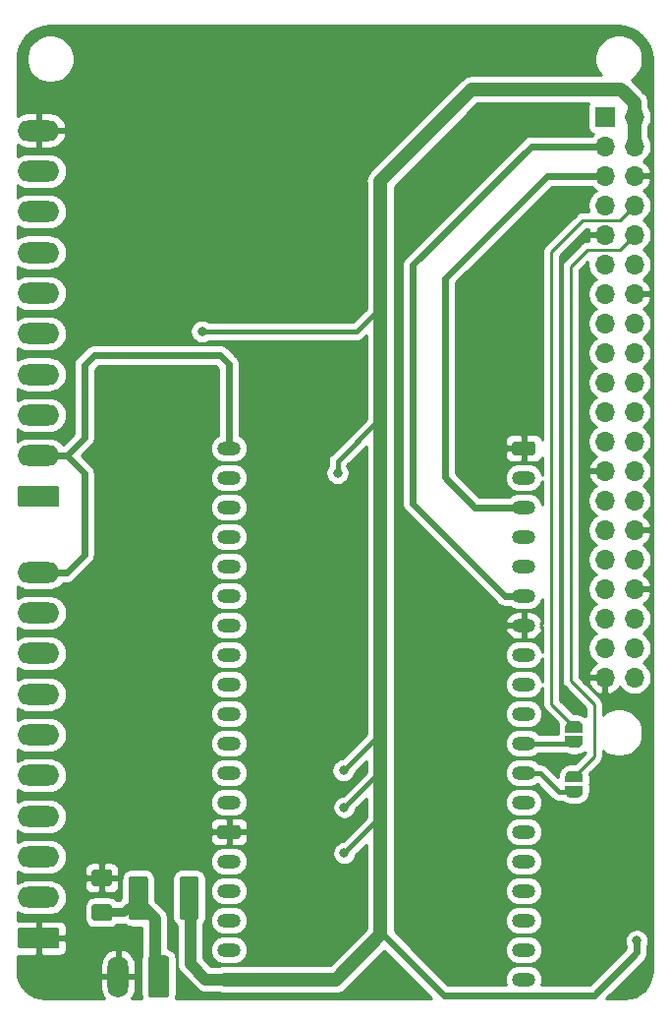
<source format=gbr>
G04 #@! TF.GenerationSoftware,KiCad,Pcbnew,5.1.5+dfsg1-2build2*
G04 #@! TF.CreationDate,2023-05-06T09:23:40+02:00*
G04 #@! TF.ProjectId,digital,64696769-7461-46c2-9e6b-696361645f70,rev?*
G04 #@! TF.SameCoordinates,Original*
G04 #@! TF.FileFunction,Copper,L1,Top*
G04 #@! TF.FilePolarity,Positive*
%FSLAX46Y46*%
G04 Gerber Fmt 4.6, Leading zero omitted, Abs format (unit mm)*
G04 Created by KiCad (PCBNEW 5.1.5+dfsg1-2build2) date 2023-05-06 09:23:40*
%MOMM*%
%LPD*%
G04 APERTURE LIST*
%ADD10C,0.100000*%
%ADD11O,3.600000X1.800000*%
%ADD12O,2.000000X1.200000*%
%ADD13R,1.700000X1.700000*%
%ADD14O,1.700000X1.700000*%
%ADD15O,1.800000X3.600000*%
%ADD16C,0.800000*%
%ADD17C,1.000000*%
%ADD18C,1.200000*%
%ADD19C,0.400000*%
%ADD20C,0.600000*%
%ADD21C,0.800000*%
%ADD22C,0.250000*%
%ADD23C,0.254000*%
G04 APERTURE END LIST*
G04 #@! TA.AperFunction,ComponentPad*
D10*
G36*
X121786004Y-87404704D02*
G01*
X121810273Y-87408304D01*
X121834071Y-87414265D01*
X121857171Y-87422530D01*
X121879349Y-87433020D01*
X121900393Y-87445633D01*
X121920098Y-87460247D01*
X121938277Y-87476723D01*
X121954753Y-87494902D01*
X121969367Y-87514607D01*
X121981980Y-87535651D01*
X121992470Y-87557829D01*
X122000735Y-87580929D01*
X122006696Y-87604727D01*
X122010296Y-87628996D01*
X122011500Y-87653500D01*
X122011500Y-88953500D01*
X122010296Y-88978004D01*
X122006696Y-89002273D01*
X122000735Y-89026071D01*
X121992470Y-89049171D01*
X121981980Y-89071349D01*
X121969367Y-89092393D01*
X121954753Y-89112098D01*
X121938277Y-89130277D01*
X121920098Y-89146753D01*
X121900393Y-89161367D01*
X121879349Y-89173980D01*
X121857171Y-89184470D01*
X121834071Y-89192735D01*
X121810273Y-89198696D01*
X121786004Y-89202296D01*
X121761500Y-89203500D01*
X118661500Y-89203500D01*
X118636996Y-89202296D01*
X118612727Y-89198696D01*
X118588929Y-89192735D01*
X118565829Y-89184470D01*
X118543651Y-89173980D01*
X118522607Y-89161367D01*
X118502902Y-89146753D01*
X118484723Y-89130277D01*
X118468247Y-89112098D01*
X118453633Y-89092393D01*
X118441020Y-89071349D01*
X118430530Y-89049171D01*
X118422265Y-89026071D01*
X118416304Y-89002273D01*
X118412704Y-88978004D01*
X118411500Y-88953500D01*
X118411500Y-87653500D01*
X118412704Y-87628996D01*
X118416304Y-87604727D01*
X118422265Y-87580929D01*
X118430530Y-87557829D01*
X118441020Y-87535651D01*
X118453633Y-87514607D01*
X118468247Y-87494902D01*
X118484723Y-87476723D01*
X118502902Y-87460247D01*
X118522607Y-87445633D01*
X118543651Y-87433020D01*
X118565829Y-87422530D01*
X118588929Y-87414265D01*
X118612727Y-87408304D01*
X118636996Y-87404704D01*
X118661500Y-87403500D01*
X121761500Y-87403500D01*
X121786004Y-87404704D01*
G37*
G04 #@! TD.AperFunction*
D11*
X120211500Y-84803500D03*
X120211500Y-81303500D03*
X120211500Y-77803500D03*
X120211500Y-74303500D03*
X120211500Y-70803500D03*
X120211500Y-67303500D03*
X120211500Y-63803500D03*
X120211500Y-60303500D03*
X120211500Y-56803500D03*
D12*
X136627740Y-84163100D03*
X136627740Y-86703100D03*
X136627740Y-89243100D03*
X136627740Y-91783100D03*
X136627740Y-94323100D03*
X136627740Y-96863100D03*
X136627740Y-99403100D03*
X136627740Y-101943100D03*
X136627740Y-104483100D03*
X136627740Y-107023100D03*
X136627740Y-109563100D03*
X136627740Y-112103100D03*
X136627740Y-114643100D03*
G04 #@! TA.AperFunction,ComponentPad*
D10*
G36*
X137357145Y-116584545D02*
G01*
X137386267Y-116588864D01*
X137414825Y-116596018D01*
X137442545Y-116605936D01*
X137469159Y-116618524D01*
X137494411Y-116633659D01*
X137518058Y-116651197D01*
X137539872Y-116670968D01*
X137559643Y-116692782D01*
X137577181Y-116716429D01*
X137592316Y-116741681D01*
X137604904Y-116768295D01*
X137614822Y-116796015D01*
X137621976Y-116824573D01*
X137626295Y-116853695D01*
X137627740Y-116883100D01*
X137627740Y-117483100D01*
X137626295Y-117512505D01*
X137621976Y-117541627D01*
X137614822Y-117570185D01*
X137604904Y-117597905D01*
X137592316Y-117624519D01*
X137577181Y-117649771D01*
X137559643Y-117673418D01*
X137539872Y-117695232D01*
X137518058Y-117715003D01*
X137494411Y-117732541D01*
X137469159Y-117747676D01*
X137442545Y-117760264D01*
X137414825Y-117770182D01*
X137386267Y-117777336D01*
X137357145Y-117781655D01*
X137327740Y-117783100D01*
X135927740Y-117783100D01*
X135898335Y-117781655D01*
X135869213Y-117777336D01*
X135840655Y-117770182D01*
X135812935Y-117760264D01*
X135786321Y-117747676D01*
X135761069Y-117732541D01*
X135737422Y-117715003D01*
X135715608Y-117695232D01*
X135695837Y-117673418D01*
X135678299Y-117649771D01*
X135663164Y-117624519D01*
X135650576Y-117597905D01*
X135640658Y-117570185D01*
X135633504Y-117541627D01*
X135629185Y-117512505D01*
X135627740Y-117483100D01*
X135627740Y-116883100D01*
X135629185Y-116853695D01*
X135633504Y-116824573D01*
X135640658Y-116796015D01*
X135650576Y-116768295D01*
X135663164Y-116741681D01*
X135678299Y-116716429D01*
X135695837Y-116692782D01*
X135715608Y-116670968D01*
X135737422Y-116651197D01*
X135761069Y-116633659D01*
X135786321Y-116618524D01*
X135812935Y-116605936D01*
X135840655Y-116596018D01*
X135869213Y-116588864D01*
X135898335Y-116584545D01*
X135927740Y-116583100D01*
X137327740Y-116583100D01*
X137357145Y-116584545D01*
G37*
G04 #@! TD.AperFunction*
D12*
X136627740Y-119723100D03*
X136627740Y-122263100D03*
X136627740Y-124803100D03*
X136627740Y-127343100D03*
X136627740Y-129883100D03*
X162024060Y-129880380D03*
X162024060Y-127340380D03*
X162027740Y-124803100D03*
X162027740Y-122263100D03*
X162027740Y-119723100D03*
X162027740Y-117183100D03*
X162027740Y-114643100D03*
X162027740Y-112103100D03*
X162027740Y-109563100D03*
X162027740Y-107023100D03*
X162027740Y-104483100D03*
X162027740Y-101943100D03*
X162027740Y-99403100D03*
X162027740Y-96863100D03*
X162027740Y-94323100D03*
X162027740Y-91783100D03*
X162027740Y-89243100D03*
X162027740Y-86703100D03*
G04 #@! TA.AperFunction,ComponentPad*
D10*
G36*
X162757145Y-83564545D02*
G01*
X162786267Y-83568864D01*
X162814825Y-83576018D01*
X162842545Y-83585936D01*
X162869159Y-83598524D01*
X162894411Y-83613659D01*
X162918058Y-83631197D01*
X162939872Y-83650968D01*
X162959643Y-83672782D01*
X162977181Y-83696429D01*
X162992316Y-83721681D01*
X163004904Y-83748295D01*
X163014822Y-83776015D01*
X163021976Y-83804573D01*
X163026295Y-83833695D01*
X163027740Y-83863100D01*
X163027740Y-84463100D01*
X163026295Y-84492505D01*
X163021976Y-84521627D01*
X163014822Y-84550185D01*
X163004904Y-84577905D01*
X162992316Y-84604519D01*
X162977181Y-84629771D01*
X162959643Y-84653418D01*
X162939872Y-84675232D01*
X162918058Y-84695003D01*
X162894411Y-84712541D01*
X162869159Y-84727676D01*
X162842545Y-84740264D01*
X162814825Y-84750182D01*
X162786267Y-84757336D01*
X162757145Y-84761655D01*
X162727740Y-84763100D01*
X161327740Y-84763100D01*
X161298335Y-84761655D01*
X161269213Y-84757336D01*
X161240655Y-84750182D01*
X161212935Y-84740264D01*
X161186321Y-84727676D01*
X161161069Y-84712541D01*
X161137422Y-84695003D01*
X161115608Y-84675232D01*
X161095837Y-84653418D01*
X161078299Y-84629771D01*
X161063164Y-84604519D01*
X161050576Y-84577905D01*
X161040658Y-84550185D01*
X161033504Y-84521627D01*
X161029185Y-84492505D01*
X161027740Y-84463100D01*
X161027740Y-83863100D01*
X161029185Y-83833695D01*
X161033504Y-83804573D01*
X161040658Y-83776015D01*
X161050576Y-83748295D01*
X161063164Y-83721681D01*
X161078299Y-83696429D01*
X161095837Y-83672782D01*
X161115608Y-83650968D01*
X161137422Y-83631197D01*
X161161069Y-83613659D01*
X161186321Y-83598524D01*
X161212935Y-83585936D01*
X161240655Y-83576018D01*
X161269213Y-83568864D01*
X161298335Y-83564545D01*
X161327740Y-83563100D01*
X162727740Y-83563100D01*
X162757145Y-83564545D01*
G37*
G04 #@! TD.AperFunction*
D13*
X169021760Y-55631080D03*
D14*
X171561760Y-55631080D03*
X169021760Y-58171080D03*
X171561760Y-58171080D03*
X169021760Y-60711080D03*
X171561760Y-60711080D03*
X169021760Y-63251080D03*
X171561760Y-63251080D03*
X169021760Y-65791080D03*
X171561760Y-65791080D03*
X169021760Y-68331080D03*
X171561760Y-68331080D03*
X169021760Y-70871080D03*
X171561760Y-70871080D03*
X169021760Y-73411080D03*
X171561760Y-73411080D03*
X169021760Y-75951080D03*
X171561760Y-75951080D03*
X169021760Y-78491080D03*
X171561760Y-78491080D03*
X169021760Y-81031080D03*
X171561760Y-81031080D03*
X169021760Y-83571080D03*
X171561760Y-83571080D03*
X169021760Y-86111080D03*
X171561760Y-86111080D03*
X169021760Y-88651080D03*
X171561760Y-88651080D03*
X169021760Y-91191080D03*
X171561760Y-91191080D03*
X169021760Y-93731080D03*
X171561760Y-93731080D03*
X169021760Y-96271080D03*
X171561760Y-96271080D03*
X169021760Y-98811080D03*
X171561760Y-98811080D03*
X169021760Y-101351080D03*
X171561760Y-101351080D03*
X169021760Y-103891080D03*
X171561760Y-103891080D03*
D11*
X120211500Y-94828500D03*
X120211500Y-98328500D03*
X120211500Y-101828500D03*
X120211500Y-105328500D03*
X120211500Y-108828500D03*
X120211500Y-112328500D03*
X120211500Y-115828500D03*
X120211500Y-119328500D03*
X120211500Y-122828500D03*
G04 #@! TA.AperFunction,ComponentPad*
D10*
G36*
X121786004Y-125429704D02*
G01*
X121810273Y-125433304D01*
X121834071Y-125439265D01*
X121857171Y-125447530D01*
X121879349Y-125458020D01*
X121900393Y-125470633D01*
X121920098Y-125485247D01*
X121938277Y-125501723D01*
X121954753Y-125519902D01*
X121969367Y-125539607D01*
X121981980Y-125560651D01*
X121992470Y-125582829D01*
X122000735Y-125605929D01*
X122006696Y-125629727D01*
X122010296Y-125653996D01*
X122011500Y-125678500D01*
X122011500Y-126978500D01*
X122010296Y-127003004D01*
X122006696Y-127027273D01*
X122000735Y-127051071D01*
X121992470Y-127074171D01*
X121981980Y-127096349D01*
X121969367Y-127117393D01*
X121954753Y-127137098D01*
X121938277Y-127155277D01*
X121920098Y-127171753D01*
X121900393Y-127186367D01*
X121879349Y-127198980D01*
X121857171Y-127209470D01*
X121834071Y-127217735D01*
X121810273Y-127223696D01*
X121786004Y-127227296D01*
X121761500Y-127228500D01*
X118661500Y-127228500D01*
X118636996Y-127227296D01*
X118612727Y-127223696D01*
X118588929Y-127217735D01*
X118565829Y-127209470D01*
X118543651Y-127198980D01*
X118522607Y-127186367D01*
X118502902Y-127171753D01*
X118484723Y-127155277D01*
X118468247Y-127137098D01*
X118453633Y-127117393D01*
X118441020Y-127096349D01*
X118430530Y-127074171D01*
X118422265Y-127051071D01*
X118416304Y-127027273D01*
X118412704Y-127003004D01*
X118411500Y-126978500D01*
X118411500Y-125678500D01*
X118412704Y-125653996D01*
X118416304Y-125629727D01*
X118422265Y-125605929D01*
X118430530Y-125582829D01*
X118441020Y-125560651D01*
X118453633Y-125539607D01*
X118468247Y-125519902D01*
X118484723Y-125501723D01*
X118502902Y-125485247D01*
X118522607Y-125470633D01*
X118543651Y-125458020D01*
X118565829Y-125447530D01*
X118588929Y-125439265D01*
X118612727Y-125433304D01*
X118636996Y-125429704D01*
X118661500Y-125428500D01*
X121761500Y-125428500D01*
X121786004Y-125429704D01*
G37*
G04 #@! TD.AperFunction*
G04 #@! TA.AperFunction,ComponentPad*
G36*
X131240664Y-127835184D02*
G01*
X131264933Y-127838784D01*
X131288731Y-127844745D01*
X131311831Y-127853010D01*
X131334009Y-127863500D01*
X131355053Y-127876113D01*
X131374758Y-127890727D01*
X131392937Y-127907203D01*
X131409413Y-127925382D01*
X131424027Y-127945087D01*
X131436640Y-127966131D01*
X131447130Y-127988309D01*
X131455395Y-128011409D01*
X131461356Y-128035207D01*
X131464956Y-128059476D01*
X131466160Y-128083980D01*
X131466160Y-131183980D01*
X131464956Y-131208484D01*
X131461356Y-131232753D01*
X131455395Y-131256551D01*
X131447130Y-131279651D01*
X131436640Y-131301829D01*
X131424027Y-131322873D01*
X131409413Y-131342578D01*
X131392937Y-131360757D01*
X131374758Y-131377233D01*
X131355053Y-131391847D01*
X131334009Y-131404460D01*
X131311831Y-131414950D01*
X131288731Y-131423215D01*
X131264933Y-131429176D01*
X131240664Y-131432776D01*
X131216160Y-131433980D01*
X129916160Y-131433980D01*
X129891656Y-131432776D01*
X129867387Y-131429176D01*
X129843589Y-131423215D01*
X129820489Y-131414950D01*
X129798311Y-131404460D01*
X129777267Y-131391847D01*
X129757562Y-131377233D01*
X129739383Y-131360757D01*
X129722907Y-131342578D01*
X129708293Y-131322873D01*
X129695680Y-131301829D01*
X129685190Y-131279651D01*
X129676925Y-131256551D01*
X129670964Y-131232753D01*
X129667364Y-131208484D01*
X129666160Y-131183980D01*
X129666160Y-128083980D01*
X129667364Y-128059476D01*
X129670964Y-128035207D01*
X129676925Y-128011409D01*
X129685190Y-127988309D01*
X129695680Y-127966131D01*
X129708293Y-127945087D01*
X129722907Y-127925382D01*
X129739383Y-127907203D01*
X129757562Y-127890727D01*
X129777267Y-127876113D01*
X129798311Y-127863500D01*
X129820489Y-127853010D01*
X129843589Y-127844745D01*
X129867387Y-127838784D01*
X129891656Y-127835184D01*
X129916160Y-127833980D01*
X131216160Y-127833980D01*
X131240664Y-127835184D01*
G37*
G04 #@! TD.AperFunction*
D15*
X127066160Y-129633980D03*
G04 #@! TA.AperFunction,SMDPad,CuDef*
D10*
G36*
X126316004Y-123394704D02*
G01*
X126340273Y-123398304D01*
X126364071Y-123404265D01*
X126387171Y-123412530D01*
X126409349Y-123423020D01*
X126430393Y-123435633D01*
X126450098Y-123450247D01*
X126468277Y-123466723D01*
X126484753Y-123484902D01*
X126499367Y-123504607D01*
X126511980Y-123525651D01*
X126522470Y-123547829D01*
X126530735Y-123570929D01*
X126536696Y-123594727D01*
X126540296Y-123618996D01*
X126541500Y-123643500D01*
X126541500Y-124568500D01*
X126540296Y-124593004D01*
X126536696Y-124617273D01*
X126530735Y-124641071D01*
X126522470Y-124664171D01*
X126511980Y-124686349D01*
X126499367Y-124707393D01*
X126484753Y-124727098D01*
X126468277Y-124745277D01*
X126450098Y-124761753D01*
X126430393Y-124776367D01*
X126409349Y-124788980D01*
X126387171Y-124799470D01*
X126364071Y-124807735D01*
X126340273Y-124813696D01*
X126316004Y-124817296D01*
X126291500Y-124818500D01*
X125041500Y-124818500D01*
X125016996Y-124817296D01*
X124992727Y-124813696D01*
X124968929Y-124807735D01*
X124945829Y-124799470D01*
X124923651Y-124788980D01*
X124902607Y-124776367D01*
X124882902Y-124761753D01*
X124864723Y-124745277D01*
X124848247Y-124727098D01*
X124833633Y-124707393D01*
X124821020Y-124686349D01*
X124810530Y-124664171D01*
X124802265Y-124641071D01*
X124796304Y-124617273D01*
X124792704Y-124593004D01*
X124791500Y-124568500D01*
X124791500Y-123643500D01*
X124792704Y-123618996D01*
X124796304Y-123594727D01*
X124802265Y-123570929D01*
X124810530Y-123547829D01*
X124821020Y-123525651D01*
X124833633Y-123504607D01*
X124848247Y-123484902D01*
X124864723Y-123466723D01*
X124882902Y-123450247D01*
X124902607Y-123435633D01*
X124923651Y-123423020D01*
X124945829Y-123412530D01*
X124968929Y-123404265D01*
X124992727Y-123398304D01*
X125016996Y-123394704D01*
X125041500Y-123393500D01*
X126291500Y-123393500D01*
X126316004Y-123394704D01*
G37*
G04 #@! TD.AperFunction*
G04 #@! TA.AperFunction,SMDPad,CuDef*
G36*
X126316004Y-120419704D02*
G01*
X126340273Y-120423304D01*
X126364071Y-120429265D01*
X126387171Y-120437530D01*
X126409349Y-120448020D01*
X126430393Y-120460633D01*
X126450098Y-120475247D01*
X126468277Y-120491723D01*
X126484753Y-120509902D01*
X126499367Y-120529607D01*
X126511980Y-120550651D01*
X126522470Y-120572829D01*
X126530735Y-120595929D01*
X126536696Y-120619727D01*
X126540296Y-120643996D01*
X126541500Y-120668500D01*
X126541500Y-121593500D01*
X126540296Y-121618004D01*
X126536696Y-121642273D01*
X126530735Y-121666071D01*
X126522470Y-121689171D01*
X126511980Y-121711349D01*
X126499367Y-121732393D01*
X126484753Y-121752098D01*
X126468277Y-121770277D01*
X126450098Y-121786753D01*
X126430393Y-121801367D01*
X126409349Y-121813980D01*
X126387171Y-121824470D01*
X126364071Y-121832735D01*
X126340273Y-121838696D01*
X126316004Y-121842296D01*
X126291500Y-121843500D01*
X125041500Y-121843500D01*
X125016996Y-121842296D01*
X124992727Y-121838696D01*
X124968929Y-121832735D01*
X124945829Y-121824470D01*
X124923651Y-121813980D01*
X124902607Y-121801367D01*
X124882902Y-121786753D01*
X124864723Y-121770277D01*
X124848247Y-121752098D01*
X124833633Y-121732393D01*
X124821020Y-121711349D01*
X124810530Y-121689171D01*
X124802265Y-121666071D01*
X124796304Y-121642273D01*
X124792704Y-121618004D01*
X124791500Y-121593500D01*
X124791500Y-120668500D01*
X124792704Y-120643996D01*
X124796304Y-120619727D01*
X124802265Y-120595929D01*
X124810530Y-120572829D01*
X124821020Y-120550651D01*
X124833633Y-120529607D01*
X124848247Y-120509902D01*
X124864723Y-120491723D01*
X124882902Y-120475247D01*
X124902607Y-120460633D01*
X124923651Y-120448020D01*
X124945829Y-120437530D01*
X124968929Y-120429265D01*
X124992727Y-120423304D01*
X125016996Y-120419704D01*
X125041500Y-120418500D01*
X126291500Y-120418500D01*
X126316004Y-120419704D01*
G37*
G04 #@! TD.AperFunction*
G04 #@! TA.AperFunction,SMDPad,CuDef*
G36*
X129425004Y-120998704D02*
G01*
X129449273Y-121002304D01*
X129473071Y-121008265D01*
X129496171Y-121016530D01*
X129518349Y-121027020D01*
X129539393Y-121039633D01*
X129559098Y-121054247D01*
X129577277Y-121070723D01*
X129593753Y-121088902D01*
X129608367Y-121108607D01*
X129620980Y-121129651D01*
X129631470Y-121151829D01*
X129639735Y-121174929D01*
X129645696Y-121198727D01*
X129649296Y-121222996D01*
X129650500Y-121247500D01*
X129650500Y-124497500D01*
X129649296Y-124522004D01*
X129645696Y-124546273D01*
X129639735Y-124570071D01*
X129631470Y-124593171D01*
X129620980Y-124615349D01*
X129608367Y-124636393D01*
X129593753Y-124656098D01*
X129577277Y-124674277D01*
X129559098Y-124690753D01*
X129539393Y-124705367D01*
X129518349Y-124717980D01*
X129496171Y-124728470D01*
X129473071Y-124736735D01*
X129449273Y-124742696D01*
X129425004Y-124746296D01*
X129400500Y-124747500D01*
X128225500Y-124747500D01*
X128200996Y-124746296D01*
X128176727Y-124742696D01*
X128152929Y-124736735D01*
X128129829Y-124728470D01*
X128107651Y-124717980D01*
X128086607Y-124705367D01*
X128066902Y-124690753D01*
X128048723Y-124674277D01*
X128032247Y-124656098D01*
X128017633Y-124636393D01*
X128005020Y-124615349D01*
X127994530Y-124593171D01*
X127986265Y-124570071D01*
X127980304Y-124546273D01*
X127976704Y-124522004D01*
X127975500Y-124497500D01*
X127975500Y-121247500D01*
X127976704Y-121222996D01*
X127980304Y-121198727D01*
X127986265Y-121174929D01*
X127994530Y-121151829D01*
X128005020Y-121129651D01*
X128017633Y-121108607D01*
X128032247Y-121088902D01*
X128048723Y-121070723D01*
X128066902Y-121054247D01*
X128086607Y-121039633D01*
X128107651Y-121027020D01*
X128129829Y-121016530D01*
X128152929Y-121008265D01*
X128176727Y-121002304D01*
X128200996Y-120998704D01*
X128225500Y-120997500D01*
X129400500Y-120997500D01*
X129425004Y-120998704D01*
G37*
G04 #@! TD.AperFunction*
G04 #@! TA.AperFunction,SMDPad,CuDef*
G36*
X133800004Y-120998704D02*
G01*
X133824273Y-121002304D01*
X133848071Y-121008265D01*
X133871171Y-121016530D01*
X133893349Y-121027020D01*
X133914393Y-121039633D01*
X133934098Y-121054247D01*
X133952277Y-121070723D01*
X133968753Y-121088902D01*
X133983367Y-121108607D01*
X133995980Y-121129651D01*
X134006470Y-121151829D01*
X134014735Y-121174929D01*
X134020696Y-121198727D01*
X134024296Y-121222996D01*
X134025500Y-121247500D01*
X134025500Y-124497500D01*
X134024296Y-124522004D01*
X134020696Y-124546273D01*
X134014735Y-124570071D01*
X134006470Y-124593171D01*
X133995980Y-124615349D01*
X133983367Y-124636393D01*
X133968753Y-124656098D01*
X133952277Y-124674277D01*
X133934098Y-124690753D01*
X133914393Y-124705367D01*
X133893349Y-124717980D01*
X133871171Y-124728470D01*
X133848071Y-124736735D01*
X133824273Y-124742696D01*
X133800004Y-124746296D01*
X133775500Y-124747500D01*
X132600500Y-124747500D01*
X132575996Y-124746296D01*
X132551727Y-124742696D01*
X132527929Y-124736735D01*
X132504829Y-124728470D01*
X132482651Y-124717980D01*
X132461607Y-124705367D01*
X132441902Y-124690753D01*
X132423723Y-124674277D01*
X132407247Y-124656098D01*
X132392633Y-124636393D01*
X132380020Y-124615349D01*
X132369530Y-124593171D01*
X132361265Y-124570071D01*
X132355304Y-124546273D01*
X132351704Y-124522004D01*
X132350500Y-124497500D01*
X132350500Y-121247500D01*
X132351704Y-121222996D01*
X132355304Y-121198727D01*
X132361265Y-121174929D01*
X132369530Y-121151829D01*
X132380020Y-121129651D01*
X132392633Y-121108607D01*
X132407247Y-121088902D01*
X132423723Y-121070723D01*
X132441902Y-121054247D01*
X132461607Y-121039633D01*
X132482651Y-121027020D01*
X132504829Y-121016530D01*
X132527929Y-121008265D01*
X132551727Y-121002304D01*
X132575996Y-120998704D01*
X132600500Y-120997500D01*
X133775500Y-120997500D01*
X133800004Y-120998704D01*
G37*
G04 #@! TD.AperFunction*
G04 #@! TA.AperFunction,SMDPad,CuDef*
G36*
X167111500Y-108928500D02*
G01*
X167111500Y-109428500D01*
X167110898Y-109428500D01*
X167110898Y-109453034D01*
X167106088Y-109501865D01*
X167096516Y-109549990D01*
X167082272Y-109596945D01*
X167063495Y-109642278D01*
X167040364Y-109685551D01*
X167013104Y-109726350D01*
X166981976Y-109764279D01*
X166947279Y-109798976D01*
X166909350Y-109830104D01*
X166868551Y-109857364D01*
X166825278Y-109880495D01*
X166779945Y-109899272D01*
X166732990Y-109913516D01*
X166684865Y-109923088D01*
X166636034Y-109927898D01*
X166611500Y-109927898D01*
X166611500Y-109928500D01*
X166111500Y-109928500D01*
X166111500Y-109927898D01*
X166086966Y-109927898D01*
X166038135Y-109923088D01*
X165990010Y-109913516D01*
X165943055Y-109899272D01*
X165897722Y-109880495D01*
X165854449Y-109857364D01*
X165813650Y-109830104D01*
X165775721Y-109798976D01*
X165741024Y-109764279D01*
X165709896Y-109726350D01*
X165682636Y-109685551D01*
X165659505Y-109642278D01*
X165640728Y-109596945D01*
X165626484Y-109549990D01*
X165616912Y-109501865D01*
X165612102Y-109453034D01*
X165612102Y-109428500D01*
X165611500Y-109428500D01*
X165611500Y-108928500D01*
X167111500Y-108928500D01*
G37*
G04 #@! TD.AperFunction*
G04 #@! TA.AperFunction,SMDPad,CuDef*
G36*
X165612102Y-108128500D02*
G01*
X165612102Y-108103966D01*
X165616912Y-108055135D01*
X165626484Y-108007010D01*
X165640728Y-107960055D01*
X165659505Y-107914722D01*
X165682636Y-107871449D01*
X165709896Y-107830650D01*
X165741024Y-107792721D01*
X165775721Y-107758024D01*
X165813650Y-107726896D01*
X165854449Y-107699636D01*
X165897722Y-107676505D01*
X165943055Y-107657728D01*
X165990010Y-107643484D01*
X166038135Y-107633912D01*
X166086966Y-107629102D01*
X166111500Y-107629102D01*
X166111500Y-107628500D01*
X166611500Y-107628500D01*
X166611500Y-107629102D01*
X166636034Y-107629102D01*
X166684865Y-107633912D01*
X166732990Y-107643484D01*
X166779945Y-107657728D01*
X166825278Y-107676505D01*
X166868551Y-107699636D01*
X166909350Y-107726896D01*
X166947279Y-107758024D01*
X166981976Y-107792721D01*
X167013104Y-107830650D01*
X167040364Y-107871449D01*
X167063495Y-107914722D01*
X167082272Y-107960055D01*
X167096516Y-108007010D01*
X167106088Y-108055135D01*
X167110898Y-108103966D01*
X167110898Y-108128500D01*
X167111500Y-108128500D01*
X167111500Y-108628500D01*
X165611500Y-108628500D01*
X165611500Y-108128500D01*
X165612102Y-108128500D01*
G37*
G04 #@! TD.AperFunction*
G04 #@! TA.AperFunction,SMDPad,CuDef*
G36*
X165612102Y-112428500D02*
G01*
X165612102Y-112403966D01*
X165616912Y-112355135D01*
X165626484Y-112307010D01*
X165640728Y-112260055D01*
X165659505Y-112214722D01*
X165682636Y-112171449D01*
X165709896Y-112130650D01*
X165741024Y-112092721D01*
X165775721Y-112058024D01*
X165813650Y-112026896D01*
X165854449Y-111999636D01*
X165897722Y-111976505D01*
X165943055Y-111957728D01*
X165990010Y-111943484D01*
X166038135Y-111933912D01*
X166086966Y-111929102D01*
X166111500Y-111929102D01*
X166111500Y-111928500D01*
X166611500Y-111928500D01*
X166611500Y-111929102D01*
X166636034Y-111929102D01*
X166684865Y-111933912D01*
X166732990Y-111943484D01*
X166779945Y-111957728D01*
X166825278Y-111976505D01*
X166868551Y-111999636D01*
X166909350Y-112026896D01*
X166947279Y-112058024D01*
X166981976Y-112092721D01*
X167013104Y-112130650D01*
X167040364Y-112171449D01*
X167063495Y-112214722D01*
X167082272Y-112260055D01*
X167096516Y-112307010D01*
X167106088Y-112355135D01*
X167110898Y-112403966D01*
X167110898Y-112428500D01*
X167111500Y-112428500D01*
X167111500Y-112928500D01*
X165611500Y-112928500D01*
X165611500Y-112428500D01*
X165612102Y-112428500D01*
G37*
G04 #@! TD.AperFunction*
G04 #@! TA.AperFunction,SMDPad,CuDef*
G36*
X167111500Y-113228500D02*
G01*
X167111500Y-113728500D01*
X167110898Y-113728500D01*
X167110898Y-113753034D01*
X167106088Y-113801865D01*
X167096516Y-113849990D01*
X167082272Y-113896945D01*
X167063495Y-113942278D01*
X167040364Y-113985551D01*
X167013104Y-114026350D01*
X166981976Y-114064279D01*
X166947279Y-114098976D01*
X166909350Y-114130104D01*
X166868551Y-114157364D01*
X166825278Y-114180495D01*
X166779945Y-114199272D01*
X166732990Y-114213516D01*
X166684865Y-114223088D01*
X166636034Y-114227898D01*
X166611500Y-114227898D01*
X166611500Y-114228500D01*
X166111500Y-114228500D01*
X166111500Y-114227898D01*
X166086966Y-114227898D01*
X166038135Y-114223088D01*
X165990010Y-114213516D01*
X165943055Y-114199272D01*
X165897722Y-114180495D01*
X165854449Y-114157364D01*
X165813650Y-114130104D01*
X165775721Y-114098976D01*
X165741024Y-114064279D01*
X165709896Y-114026350D01*
X165682636Y-113985551D01*
X165659505Y-113942278D01*
X165640728Y-113896945D01*
X165626484Y-113849990D01*
X165616912Y-113801865D01*
X165612102Y-113753034D01*
X165612102Y-113728500D01*
X165611500Y-113728500D01*
X165611500Y-113228500D01*
X167111500Y-113228500D01*
G37*
G04 #@! TD.AperFunction*
D16*
X171767500Y-126555500D03*
X145986500Y-86296500D03*
X134302500Y-74104500D03*
X146494500Y-111887000D03*
X146558000Y-115062000D03*
X146557998Y-118999000D03*
X137223500Y-62992000D03*
X133286500Y-66421000D03*
X137160000Y-56388000D03*
X133921500Y-60134500D03*
X145796000Y-52197000D03*
X147256500Y-53657500D03*
X145796000Y-63309500D03*
X153098500Y-63436500D03*
X155194000Y-52197000D03*
X153606500Y-50673000D03*
D17*
X134627740Y-129883100D02*
X136627740Y-129883100D01*
X133286500Y-128541860D02*
X134627740Y-129883100D01*
X133286500Y-122971000D02*
X133286500Y-128541860D01*
X133188000Y-122872500D02*
X133286500Y-122971000D01*
D18*
X171561760Y-58171080D02*
X171561760Y-55631080D01*
X145833900Y-129883100D02*
X136627740Y-129883100D01*
D19*
X145986500Y-85280500D02*
X149415500Y-81851500D01*
X149415500Y-81851500D02*
X149669500Y-81851500D01*
X145986500Y-86296500D02*
X145986500Y-85280500D01*
D18*
X149669500Y-126047500D02*
X145833900Y-129883100D01*
X157543500Y-53276500D02*
X149669500Y-61150500D01*
X170409261Y-53276500D02*
X157543500Y-53276500D01*
X171561760Y-54428999D02*
X170409261Y-53276500D01*
X171561760Y-55631080D02*
X171561760Y-54428999D01*
D20*
X155130500Y-131254500D02*
X149796500Y-125920500D01*
X149796500Y-125920500D02*
X145833900Y-129883100D01*
X168084500Y-131254500D02*
X155130500Y-131254500D01*
X171767500Y-127571500D02*
X168084500Y-131254500D01*
X171767500Y-126555500D02*
X171767500Y-127571500D01*
D19*
X134302500Y-74104500D02*
X147637500Y-74104500D01*
D18*
X149669500Y-72072500D02*
X149669500Y-81851500D01*
D19*
X147637500Y-74104500D02*
X149669500Y-72072500D01*
D18*
X149669500Y-61150500D02*
X149669500Y-72072500D01*
D19*
X149669500Y-108712000D02*
X146494500Y-111887000D01*
X149669500Y-108331000D02*
X149669500Y-108712000D01*
D18*
X149669500Y-81851500D02*
X149669500Y-108331000D01*
D19*
X149669500Y-111950500D02*
X149669500Y-112014000D01*
D18*
X149669500Y-108331000D02*
X149669500Y-111950500D01*
D19*
X149669500Y-111950500D02*
X146558000Y-115062000D01*
D18*
X149669500Y-111950500D02*
X149669500Y-116205000D01*
X149669500Y-116205000D02*
X149669500Y-126047500D01*
D19*
X149669500Y-116205000D02*
X149351998Y-116205000D01*
X149351998Y-116205000D02*
X146957997Y-118599001D01*
X146957997Y-118599001D02*
X146557998Y-118999000D01*
D17*
X128813000Y-123225000D02*
X128813000Y-122872500D01*
X130238500Y-124650500D02*
X128813000Y-123225000D01*
X130238500Y-129306320D02*
X130238500Y-124650500D01*
X130566160Y-129633980D02*
X130238500Y-129306320D01*
D21*
X127579500Y-124106000D02*
X128813000Y-122872500D01*
X125666500Y-124106000D02*
X127579500Y-124106000D01*
D20*
X160427740Y-96863100D02*
X162027740Y-96863100D01*
X152463500Y-88898860D02*
X160427740Y-96863100D01*
X162681920Y-58171080D02*
X152463500Y-68389500D01*
X152463500Y-68389500D02*
X152463500Y-88898860D01*
X169021760Y-58171080D02*
X162681920Y-58171080D01*
X157823100Y-89243100D02*
X162027740Y-89243100D01*
X155257500Y-86677500D02*
X157823100Y-89243100D01*
X155257500Y-69532500D02*
X155257500Y-86677500D01*
X164078920Y-60711080D02*
X155257500Y-69532500D01*
X169021760Y-60711080D02*
X164078920Y-60711080D01*
X122611500Y-84803500D02*
X120211500Y-84803500D01*
X124142500Y-86334500D02*
X122611500Y-84803500D01*
X124142500Y-93297500D02*
X124142500Y-86334500D01*
X122611500Y-94828500D02*
X124142500Y-93297500D01*
X120211500Y-94828500D02*
X122611500Y-94828500D01*
X136627740Y-76937740D02*
X136627740Y-84163100D01*
X135826500Y-76136500D02*
X136627740Y-76937740D01*
X125031500Y-76136500D02*
X135826500Y-76136500D01*
X124142500Y-77025500D02*
X125031500Y-76136500D01*
X124142500Y-83272500D02*
X124142500Y-77025500D01*
X122611500Y-84803500D02*
X124142500Y-83272500D01*
D22*
X170711761Y-64101079D02*
X171561760Y-63251080D01*
X170296840Y-64516000D02*
X170711761Y-64101079D01*
X167132000Y-64516000D02*
X170296840Y-64516000D01*
X164401500Y-67246500D02*
X167132000Y-64516000D01*
X164401500Y-106168500D02*
X164401500Y-67246500D01*
X166361500Y-108128500D02*
X164401500Y-106168500D01*
X170711761Y-66641079D02*
X171561760Y-65791080D01*
X167513000Y-67056000D02*
X170296840Y-67056000D01*
X166052500Y-104153633D02*
X166052500Y-68516500D01*
X168084500Y-106185633D02*
X166052500Y-104153633D01*
X168084500Y-110680500D02*
X168084500Y-106185633D01*
X166815564Y-111949436D02*
X168084500Y-110680500D01*
X170296840Y-67056000D02*
X170711761Y-66641079D01*
X166052500Y-68516500D02*
X167513000Y-67056000D01*
X166815564Y-111974436D02*
X166815564Y-111949436D01*
X166361500Y-112428500D02*
X166815564Y-111974436D01*
D19*
X166226900Y-109563100D02*
X166361500Y-109428500D01*
X162027740Y-109563100D02*
X166226900Y-109563100D01*
X165053140Y-113728500D02*
X166361500Y-113728500D01*
X163427740Y-112103100D02*
X165053140Y-113728500D01*
X162027740Y-112103100D02*
X163427740Y-112103100D01*
D23*
G36*
X170128141Y-47813363D02*
G01*
X170726152Y-47863447D01*
X171263087Y-48017282D01*
X171759908Y-48272475D01*
X172197701Y-48619308D01*
X172559793Y-49044574D01*
X172832387Y-49532070D01*
X173005098Y-50063223D01*
X173074786Y-50646545D01*
X173075160Y-50681875D01*
X173075161Y-129121091D01*
X173027490Y-129607274D01*
X172895672Y-130043877D01*
X172681559Y-130446566D01*
X172393310Y-130799993D01*
X172041899Y-131090707D01*
X171640724Y-131307620D01*
X171205046Y-131442486D01*
X170720824Y-131493380D01*
X169167909Y-131493380D01*
X172396159Y-128265130D01*
X172431844Y-128235844D01*
X172548686Y-128093472D01*
X172605265Y-127987620D01*
X172635507Y-127931041D01*
X172688972Y-127754792D01*
X172707024Y-127571500D01*
X172702500Y-127525565D01*
X172702500Y-127002795D01*
X172762726Y-126857398D01*
X172802500Y-126657439D01*
X172802500Y-126453561D01*
X172762726Y-126253602D01*
X172684705Y-126065244D01*
X172571437Y-125895726D01*
X172427274Y-125751563D01*
X172257756Y-125638295D01*
X172069398Y-125560274D01*
X171869439Y-125520500D01*
X171665561Y-125520500D01*
X171465602Y-125560274D01*
X171277244Y-125638295D01*
X171107726Y-125751563D01*
X170963563Y-125895726D01*
X170850295Y-126065244D01*
X170772274Y-126253602D01*
X170732500Y-126453561D01*
X170732500Y-126657439D01*
X170772274Y-126857398D01*
X170832500Y-127002796D01*
X170832501Y-127184210D01*
X167697211Y-130319500D01*
X163581425Y-130319500D01*
X163641190Y-130122482D01*
X163665035Y-129880380D01*
X163641190Y-129638278D01*
X163570571Y-129405479D01*
X163455893Y-129190931D01*
X163301562Y-129002878D01*
X163113509Y-128848547D01*
X162898961Y-128733869D01*
X162666162Y-128663250D01*
X162484725Y-128645380D01*
X161563395Y-128645380D01*
X161381958Y-128663250D01*
X161149159Y-128733869D01*
X160934611Y-128848547D01*
X160746558Y-129002878D01*
X160592227Y-129190931D01*
X160477549Y-129405479D01*
X160406930Y-129638278D01*
X160383085Y-129880380D01*
X160406930Y-130122482D01*
X160466695Y-130319500D01*
X155517790Y-130319500D01*
X152538670Y-127340380D01*
X160383085Y-127340380D01*
X160406930Y-127582482D01*
X160477549Y-127815281D01*
X160592227Y-128029829D01*
X160746558Y-128217882D01*
X160934611Y-128372213D01*
X161149159Y-128486891D01*
X161381958Y-128557510D01*
X161563395Y-128575380D01*
X162484725Y-128575380D01*
X162666162Y-128557510D01*
X162898961Y-128486891D01*
X163113509Y-128372213D01*
X163301562Y-128217882D01*
X163455893Y-128029829D01*
X163570571Y-127815281D01*
X163641190Y-127582482D01*
X163665035Y-127340380D01*
X163641190Y-127098278D01*
X163570571Y-126865479D01*
X163455893Y-126650931D01*
X163301562Y-126462878D01*
X163113509Y-126308547D01*
X162898961Y-126193869D01*
X162666162Y-126123250D01*
X162484725Y-126105380D01*
X161563395Y-126105380D01*
X161381958Y-126123250D01*
X161149159Y-126193869D01*
X160934611Y-126308547D01*
X160746558Y-126462878D01*
X160592227Y-126650931D01*
X160477549Y-126865479D01*
X160406930Y-127098278D01*
X160383085Y-127340380D01*
X152538670Y-127340380D01*
X150904500Y-125706211D01*
X150904500Y-124803100D01*
X160386765Y-124803100D01*
X160410610Y-125045202D01*
X160481229Y-125278001D01*
X160595907Y-125492549D01*
X160750238Y-125680602D01*
X160938291Y-125834933D01*
X161152839Y-125949611D01*
X161385638Y-126020230D01*
X161567075Y-126038100D01*
X162488405Y-126038100D01*
X162669842Y-126020230D01*
X162902641Y-125949611D01*
X163117189Y-125834933D01*
X163305242Y-125680602D01*
X163459573Y-125492549D01*
X163574251Y-125278001D01*
X163644870Y-125045202D01*
X163668715Y-124803100D01*
X163644870Y-124560998D01*
X163574251Y-124328199D01*
X163459573Y-124113651D01*
X163305242Y-123925598D01*
X163117189Y-123771267D01*
X162902641Y-123656589D01*
X162669842Y-123585970D01*
X162488405Y-123568100D01*
X161567075Y-123568100D01*
X161385638Y-123585970D01*
X161152839Y-123656589D01*
X160938291Y-123771267D01*
X160750238Y-123925598D01*
X160595907Y-124113651D01*
X160481229Y-124328199D01*
X160410610Y-124560998D01*
X160386765Y-124803100D01*
X150904500Y-124803100D01*
X150904500Y-122263100D01*
X160386765Y-122263100D01*
X160410610Y-122505202D01*
X160481229Y-122738001D01*
X160595907Y-122952549D01*
X160750238Y-123140602D01*
X160938291Y-123294933D01*
X161152839Y-123409611D01*
X161385638Y-123480230D01*
X161567075Y-123498100D01*
X162488405Y-123498100D01*
X162669842Y-123480230D01*
X162902641Y-123409611D01*
X163117189Y-123294933D01*
X163305242Y-123140602D01*
X163459573Y-122952549D01*
X163574251Y-122738001D01*
X163644870Y-122505202D01*
X163668715Y-122263100D01*
X163644870Y-122020998D01*
X163574251Y-121788199D01*
X163459573Y-121573651D01*
X163305242Y-121385598D01*
X163117189Y-121231267D01*
X162902641Y-121116589D01*
X162669842Y-121045970D01*
X162488405Y-121028100D01*
X161567075Y-121028100D01*
X161385638Y-121045970D01*
X161152839Y-121116589D01*
X160938291Y-121231267D01*
X160750238Y-121385598D01*
X160595907Y-121573651D01*
X160481229Y-121788199D01*
X160410610Y-122020998D01*
X160386765Y-122263100D01*
X150904500Y-122263100D01*
X150904500Y-119723100D01*
X160386765Y-119723100D01*
X160410610Y-119965202D01*
X160481229Y-120198001D01*
X160595907Y-120412549D01*
X160750238Y-120600602D01*
X160938291Y-120754933D01*
X161152839Y-120869611D01*
X161385638Y-120940230D01*
X161567075Y-120958100D01*
X162488405Y-120958100D01*
X162669842Y-120940230D01*
X162902641Y-120869611D01*
X163117189Y-120754933D01*
X163305242Y-120600602D01*
X163459573Y-120412549D01*
X163574251Y-120198001D01*
X163644870Y-119965202D01*
X163668715Y-119723100D01*
X163644870Y-119480998D01*
X163574251Y-119248199D01*
X163459573Y-119033651D01*
X163305242Y-118845598D01*
X163117189Y-118691267D01*
X162902641Y-118576589D01*
X162669842Y-118505970D01*
X162488405Y-118488100D01*
X161567075Y-118488100D01*
X161385638Y-118505970D01*
X161152839Y-118576589D01*
X160938291Y-118691267D01*
X160750238Y-118845598D01*
X160595907Y-119033651D01*
X160481229Y-119248199D01*
X160410610Y-119480998D01*
X160386765Y-119723100D01*
X150904500Y-119723100D01*
X150904500Y-117183100D01*
X160386765Y-117183100D01*
X160410610Y-117425202D01*
X160481229Y-117658001D01*
X160595907Y-117872549D01*
X160750238Y-118060602D01*
X160938291Y-118214933D01*
X161152839Y-118329611D01*
X161385638Y-118400230D01*
X161567075Y-118418100D01*
X162488405Y-118418100D01*
X162669842Y-118400230D01*
X162902641Y-118329611D01*
X163117189Y-118214933D01*
X163305242Y-118060602D01*
X163459573Y-117872549D01*
X163574251Y-117658001D01*
X163644870Y-117425202D01*
X163668715Y-117183100D01*
X163644870Y-116940998D01*
X163574251Y-116708199D01*
X163459573Y-116493651D01*
X163305242Y-116305598D01*
X163117189Y-116151267D01*
X162902641Y-116036589D01*
X162669842Y-115965970D01*
X162488405Y-115948100D01*
X161567075Y-115948100D01*
X161385638Y-115965970D01*
X161152839Y-116036589D01*
X160938291Y-116151267D01*
X160750238Y-116305598D01*
X160595907Y-116493651D01*
X160481229Y-116708199D01*
X160410610Y-116940998D01*
X160386765Y-117183100D01*
X150904500Y-117183100D01*
X150904500Y-114643100D01*
X160386765Y-114643100D01*
X160410610Y-114885202D01*
X160481229Y-115118001D01*
X160595907Y-115332549D01*
X160750238Y-115520602D01*
X160938291Y-115674933D01*
X161152839Y-115789611D01*
X161385638Y-115860230D01*
X161567075Y-115878100D01*
X162488405Y-115878100D01*
X162669842Y-115860230D01*
X162902641Y-115789611D01*
X163117189Y-115674933D01*
X163305242Y-115520602D01*
X163459573Y-115332549D01*
X163574251Y-115118001D01*
X163644870Y-114885202D01*
X163668715Y-114643100D01*
X163644870Y-114400998D01*
X163574251Y-114168199D01*
X163459573Y-113953651D01*
X163305242Y-113765598D01*
X163117189Y-113611267D01*
X162902641Y-113496589D01*
X162669842Y-113425970D01*
X162488405Y-113408100D01*
X161567075Y-113408100D01*
X161385638Y-113425970D01*
X161152839Y-113496589D01*
X160938291Y-113611267D01*
X160750238Y-113765598D01*
X160595907Y-113953651D01*
X160481229Y-114168199D01*
X160410610Y-114400998D01*
X160386765Y-114643100D01*
X150904500Y-114643100D01*
X150904500Y-107023100D01*
X160386765Y-107023100D01*
X160410610Y-107265202D01*
X160481229Y-107498001D01*
X160595907Y-107712549D01*
X160750238Y-107900602D01*
X160938291Y-108054933D01*
X161152839Y-108169611D01*
X161385638Y-108240230D01*
X161567075Y-108258100D01*
X162488405Y-108258100D01*
X162669842Y-108240230D01*
X162902641Y-108169611D01*
X163117189Y-108054933D01*
X163305242Y-107900602D01*
X163459573Y-107712549D01*
X163574251Y-107498001D01*
X163644870Y-107265202D01*
X163668715Y-107023100D01*
X163644870Y-106780998D01*
X163574251Y-106548199D01*
X163459573Y-106333651D01*
X163305242Y-106145598D01*
X163117189Y-105991267D01*
X162902641Y-105876589D01*
X162669842Y-105805970D01*
X162488405Y-105788100D01*
X161567075Y-105788100D01*
X161385638Y-105805970D01*
X161152839Y-105876589D01*
X160938291Y-105991267D01*
X160750238Y-106145598D01*
X160595907Y-106333651D01*
X160481229Y-106548199D01*
X160410610Y-106780998D01*
X160386765Y-107023100D01*
X150904500Y-107023100D01*
X150904500Y-99720709D01*
X160434278Y-99720709D01*
X160438149Y-99758382D01*
X160530319Y-99983633D01*
X160664662Y-100186574D01*
X160836015Y-100359407D01*
X161037794Y-100495490D01*
X161262244Y-100589593D01*
X161500740Y-100638100D01*
X161900740Y-100638100D01*
X161900740Y-99530100D01*
X160559009Y-99530100D01*
X160434278Y-99720709D01*
X150904500Y-99720709D01*
X150904500Y-99085491D01*
X160434278Y-99085491D01*
X160559009Y-99276100D01*
X161900740Y-99276100D01*
X161900740Y-98168100D01*
X161500740Y-98168100D01*
X161262244Y-98216607D01*
X161037794Y-98310710D01*
X160836015Y-98446793D01*
X160664662Y-98619626D01*
X160530319Y-98822567D01*
X160438149Y-99047818D01*
X160434278Y-99085491D01*
X150904500Y-99085491D01*
X150904500Y-61662053D01*
X158055053Y-54511500D01*
X167595835Y-54511500D01*
X167582258Y-54536900D01*
X167545948Y-54656598D01*
X167533688Y-54781080D01*
X167533688Y-56481080D01*
X167545948Y-56605562D01*
X167582258Y-56725260D01*
X167641223Y-56835574D01*
X167720575Y-56932265D01*
X167817266Y-57011617D01*
X167927580Y-57070582D01*
X168000140Y-57092593D01*
X167868285Y-57224448D01*
X167860513Y-57236080D01*
X162727851Y-57236080D01*
X162681919Y-57231556D01*
X162498627Y-57249609D01*
X162445163Y-57265827D01*
X162322380Y-57303073D01*
X162159948Y-57389894D01*
X162017576Y-57506736D01*
X161988295Y-57542415D01*
X151834841Y-67695870D01*
X151799156Y-67725156D01*
X151682314Y-67867529D01*
X151595493Y-68029961D01*
X151576606Y-68092224D01*
X151542029Y-68206209D01*
X151523976Y-68389500D01*
X151528500Y-68435432D01*
X151528501Y-88852918D01*
X151523976Y-88898860D01*
X151542029Y-89082151D01*
X151590853Y-89243100D01*
X151595494Y-89258400D01*
X151682315Y-89420832D01*
X151799157Y-89563204D01*
X151834836Y-89592485D01*
X159734115Y-97491765D01*
X159763396Y-97527444D01*
X159905768Y-97644286D01*
X160068200Y-97731107D01*
X160190983Y-97768353D01*
X160244447Y-97784571D01*
X160427739Y-97802624D01*
X160473671Y-97798100D01*
X160820300Y-97798100D01*
X160938291Y-97894933D01*
X161152839Y-98009611D01*
X161385638Y-98080230D01*
X161567075Y-98098100D01*
X162488405Y-98098100D01*
X162669842Y-98080230D01*
X162902641Y-98009611D01*
X163117189Y-97894933D01*
X163305242Y-97740602D01*
X163459573Y-97552549D01*
X163574251Y-97338001D01*
X163641500Y-97116311D01*
X163641500Y-99276098D01*
X163496472Y-99276098D01*
X163621202Y-99085491D01*
X163617331Y-99047818D01*
X163525161Y-98822567D01*
X163390818Y-98619626D01*
X163219465Y-98446793D01*
X163017686Y-98310710D01*
X162793236Y-98216607D01*
X162554740Y-98168100D01*
X162154740Y-98168100D01*
X162154740Y-99276100D01*
X162174740Y-99276100D01*
X162174740Y-99530100D01*
X162154740Y-99530100D01*
X162154740Y-100638100D01*
X162554740Y-100638100D01*
X162793236Y-100589593D01*
X163017686Y-100495490D01*
X163219465Y-100359407D01*
X163390818Y-100186574D01*
X163525161Y-99983633D01*
X163617331Y-99758382D01*
X163621202Y-99720709D01*
X163496472Y-99530102D01*
X163641500Y-99530102D01*
X163641500Y-101689889D01*
X163574251Y-101468199D01*
X163459573Y-101253651D01*
X163305242Y-101065598D01*
X163117189Y-100911267D01*
X162902641Y-100796589D01*
X162669842Y-100725970D01*
X162488405Y-100708100D01*
X161567075Y-100708100D01*
X161385638Y-100725970D01*
X161152839Y-100796589D01*
X160938291Y-100911267D01*
X160750238Y-101065598D01*
X160595907Y-101253651D01*
X160481229Y-101468199D01*
X160410610Y-101700998D01*
X160386765Y-101943100D01*
X160410610Y-102185202D01*
X160481229Y-102418001D01*
X160595907Y-102632549D01*
X160750238Y-102820602D01*
X160938291Y-102974933D01*
X161152839Y-103089611D01*
X161385638Y-103160230D01*
X161567075Y-103178100D01*
X162488405Y-103178100D01*
X162669842Y-103160230D01*
X162902641Y-103089611D01*
X163117189Y-102974933D01*
X163305242Y-102820602D01*
X163459573Y-102632549D01*
X163574251Y-102418001D01*
X163641500Y-102196311D01*
X163641500Y-104229889D01*
X163574251Y-104008199D01*
X163459573Y-103793651D01*
X163305242Y-103605598D01*
X163117189Y-103451267D01*
X162902641Y-103336589D01*
X162669842Y-103265970D01*
X162488405Y-103248100D01*
X161567075Y-103248100D01*
X161385638Y-103265970D01*
X161152839Y-103336589D01*
X160938291Y-103451267D01*
X160750238Y-103605598D01*
X160595907Y-103793651D01*
X160481229Y-104008199D01*
X160410610Y-104240998D01*
X160386765Y-104483100D01*
X160410610Y-104725202D01*
X160481229Y-104958001D01*
X160595907Y-105172549D01*
X160750238Y-105360602D01*
X160938291Y-105514933D01*
X161152839Y-105629611D01*
X161385638Y-105700230D01*
X161567075Y-105718100D01*
X162488405Y-105718100D01*
X162669842Y-105700230D01*
X162902641Y-105629611D01*
X163117189Y-105514933D01*
X163305242Y-105360602D01*
X163459573Y-105172549D01*
X163574251Y-104958001D01*
X163641500Y-104736311D01*
X163641500Y-106131178D01*
X163637824Y-106168500D01*
X163641500Y-106205822D01*
X163641500Y-106205832D01*
X163652497Y-106317485D01*
X163683340Y-106419161D01*
X163695954Y-106460746D01*
X163766526Y-106592776D01*
X163780587Y-106609909D01*
X163861499Y-106708501D01*
X163890503Y-106732304D01*
X165009512Y-107851314D01*
X165007218Y-107858877D01*
X164988096Y-107955010D01*
X164975836Y-108079491D01*
X164975836Y-108104050D01*
X164973428Y-108128500D01*
X164973428Y-108628500D01*
X164983237Y-108728100D01*
X163340122Y-108728100D01*
X163305242Y-108685598D01*
X163117189Y-108531267D01*
X162902641Y-108416589D01*
X162669842Y-108345970D01*
X162488405Y-108328100D01*
X161567075Y-108328100D01*
X161385638Y-108345970D01*
X161152839Y-108416589D01*
X160938291Y-108531267D01*
X160750238Y-108685598D01*
X160595907Y-108873651D01*
X160481229Y-109088199D01*
X160410610Y-109320998D01*
X160386765Y-109563100D01*
X160410610Y-109805202D01*
X160481229Y-110038001D01*
X160595907Y-110252549D01*
X160750238Y-110440602D01*
X160938291Y-110594933D01*
X161152839Y-110709611D01*
X161385638Y-110780230D01*
X161567075Y-110798100D01*
X162488405Y-110798100D01*
X162669842Y-110780230D01*
X162902641Y-110709611D01*
X163117189Y-110594933D01*
X163305242Y-110440602D01*
X163340122Y-110398100D01*
X165518467Y-110398100D01*
X165521308Y-110399998D01*
X165631625Y-110458964D01*
X165722181Y-110496473D01*
X165841877Y-110532782D01*
X165938010Y-110551904D01*
X166062491Y-110564164D01*
X166087050Y-110564164D01*
X166111500Y-110566572D01*
X166611500Y-110566572D01*
X166635950Y-110564164D01*
X166660509Y-110564164D01*
X166784990Y-110551904D01*
X166881123Y-110532782D01*
X167000819Y-110496473D01*
X167091375Y-110458964D01*
X167201692Y-110399998D01*
X167283191Y-110345542D01*
X167324500Y-110311641D01*
X167324500Y-110365698D01*
X166399771Y-111290428D01*
X166111500Y-111290428D01*
X166087050Y-111292836D01*
X166062491Y-111292836D01*
X165938010Y-111305096D01*
X165841877Y-111324218D01*
X165722181Y-111360527D01*
X165631625Y-111398036D01*
X165521308Y-111457002D01*
X165439809Y-111511458D01*
X165343118Y-111590810D01*
X165273810Y-111660118D01*
X165194458Y-111756809D01*
X165140002Y-111838308D01*
X165081036Y-111948625D01*
X165043527Y-112039181D01*
X165007218Y-112158877D01*
X164988096Y-112255010D01*
X164975836Y-112379491D01*
X164975836Y-112404050D01*
X164973428Y-112428500D01*
X164973428Y-112467920D01*
X164047186Y-111541679D01*
X164021031Y-111509809D01*
X163893886Y-111405464D01*
X163748827Y-111327928D01*
X163591429Y-111280182D01*
X163468759Y-111268100D01*
X163468758Y-111268100D01*
X163427740Y-111264060D01*
X163386722Y-111268100D01*
X163340122Y-111268100D01*
X163305242Y-111225598D01*
X163117189Y-111071267D01*
X162902641Y-110956589D01*
X162669842Y-110885970D01*
X162488405Y-110868100D01*
X161567075Y-110868100D01*
X161385638Y-110885970D01*
X161152839Y-110956589D01*
X160938291Y-111071267D01*
X160750238Y-111225598D01*
X160595907Y-111413651D01*
X160481229Y-111628199D01*
X160410610Y-111860998D01*
X160386765Y-112103100D01*
X160410610Y-112345202D01*
X160481229Y-112578001D01*
X160595907Y-112792549D01*
X160750238Y-112980602D01*
X160938291Y-113134933D01*
X161152839Y-113249611D01*
X161385638Y-113320230D01*
X161567075Y-113338100D01*
X162488405Y-113338100D01*
X162669842Y-113320230D01*
X162902641Y-113249611D01*
X163117189Y-113134933D01*
X163205901Y-113062129D01*
X164433703Y-114289932D01*
X164459849Y-114321791D01*
X164491708Y-114347937D01*
X164491710Y-114347939D01*
X164559391Y-114403483D01*
X164586994Y-114426136D01*
X164732053Y-114503672D01*
X164889451Y-114551418D01*
X165012121Y-114563500D01*
X165012122Y-114563500D01*
X165053140Y-114567540D01*
X165094158Y-114563500D01*
X165340428Y-114563500D01*
X165343118Y-114566190D01*
X165439809Y-114645542D01*
X165521308Y-114699998D01*
X165631625Y-114758964D01*
X165722181Y-114796473D01*
X165841877Y-114832782D01*
X165938010Y-114851904D01*
X166062491Y-114864164D01*
X166087050Y-114864164D01*
X166111500Y-114866572D01*
X166611500Y-114866572D01*
X166635950Y-114864164D01*
X166660509Y-114864164D01*
X166784990Y-114851904D01*
X166881123Y-114832782D01*
X167000819Y-114796473D01*
X167091375Y-114758964D01*
X167201692Y-114699998D01*
X167283191Y-114645542D01*
X167379882Y-114566190D01*
X167449190Y-114496882D01*
X167528542Y-114400191D01*
X167582998Y-114318692D01*
X167641964Y-114208375D01*
X167679473Y-114117819D01*
X167715782Y-113998123D01*
X167734904Y-113901990D01*
X167747164Y-113777509D01*
X167747164Y-113752950D01*
X167749572Y-113728500D01*
X167749572Y-113228500D01*
X167737312Y-113104018D01*
X167729571Y-113078500D01*
X167737312Y-113052982D01*
X167749572Y-112928500D01*
X167749572Y-112428500D01*
X167747164Y-112404050D01*
X167747164Y-112379491D01*
X167734904Y-112255010D01*
X167715782Y-112158877D01*
X167707669Y-112132132D01*
X168595504Y-111244298D01*
X168624501Y-111220501D01*
X168719474Y-111104776D01*
X168790046Y-110972747D01*
X168833503Y-110829486D01*
X168844500Y-110717833D01*
X168844500Y-110717832D01*
X168848177Y-110680500D01*
X168844500Y-110643167D01*
X168844500Y-110200324D01*
X168908276Y-110264100D01*
X169247912Y-110491038D01*
X169625294Y-110647355D01*
X170025922Y-110727044D01*
X170434398Y-110727044D01*
X170835026Y-110647355D01*
X171212408Y-110491038D01*
X171552044Y-110264100D01*
X171840880Y-109975264D01*
X172067818Y-109635628D01*
X172224135Y-109258246D01*
X172303824Y-108857618D01*
X172303824Y-108449142D01*
X172224135Y-108048514D01*
X172067818Y-107671132D01*
X171840880Y-107331496D01*
X171552044Y-107042660D01*
X171212408Y-106815722D01*
X170835026Y-106659405D01*
X170434398Y-106579716D01*
X170025922Y-106579716D01*
X169625294Y-106659405D01*
X169247912Y-106815722D01*
X168908276Y-107042660D01*
X168844500Y-107106436D01*
X168844500Y-106222956D01*
X168848176Y-106185633D01*
X168844500Y-106148310D01*
X168844500Y-106148300D01*
X168833503Y-106036647D01*
X168790046Y-105893386D01*
X168780889Y-105876254D01*
X168719474Y-105761356D01*
X168648299Y-105674630D01*
X168624501Y-105645632D01*
X168595503Y-105621834D01*
X167221639Y-104247970D01*
X167580284Y-104247970D01*
X167624935Y-104395179D01*
X167750119Y-104658000D01*
X167924172Y-104891349D01*
X168140405Y-105086258D01*
X168390508Y-105235237D01*
X168664869Y-105332561D01*
X168894760Y-105211894D01*
X168894760Y-104018080D01*
X167701605Y-104018080D01*
X167580284Y-104247970D01*
X167221639Y-104247970D01*
X166812500Y-103838832D01*
X166812500Y-68831301D01*
X167556073Y-68087729D01*
X167536760Y-68184820D01*
X167536760Y-68477340D01*
X167593828Y-68764238D01*
X167705770Y-69034491D01*
X167868285Y-69277712D01*
X168075128Y-69484555D01*
X168249520Y-69601080D01*
X168075128Y-69717605D01*
X167868285Y-69924448D01*
X167705770Y-70167669D01*
X167593828Y-70437922D01*
X167536760Y-70724820D01*
X167536760Y-71017340D01*
X167593828Y-71304238D01*
X167705770Y-71574491D01*
X167868285Y-71817712D01*
X168075128Y-72024555D01*
X168249520Y-72141080D01*
X168075128Y-72257605D01*
X167868285Y-72464448D01*
X167705770Y-72707669D01*
X167593828Y-72977922D01*
X167536760Y-73264820D01*
X167536760Y-73557340D01*
X167593828Y-73844238D01*
X167705770Y-74114491D01*
X167868285Y-74357712D01*
X168075128Y-74564555D01*
X168249520Y-74681080D01*
X168075128Y-74797605D01*
X167868285Y-75004448D01*
X167705770Y-75247669D01*
X167593828Y-75517922D01*
X167536760Y-75804820D01*
X167536760Y-76097340D01*
X167593828Y-76384238D01*
X167705770Y-76654491D01*
X167868285Y-76897712D01*
X168075128Y-77104555D01*
X168249520Y-77221080D01*
X168075128Y-77337605D01*
X167868285Y-77544448D01*
X167705770Y-77787669D01*
X167593828Y-78057922D01*
X167536760Y-78344820D01*
X167536760Y-78637340D01*
X167593828Y-78924238D01*
X167705770Y-79194491D01*
X167868285Y-79437712D01*
X168075128Y-79644555D01*
X168249520Y-79761080D01*
X168075128Y-79877605D01*
X167868285Y-80084448D01*
X167705770Y-80327669D01*
X167593828Y-80597922D01*
X167536760Y-80884820D01*
X167536760Y-81177340D01*
X167593828Y-81464238D01*
X167705770Y-81734491D01*
X167868285Y-81977712D01*
X168075128Y-82184555D01*
X168249520Y-82301080D01*
X168075128Y-82417605D01*
X167868285Y-82624448D01*
X167705770Y-82867669D01*
X167593828Y-83137922D01*
X167536760Y-83424820D01*
X167536760Y-83717340D01*
X167593828Y-84004238D01*
X167705770Y-84274491D01*
X167868285Y-84517712D01*
X168075128Y-84724555D01*
X168257294Y-84846275D01*
X168140405Y-84915902D01*
X167924172Y-85110811D01*
X167750119Y-85344160D01*
X167624935Y-85606981D01*
X167580284Y-85754190D01*
X167701605Y-85984080D01*
X168894760Y-85984080D01*
X168894760Y-85964080D01*
X169148760Y-85964080D01*
X169148760Y-85984080D01*
X169168760Y-85984080D01*
X169168760Y-86238080D01*
X169148760Y-86238080D01*
X169148760Y-86258080D01*
X168894760Y-86258080D01*
X168894760Y-86238080D01*
X167701605Y-86238080D01*
X167580284Y-86467970D01*
X167624935Y-86615179D01*
X167750119Y-86878000D01*
X167924172Y-87111349D01*
X168140405Y-87306258D01*
X168257294Y-87375885D01*
X168075128Y-87497605D01*
X167868285Y-87704448D01*
X167705770Y-87947669D01*
X167593828Y-88217922D01*
X167536760Y-88504820D01*
X167536760Y-88797340D01*
X167593828Y-89084238D01*
X167705770Y-89354491D01*
X167868285Y-89597712D01*
X168075128Y-89804555D01*
X168249520Y-89921080D01*
X168075128Y-90037605D01*
X167868285Y-90244448D01*
X167705770Y-90487669D01*
X167593828Y-90757922D01*
X167536760Y-91044820D01*
X167536760Y-91337340D01*
X167593828Y-91624238D01*
X167705770Y-91894491D01*
X167868285Y-92137712D01*
X168075128Y-92344555D01*
X168249520Y-92461080D01*
X168075128Y-92577605D01*
X167868285Y-92784448D01*
X167705770Y-93027669D01*
X167593828Y-93297922D01*
X167536760Y-93584820D01*
X167536760Y-93877340D01*
X167593828Y-94164238D01*
X167705770Y-94434491D01*
X167868285Y-94677712D01*
X168075128Y-94884555D01*
X168249520Y-95001080D01*
X168075128Y-95117605D01*
X167868285Y-95324448D01*
X167705770Y-95567669D01*
X167593828Y-95837922D01*
X167536760Y-96124820D01*
X167536760Y-96417340D01*
X167593828Y-96704238D01*
X167705770Y-96974491D01*
X167868285Y-97217712D01*
X168075128Y-97424555D01*
X168249520Y-97541080D01*
X168075128Y-97657605D01*
X167868285Y-97864448D01*
X167705770Y-98107669D01*
X167593828Y-98377922D01*
X167536760Y-98664820D01*
X167536760Y-98957340D01*
X167593828Y-99244238D01*
X167705770Y-99514491D01*
X167868285Y-99757712D01*
X168075128Y-99964555D01*
X168249520Y-100081080D01*
X168075128Y-100197605D01*
X167868285Y-100404448D01*
X167705770Y-100647669D01*
X167593828Y-100917922D01*
X167536760Y-101204820D01*
X167536760Y-101497340D01*
X167593828Y-101784238D01*
X167705770Y-102054491D01*
X167868285Y-102297712D01*
X168075128Y-102504555D01*
X168257294Y-102626275D01*
X168140405Y-102695902D01*
X167924172Y-102890811D01*
X167750119Y-103124160D01*
X167624935Y-103386981D01*
X167580284Y-103534190D01*
X167701605Y-103764080D01*
X168894760Y-103764080D01*
X168894760Y-103744080D01*
X169148760Y-103744080D01*
X169148760Y-103764080D01*
X169168760Y-103764080D01*
X169168760Y-104018080D01*
X169148760Y-104018080D01*
X169148760Y-105211894D01*
X169378651Y-105332561D01*
X169653012Y-105235237D01*
X169903115Y-105086258D01*
X170119348Y-104891349D01*
X170290660Y-104661674D01*
X170408285Y-104837712D01*
X170615128Y-105044555D01*
X170858349Y-105207070D01*
X171128602Y-105319012D01*
X171415500Y-105376080D01*
X171708020Y-105376080D01*
X171994918Y-105319012D01*
X172265171Y-105207070D01*
X172508392Y-105044555D01*
X172715235Y-104837712D01*
X172877750Y-104594491D01*
X172989692Y-104324238D01*
X173046760Y-104037340D01*
X173046760Y-103744820D01*
X172989692Y-103457922D01*
X172877750Y-103187669D01*
X172715235Y-102944448D01*
X172508392Y-102737605D01*
X172334000Y-102621080D01*
X172508392Y-102504555D01*
X172715235Y-102297712D01*
X172877750Y-102054491D01*
X172989692Y-101784238D01*
X173046760Y-101497340D01*
X173046760Y-101204820D01*
X172989692Y-100917922D01*
X172877750Y-100647669D01*
X172715235Y-100404448D01*
X172508392Y-100197605D01*
X172334000Y-100081080D01*
X172508392Y-99964555D01*
X172715235Y-99757712D01*
X172877750Y-99514491D01*
X172989692Y-99244238D01*
X173046760Y-98957340D01*
X173046760Y-98664820D01*
X172989692Y-98377922D01*
X172877750Y-98107669D01*
X172715235Y-97864448D01*
X172508392Y-97657605D01*
X172326226Y-97535885D01*
X172443115Y-97466258D01*
X172659348Y-97271349D01*
X172833401Y-97038000D01*
X172958585Y-96775179D01*
X173003236Y-96627970D01*
X172881915Y-96398080D01*
X171688760Y-96398080D01*
X171688760Y-96418080D01*
X171434760Y-96418080D01*
X171434760Y-96398080D01*
X171414760Y-96398080D01*
X171414760Y-96144080D01*
X171434760Y-96144080D01*
X171434760Y-96124080D01*
X171688760Y-96124080D01*
X171688760Y-96144080D01*
X172881915Y-96144080D01*
X173003236Y-95914190D01*
X172958585Y-95766981D01*
X172833401Y-95504160D01*
X172659348Y-95270811D01*
X172443115Y-95075902D01*
X172326226Y-95006275D01*
X172508392Y-94884555D01*
X172715235Y-94677712D01*
X172877750Y-94434491D01*
X172989692Y-94164238D01*
X173046760Y-93877340D01*
X173046760Y-93584820D01*
X172989692Y-93297922D01*
X172877750Y-93027669D01*
X172715235Y-92784448D01*
X172508392Y-92577605D01*
X172326226Y-92455885D01*
X172443115Y-92386258D01*
X172659348Y-92191349D01*
X172833401Y-91958000D01*
X172958585Y-91695179D01*
X173003236Y-91547970D01*
X172881915Y-91318080D01*
X171688760Y-91318080D01*
X171688760Y-91338080D01*
X171434760Y-91338080D01*
X171434760Y-91318080D01*
X171414760Y-91318080D01*
X171414760Y-91064080D01*
X171434760Y-91064080D01*
X171434760Y-91044080D01*
X171688760Y-91044080D01*
X171688760Y-91064080D01*
X172881915Y-91064080D01*
X173003236Y-90834190D01*
X172958585Y-90686981D01*
X172833401Y-90424160D01*
X172659348Y-90190811D01*
X172443115Y-89995902D01*
X172326226Y-89926275D01*
X172508392Y-89804555D01*
X172715235Y-89597712D01*
X172877750Y-89354491D01*
X172989692Y-89084238D01*
X173046760Y-88797340D01*
X173046760Y-88504820D01*
X172989692Y-88217922D01*
X172877750Y-87947669D01*
X172715235Y-87704448D01*
X172508392Y-87497605D01*
X172334000Y-87381080D01*
X172508392Y-87264555D01*
X172715235Y-87057712D01*
X172877750Y-86814491D01*
X172989692Y-86544238D01*
X173046760Y-86257340D01*
X173046760Y-85964820D01*
X172989692Y-85677922D01*
X172877750Y-85407669D01*
X172715235Y-85164448D01*
X172508392Y-84957605D01*
X172334000Y-84841080D01*
X172508392Y-84724555D01*
X172715235Y-84517712D01*
X172877750Y-84274491D01*
X172989692Y-84004238D01*
X173046760Y-83717340D01*
X173046760Y-83424820D01*
X172989692Y-83137922D01*
X172877750Y-82867669D01*
X172715235Y-82624448D01*
X172508392Y-82417605D01*
X172334000Y-82301080D01*
X172508392Y-82184555D01*
X172715235Y-81977712D01*
X172877750Y-81734491D01*
X172989692Y-81464238D01*
X173046760Y-81177340D01*
X173046760Y-80884820D01*
X172989692Y-80597922D01*
X172877750Y-80327669D01*
X172715235Y-80084448D01*
X172508392Y-79877605D01*
X172334000Y-79761080D01*
X172508392Y-79644555D01*
X172715235Y-79437712D01*
X172877750Y-79194491D01*
X172989692Y-78924238D01*
X173046760Y-78637340D01*
X173046760Y-78344820D01*
X172989692Y-78057922D01*
X172877750Y-77787669D01*
X172715235Y-77544448D01*
X172508392Y-77337605D01*
X172334000Y-77221080D01*
X172508392Y-77104555D01*
X172715235Y-76897712D01*
X172877750Y-76654491D01*
X172989692Y-76384238D01*
X173046760Y-76097340D01*
X173046760Y-75804820D01*
X172989692Y-75517922D01*
X172877750Y-75247669D01*
X172715235Y-75004448D01*
X172508392Y-74797605D01*
X172334000Y-74681080D01*
X172508392Y-74564555D01*
X172715235Y-74357712D01*
X172877750Y-74114491D01*
X172989692Y-73844238D01*
X173046760Y-73557340D01*
X173046760Y-73264820D01*
X172989692Y-72977922D01*
X172877750Y-72707669D01*
X172715235Y-72464448D01*
X172508392Y-72257605D01*
X172326226Y-72135885D01*
X172443115Y-72066258D01*
X172659348Y-71871349D01*
X172833401Y-71638000D01*
X172958585Y-71375179D01*
X173003236Y-71227970D01*
X172881915Y-70998080D01*
X171688760Y-70998080D01*
X171688760Y-71018080D01*
X171434760Y-71018080D01*
X171434760Y-70998080D01*
X171414760Y-70998080D01*
X171414760Y-70744080D01*
X171434760Y-70744080D01*
X171434760Y-70724080D01*
X171688760Y-70724080D01*
X171688760Y-70744080D01*
X172881915Y-70744080D01*
X173003236Y-70514190D01*
X172958585Y-70366981D01*
X172833401Y-70104160D01*
X172659348Y-69870811D01*
X172443115Y-69675902D01*
X172326226Y-69606275D01*
X172508392Y-69484555D01*
X172715235Y-69277712D01*
X172877750Y-69034491D01*
X172989692Y-68764238D01*
X173046760Y-68477340D01*
X173046760Y-68184820D01*
X172989692Y-67897922D01*
X172877750Y-67627669D01*
X172715235Y-67384448D01*
X172508392Y-67177605D01*
X172334000Y-67061080D01*
X172508392Y-66944555D01*
X172715235Y-66737712D01*
X172877750Y-66494491D01*
X172989692Y-66224238D01*
X173046760Y-65937340D01*
X173046760Y-65644820D01*
X172989692Y-65357922D01*
X172877750Y-65087669D01*
X172715235Y-64844448D01*
X172508392Y-64637605D01*
X172334000Y-64521080D01*
X172508392Y-64404555D01*
X172715235Y-64197712D01*
X172877750Y-63954491D01*
X172989692Y-63684238D01*
X173046760Y-63397340D01*
X173046760Y-63104820D01*
X172989692Y-62817922D01*
X172877750Y-62547669D01*
X172715235Y-62304448D01*
X172508392Y-62097605D01*
X172326226Y-61975885D01*
X172443115Y-61906258D01*
X172659348Y-61711349D01*
X172833401Y-61478000D01*
X172958585Y-61215179D01*
X173003236Y-61067970D01*
X172881915Y-60838080D01*
X171688760Y-60838080D01*
X171688760Y-60858080D01*
X171434760Y-60858080D01*
X171434760Y-60838080D01*
X171414760Y-60838080D01*
X171414760Y-60584080D01*
X171434760Y-60584080D01*
X171434760Y-60564080D01*
X171688760Y-60564080D01*
X171688760Y-60584080D01*
X172881915Y-60584080D01*
X173003236Y-60354190D01*
X172958585Y-60206981D01*
X172833401Y-59944160D01*
X172659348Y-59710811D01*
X172443115Y-59515902D01*
X172326226Y-59446275D01*
X172508392Y-59324555D01*
X172715235Y-59117712D01*
X172877750Y-58874491D01*
X172989692Y-58604238D01*
X173046760Y-58317340D01*
X173046760Y-58024820D01*
X172989692Y-57737922D01*
X172877750Y-57467669D01*
X172796760Y-57346459D01*
X172796760Y-56455701D01*
X172877750Y-56334491D01*
X172989692Y-56064238D01*
X173046760Y-55777340D01*
X173046760Y-55484820D01*
X172989692Y-55197922D01*
X172877750Y-54927669D01*
X172796760Y-54806459D01*
X172796760Y-54489664D01*
X172802735Y-54428999D01*
X172778890Y-54186897D01*
X172711866Y-53965949D01*
X172708271Y-53954098D01*
X172593593Y-53739550D01*
X172439262Y-53551497D01*
X172392140Y-53512825D01*
X171325439Y-52446125D01*
X171306947Y-52423593D01*
X171552044Y-52259824D01*
X171840880Y-51970988D01*
X172067818Y-51631352D01*
X172224135Y-51253970D01*
X172303824Y-50853342D01*
X172303824Y-50444866D01*
X172224135Y-50044238D01*
X172067818Y-49666856D01*
X171840880Y-49327220D01*
X171552044Y-49038384D01*
X171212408Y-48811446D01*
X170835026Y-48655129D01*
X170434398Y-48575440D01*
X170025922Y-48575440D01*
X169625294Y-48655129D01*
X169247912Y-48811446D01*
X168908276Y-49038384D01*
X168619440Y-49327220D01*
X168392502Y-49666856D01*
X168236185Y-50044238D01*
X168156496Y-50444866D01*
X168156496Y-50853342D01*
X168236185Y-51253970D01*
X168392502Y-51631352D01*
X168619440Y-51970988D01*
X168689952Y-52041500D01*
X157604165Y-52041500D01*
X157543500Y-52035525D01*
X157482835Y-52041500D01*
X157301398Y-52059370D01*
X157068599Y-52129989D01*
X156854051Y-52244667D01*
X156665998Y-52398998D01*
X156627321Y-52446126D01*
X148839126Y-60234321D01*
X148791998Y-60272998D01*
X148637667Y-60461052D01*
X148522989Y-60675600D01*
X148522989Y-60675601D01*
X148452370Y-60908398D01*
X148428525Y-61150500D01*
X148434500Y-61211165D01*
X148434501Y-72011826D01*
X148434500Y-72011836D01*
X148434500Y-72126632D01*
X147291633Y-73269500D01*
X134915785Y-73269500D01*
X134792756Y-73187295D01*
X134604398Y-73109274D01*
X134404439Y-73069500D01*
X134200561Y-73069500D01*
X134000602Y-73109274D01*
X133812244Y-73187295D01*
X133642726Y-73300563D01*
X133498563Y-73444726D01*
X133385295Y-73614244D01*
X133307274Y-73802602D01*
X133267500Y-74002561D01*
X133267500Y-74206439D01*
X133307274Y-74406398D01*
X133385295Y-74594756D01*
X133498563Y-74764274D01*
X133642726Y-74908437D01*
X133812244Y-75021705D01*
X134000602Y-75099726D01*
X134200561Y-75139500D01*
X134404439Y-75139500D01*
X134604398Y-75099726D01*
X134792756Y-75021705D01*
X134915785Y-74939500D01*
X147596482Y-74939500D01*
X147637500Y-74943540D01*
X147678518Y-74939500D01*
X147678519Y-74939500D01*
X147801189Y-74927418D01*
X147958587Y-74879672D01*
X148103646Y-74802136D01*
X148230791Y-74697791D01*
X148256946Y-74665921D01*
X148434500Y-74488367D01*
X148434501Y-81651631D01*
X145425074Y-84661059D01*
X145393210Y-84687209D01*
X145367062Y-84719071D01*
X145288864Y-84814355D01*
X145211328Y-84959414D01*
X145163582Y-85116812D01*
X145147460Y-85280500D01*
X145151501Y-85321528D01*
X145151501Y-85683214D01*
X145069295Y-85806244D01*
X144991274Y-85994602D01*
X144951500Y-86194561D01*
X144951500Y-86398439D01*
X144991274Y-86598398D01*
X145069295Y-86786756D01*
X145182563Y-86956274D01*
X145326726Y-87100437D01*
X145496244Y-87213705D01*
X145684602Y-87291726D01*
X145884561Y-87331500D01*
X146088439Y-87331500D01*
X146288398Y-87291726D01*
X146476756Y-87213705D01*
X146646274Y-87100437D01*
X146790437Y-86956274D01*
X146903705Y-86786756D01*
X146981726Y-86598398D01*
X147021500Y-86398439D01*
X147021500Y-86194561D01*
X146981726Y-85994602D01*
X146903705Y-85806244D01*
X146821500Y-85683215D01*
X146821500Y-85626367D01*
X148434500Y-84013367D01*
X148434501Y-108270326D01*
X148434500Y-108270336D01*
X148434500Y-108766132D01*
X146337725Y-110862907D01*
X146192602Y-110891774D01*
X146004244Y-110969795D01*
X145834726Y-111083063D01*
X145690563Y-111227226D01*
X145577295Y-111396744D01*
X145499274Y-111585102D01*
X145459500Y-111785061D01*
X145459500Y-111988939D01*
X145499274Y-112188898D01*
X145577295Y-112377256D01*
X145690563Y-112546774D01*
X145834726Y-112690937D01*
X146004244Y-112804205D01*
X146192602Y-112882226D01*
X146392561Y-112922000D01*
X146596439Y-112922000D01*
X146796398Y-112882226D01*
X146984756Y-112804205D01*
X147154274Y-112690937D01*
X147298437Y-112546774D01*
X147411705Y-112377256D01*
X147489726Y-112188898D01*
X147518593Y-112043775D01*
X148434501Y-111127867D01*
X148434501Y-111889826D01*
X148434500Y-111889836D01*
X148434500Y-112004632D01*
X146401225Y-114037907D01*
X146256102Y-114066774D01*
X146067744Y-114144795D01*
X145898226Y-114258063D01*
X145754063Y-114402226D01*
X145640795Y-114571744D01*
X145562774Y-114760102D01*
X145523000Y-114960061D01*
X145523000Y-115163939D01*
X145562774Y-115363898D01*
X145640795Y-115552256D01*
X145754063Y-115721774D01*
X145898226Y-115865937D01*
X146067744Y-115979205D01*
X146256102Y-116057226D01*
X146456061Y-116097000D01*
X146659939Y-116097000D01*
X146859898Y-116057226D01*
X147048256Y-115979205D01*
X147217774Y-115865937D01*
X147361937Y-115721774D01*
X147475205Y-115552256D01*
X147553226Y-115363898D01*
X147582093Y-115218775D01*
X148434501Y-114366367D01*
X148434501Y-115941628D01*
X146401224Y-117974907D01*
X146256100Y-118003774D01*
X146067742Y-118081795D01*
X145898224Y-118195063D01*
X145754061Y-118339226D01*
X145640793Y-118508744D01*
X145562772Y-118697102D01*
X145522998Y-118897061D01*
X145522998Y-119100939D01*
X145562772Y-119300898D01*
X145640793Y-119489256D01*
X145754061Y-119658774D01*
X145898224Y-119802937D01*
X146067742Y-119916205D01*
X146256100Y-119994226D01*
X146456059Y-120034000D01*
X146659937Y-120034000D01*
X146859896Y-119994226D01*
X147048254Y-119916205D01*
X147217772Y-119802937D01*
X147361935Y-119658774D01*
X147475203Y-119489256D01*
X147553224Y-119300898D01*
X147582091Y-119155774D01*
X148434500Y-118303366D01*
X148434501Y-125535946D01*
X145322347Y-128648100D01*
X136167075Y-128648100D01*
X135985638Y-128665970D01*
X135752839Y-128736589D01*
X135731303Y-128748100D01*
X135097872Y-128748100D01*
X134421500Y-128071729D01*
X134421500Y-127343100D01*
X134986765Y-127343100D01*
X135010610Y-127585202D01*
X135081229Y-127818001D01*
X135195907Y-128032549D01*
X135350238Y-128220602D01*
X135538291Y-128374933D01*
X135752839Y-128489611D01*
X135985638Y-128560230D01*
X136167075Y-128578100D01*
X137088405Y-128578100D01*
X137269842Y-128560230D01*
X137502641Y-128489611D01*
X137717189Y-128374933D01*
X137905242Y-128220602D01*
X138059573Y-128032549D01*
X138174251Y-127818001D01*
X138244870Y-127585202D01*
X138268715Y-127343100D01*
X138244870Y-127100998D01*
X138174251Y-126868199D01*
X138059573Y-126653651D01*
X137905242Y-126465598D01*
X137717189Y-126311267D01*
X137502641Y-126196589D01*
X137269842Y-126125970D01*
X137088405Y-126108100D01*
X136167075Y-126108100D01*
X135985638Y-126125970D01*
X135752839Y-126196589D01*
X135538291Y-126311267D01*
X135350238Y-126465598D01*
X135195907Y-126653651D01*
X135081229Y-126868199D01*
X135010610Y-127100998D01*
X134986765Y-127343100D01*
X134421500Y-127343100D01*
X134421500Y-125103483D01*
X134513905Y-124990886D01*
X134595972Y-124837350D01*
X134606361Y-124803100D01*
X134986765Y-124803100D01*
X135010610Y-125045202D01*
X135081229Y-125278001D01*
X135195907Y-125492549D01*
X135350238Y-125680602D01*
X135538291Y-125834933D01*
X135752839Y-125949611D01*
X135985638Y-126020230D01*
X136167075Y-126038100D01*
X137088405Y-126038100D01*
X137269842Y-126020230D01*
X137502641Y-125949611D01*
X137717189Y-125834933D01*
X137905242Y-125680602D01*
X138059573Y-125492549D01*
X138174251Y-125278001D01*
X138244870Y-125045202D01*
X138268715Y-124803100D01*
X138244870Y-124560998D01*
X138174251Y-124328199D01*
X138059573Y-124113651D01*
X137905242Y-123925598D01*
X137717189Y-123771267D01*
X137502641Y-123656589D01*
X137269842Y-123585970D01*
X137088405Y-123568100D01*
X136167075Y-123568100D01*
X135985638Y-123585970D01*
X135752839Y-123656589D01*
X135538291Y-123771267D01*
X135350238Y-123925598D01*
X135195907Y-124113651D01*
X135081229Y-124328199D01*
X135010610Y-124560998D01*
X134986765Y-124803100D01*
X134606361Y-124803100D01*
X134646508Y-124670754D01*
X134663572Y-124497500D01*
X134663572Y-122263100D01*
X134986765Y-122263100D01*
X135010610Y-122505202D01*
X135081229Y-122738001D01*
X135195907Y-122952549D01*
X135350238Y-123140602D01*
X135538291Y-123294933D01*
X135752839Y-123409611D01*
X135985638Y-123480230D01*
X136167075Y-123498100D01*
X137088405Y-123498100D01*
X137269842Y-123480230D01*
X137502641Y-123409611D01*
X137717189Y-123294933D01*
X137905242Y-123140602D01*
X138059573Y-122952549D01*
X138174251Y-122738001D01*
X138244870Y-122505202D01*
X138268715Y-122263100D01*
X138244870Y-122020998D01*
X138174251Y-121788199D01*
X138059573Y-121573651D01*
X137905242Y-121385598D01*
X137717189Y-121231267D01*
X137502641Y-121116589D01*
X137269842Y-121045970D01*
X137088405Y-121028100D01*
X136167075Y-121028100D01*
X135985638Y-121045970D01*
X135752839Y-121116589D01*
X135538291Y-121231267D01*
X135350238Y-121385598D01*
X135195907Y-121573651D01*
X135081229Y-121788199D01*
X135010610Y-122020998D01*
X134986765Y-122263100D01*
X134663572Y-122263100D01*
X134663572Y-121247500D01*
X134646508Y-121074246D01*
X134595972Y-120907650D01*
X134513905Y-120754114D01*
X134403462Y-120619538D01*
X134268886Y-120509095D01*
X134115350Y-120427028D01*
X133948754Y-120376492D01*
X133775500Y-120359428D01*
X132600500Y-120359428D01*
X132427246Y-120376492D01*
X132260650Y-120427028D01*
X132107114Y-120509095D01*
X131972538Y-120619538D01*
X131862095Y-120754114D01*
X131780028Y-120907650D01*
X131729492Y-121074246D01*
X131712428Y-121247500D01*
X131712428Y-124497500D01*
X131729492Y-124670754D01*
X131780028Y-124837350D01*
X131862095Y-124990886D01*
X131972538Y-125125462D01*
X132107114Y-125235905D01*
X132151500Y-125259630D01*
X132151501Y-128486099D01*
X132146009Y-128541860D01*
X132167923Y-128764358D01*
X132232824Y-128978306D01*
X132233279Y-128979157D01*
X132338217Y-129175483D01*
X132480052Y-129348309D01*
X132523360Y-129383851D01*
X133785748Y-130646240D01*
X133821291Y-130689549D01*
X133994117Y-130831384D01*
X134191293Y-130936776D01*
X134405241Y-131001677D01*
X134432036Y-131004316D01*
X134627740Y-131023591D01*
X134683492Y-131018100D01*
X135731303Y-131018100D01*
X135752839Y-131029611D01*
X135985638Y-131100230D01*
X136167075Y-131118100D01*
X145773235Y-131118100D01*
X145833900Y-131124075D01*
X145894565Y-131118100D01*
X146076002Y-131100230D01*
X146308801Y-131029611D01*
X146523349Y-130914933D01*
X146711402Y-130760602D01*
X146750079Y-130713474D01*
X150008632Y-127454921D01*
X154047090Y-131493380D01*
X132045869Y-131493380D01*
X132087168Y-131357234D01*
X132104232Y-131183980D01*
X132104232Y-128083980D01*
X132087168Y-127910726D01*
X132036632Y-127744130D01*
X131954565Y-127590594D01*
X131844122Y-127456018D01*
X131709546Y-127345575D01*
X131556010Y-127263508D01*
X131389414Y-127212972D01*
X131373500Y-127211405D01*
X131373500Y-124706241D01*
X131378990Y-124650499D01*
X131373500Y-124594757D01*
X131373500Y-124594748D01*
X131357077Y-124428001D01*
X131292176Y-124214053D01*
X131186784Y-124016877D01*
X131044949Y-123844051D01*
X131001640Y-123808508D01*
X130288572Y-123095441D01*
X130288572Y-121247500D01*
X130271508Y-121074246D01*
X130220972Y-120907650D01*
X130138905Y-120754114D01*
X130028462Y-120619538D01*
X129893886Y-120509095D01*
X129740350Y-120427028D01*
X129573754Y-120376492D01*
X129400500Y-120359428D01*
X128225500Y-120359428D01*
X128052246Y-120376492D01*
X127885650Y-120427028D01*
X127732114Y-120509095D01*
X127597538Y-120619538D01*
X127487095Y-120754114D01*
X127405028Y-120907650D01*
X127354492Y-121074246D01*
X127337428Y-121247500D01*
X127337428Y-122884362D01*
X127150790Y-123071000D01*
X126964978Y-123071000D01*
X126919462Y-123015538D01*
X126784886Y-122905095D01*
X126631350Y-122823028D01*
X126464754Y-122772492D01*
X126291500Y-122755428D01*
X125041500Y-122755428D01*
X124868246Y-122772492D01*
X124701650Y-122823028D01*
X124548114Y-122905095D01*
X124413538Y-123015538D01*
X124303095Y-123150114D01*
X124221028Y-123303650D01*
X124170492Y-123470246D01*
X124153428Y-123643500D01*
X124153428Y-124568500D01*
X124170492Y-124741754D01*
X124221028Y-124908350D01*
X124303095Y-125061886D01*
X124413538Y-125196462D01*
X124548114Y-125306905D01*
X124701650Y-125388972D01*
X124868246Y-125439508D01*
X125041500Y-125456572D01*
X126291500Y-125456572D01*
X126464754Y-125439508D01*
X126631350Y-125388972D01*
X126784886Y-125306905D01*
X126919462Y-125196462D01*
X126964978Y-125141000D01*
X127528672Y-125141000D01*
X127579500Y-125146006D01*
X127617956Y-125142218D01*
X127732114Y-125235905D01*
X127885650Y-125317972D01*
X128052246Y-125368508D01*
X128225500Y-125385572D01*
X129103501Y-125385572D01*
X129103500Y-127729514D01*
X129095688Y-127744130D01*
X129045152Y-127910726D01*
X129028088Y-128083980D01*
X129028088Y-131183980D01*
X129045152Y-131357234D01*
X129086451Y-131493380D01*
X128270935Y-131493380D01*
X128271908Y-131492376D01*
X128435714Y-131238731D01*
X128546889Y-130958003D01*
X128601160Y-130660980D01*
X128601160Y-129760980D01*
X127193160Y-129760980D01*
X127193160Y-129780980D01*
X126939160Y-129780980D01*
X126939160Y-129760980D01*
X125531160Y-129760980D01*
X125531160Y-130660980D01*
X125585431Y-130958003D01*
X125696606Y-131238731D01*
X125860412Y-131492376D01*
X125861385Y-131493380D01*
X120767439Y-131493380D01*
X120281266Y-131445710D01*
X119844663Y-131313892D01*
X119441974Y-131099779D01*
X119088547Y-130811530D01*
X118797833Y-130460119D01*
X118580920Y-130058944D01*
X118446054Y-129623266D01*
X118395160Y-129139044D01*
X118395160Y-128606980D01*
X125531160Y-128606980D01*
X125531160Y-129506980D01*
X126939160Y-129506980D01*
X126939160Y-127363602D01*
X127193160Y-127363602D01*
X127193160Y-129506980D01*
X128601160Y-129506980D01*
X128601160Y-128606980D01*
X128546889Y-128309957D01*
X128435714Y-128029229D01*
X128271908Y-127775584D01*
X128061766Y-127558770D01*
X127813364Y-127387118D01*
X127536247Y-127267225D01*
X127430900Y-127242944D01*
X127193160Y-127363602D01*
X126939160Y-127363602D01*
X126701420Y-127242944D01*
X126596073Y-127267225D01*
X126318956Y-127387118D01*
X126070554Y-127558770D01*
X125860412Y-127775584D01*
X125696606Y-128029229D01*
X125585431Y-128309957D01*
X125531160Y-128606980D01*
X118395160Y-128606980D01*
X118395160Y-127864963D01*
X118411500Y-127866572D01*
X119925750Y-127863500D01*
X120084500Y-127704750D01*
X120084500Y-126455500D01*
X120338500Y-126455500D01*
X120338500Y-127704750D01*
X120497250Y-127863500D01*
X122011500Y-127866572D01*
X122135982Y-127854312D01*
X122255680Y-127818002D01*
X122365994Y-127759037D01*
X122462685Y-127679685D01*
X122542037Y-127582994D01*
X122601002Y-127472680D01*
X122637312Y-127352982D01*
X122649572Y-127228500D01*
X122646500Y-126614250D01*
X122487750Y-126455500D01*
X120338500Y-126455500D01*
X120084500Y-126455500D01*
X120064500Y-126455500D01*
X120064500Y-126201500D01*
X120084500Y-126201500D01*
X120084500Y-124952250D01*
X120338500Y-124952250D01*
X120338500Y-126201500D01*
X122487750Y-126201500D01*
X122646500Y-126042750D01*
X122649572Y-125428500D01*
X122637312Y-125304018D01*
X122601002Y-125184320D01*
X122542037Y-125074006D01*
X122462685Y-124977315D01*
X122365994Y-124897963D01*
X122255680Y-124838998D01*
X122135982Y-124802688D01*
X122011500Y-124790428D01*
X120497250Y-124793500D01*
X120338500Y-124952250D01*
X120084500Y-124952250D01*
X119925750Y-124793500D01*
X118411500Y-124790428D01*
X118395160Y-124792037D01*
X118395160Y-124062222D01*
X118454573Y-124110981D01*
X118721239Y-124253517D01*
X119010587Y-124341290D01*
X119236092Y-124363500D01*
X121186908Y-124363500D01*
X121412413Y-124341290D01*
X121701761Y-124253517D01*
X121968427Y-124110981D01*
X122202161Y-123919161D01*
X122393981Y-123685427D01*
X122536517Y-123418761D01*
X122624290Y-123129413D01*
X122653927Y-122828500D01*
X122624290Y-122527587D01*
X122536517Y-122238239D01*
X122393981Y-121971573D01*
X122288875Y-121843500D01*
X124153428Y-121843500D01*
X124165688Y-121967982D01*
X124201998Y-122087680D01*
X124260963Y-122197994D01*
X124340315Y-122294685D01*
X124437006Y-122374037D01*
X124547320Y-122433002D01*
X124667018Y-122469312D01*
X124791500Y-122481572D01*
X125380750Y-122478500D01*
X125539500Y-122319750D01*
X125539500Y-121258000D01*
X125793500Y-121258000D01*
X125793500Y-122319750D01*
X125952250Y-122478500D01*
X126541500Y-122481572D01*
X126665982Y-122469312D01*
X126785680Y-122433002D01*
X126895994Y-122374037D01*
X126992685Y-122294685D01*
X127072037Y-122197994D01*
X127131002Y-122087680D01*
X127167312Y-121967982D01*
X127179572Y-121843500D01*
X127176500Y-121416750D01*
X127017750Y-121258000D01*
X125793500Y-121258000D01*
X125539500Y-121258000D01*
X124315250Y-121258000D01*
X124156500Y-121416750D01*
X124153428Y-121843500D01*
X122288875Y-121843500D01*
X122202161Y-121737839D01*
X121968427Y-121546019D01*
X121701761Y-121403483D01*
X121412413Y-121315710D01*
X121186908Y-121293500D01*
X119236092Y-121293500D01*
X119010587Y-121315710D01*
X118721239Y-121403483D01*
X118454573Y-121546019D01*
X118395160Y-121594778D01*
X118395160Y-120562222D01*
X118454573Y-120610981D01*
X118721239Y-120753517D01*
X119010587Y-120841290D01*
X119236092Y-120863500D01*
X121186908Y-120863500D01*
X121412413Y-120841290D01*
X121701761Y-120753517D01*
X121968427Y-120610981D01*
X122202161Y-120419161D01*
X122202703Y-120418500D01*
X124153428Y-120418500D01*
X124156500Y-120845250D01*
X124315250Y-121004000D01*
X125539500Y-121004000D01*
X125539500Y-119942250D01*
X125793500Y-119942250D01*
X125793500Y-121004000D01*
X127017750Y-121004000D01*
X127176500Y-120845250D01*
X127179572Y-120418500D01*
X127167312Y-120294018D01*
X127131002Y-120174320D01*
X127072037Y-120064006D01*
X126992685Y-119967315D01*
X126895994Y-119887963D01*
X126785680Y-119828998D01*
X126665982Y-119792688D01*
X126541500Y-119780428D01*
X125952250Y-119783500D01*
X125793500Y-119942250D01*
X125539500Y-119942250D01*
X125380750Y-119783500D01*
X124791500Y-119780428D01*
X124667018Y-119792688D01*
X124547320Y-119828998D01*
X124437006Y-119887963D01*
X124340315Y-119967315D01*
X124260963Y-120064006D01*
X124201998Y-120174320D01*
X124165688Y-120294018D01*
X124153428Y-120418500D01*
X122202703Y-120418500D01*
X122393981Y-120185427D01*
X122536517Y-119918761D01*
X122595870Y-119723100D01*
X134986765Y-119723100D01*
X135010610Y-119965202D01*
X135081229Y-120198001D01*
X135195907Y-120412549D01*
X135350238Y-120600602D01*
X135538291Y-120754933D01*
X135752839Y-120869611D01*
X135985638Y-120940230D01*
X136167075Y-120958100D01*
X137088405Y-120958100D01*
X137269842Y-120940230D01*
X137502641Y-120869611D01*
X137717189Y-120754933D01*
X137905242Y-120600602D01*
X138059573Y-120412549D01*
X138174251Y-120198001D01*
X138244870Y-119965202D01*
X138268715Y-119723100D01*
X138244870Y-119480998D01*
X138174251Y-119248199D01*
X138059573Y-119033651D01*
X137905242Y-118845598D01*
X137717189Y-118691267D01*
X137502641Y-118576589D01*
X137269842Y-118505970D01*
X137088405Y-118488100D01*
X136167075Y-118488100D01*
X135985638Y-118505970D01*
X135752839Y-118576589D01*
X135538291Y-118691267D01*
X135350238Y-118845598D01*
X135195907Y-119033651D01*
X135081229Y-119248199D01*
X135010610Y-119480998D01*
X134986765Y-119723100D01*
X122595870Y-119723100D01*
X122624290Y-119629413D01*
X122653927Y-119328500D01*
X122624290Y-119027587D01*
X122536517Y-118738239D01*
X122393981Y-118471573D01*
X122202161Y-118237839D01*
X121968427Y-118046019D01*
X121701761Y-117903483D01*
X121412413Y-117815710D01*
X121186908Y-117793500D01*
X119236092Y-117793500D01*
X119010587Y-117815710D01*
X118721239Y-117903483D01*
X118454573Y-118046019D01*
X118395160Y-118094778D01*
X118395160Y-117783100D01*
X134989668Y-117783100D01*
X135001928Y-117907582D01*
X135038238Y-118027280D01*
X135097203Y-118137594D01*
X135176555Y-118234285D01*
X135273246Y-118313637D01*
X135383560Y-118372602D01*
X135503258Y-118408912D01*
X135627740Y-118421172D01*
X136341990Y-118418100D01*
X136500740Y-118259350D01*
X136500740Y-117310100D01*
X136754740Y-117310100D01*
X136754740Y-118259350D01*
X136913490Y-118418100D01*
X137627740Y-118421172D01*
X137752222Y-118408912D01*
X137871920Y-118372602D01*
X137982234Y-118313637D01*
X138078925Y-118234285D01*
X138158277Y-118137594D01*
X138217242Y-118027280D01*
X138253552Y-117907582D01*
X138265812Y-117783100D01*
X138262740Y-117468850D01*
X138103990Y-117310100D01*
X136754740Y-117310100D01*
X136500740Y-117310100D01*
X135151490Y-117310100D01*
X134992740Y-117468850D01*
X134989668Y-117783100D01*
X118395160Y-117783100D01*
X118395160Y-117062222D01*
X118454573Y-117110981D01*
X118721239Y-117253517D01*
X119010587Y-117341290D01*
X119236092Y-117363500D01*
X121186908Y-117363500D01*
X121412413Y-117341290D01*
X121701761Y-117253517D01*
X121968427Y-117110981D01*
X122202161Y-116919161D01*
X122393981Y-116685427D01*
X122448675Y-116583100D01*
X134989668Y-116583100D01*
X134992740Y-116897350D01*
X135151490Y-117056100D01*
X136500740Y-117056100D01*
X136500740Y-116106850D01*
X136754740Y-116106850D01*
X136754740Y-117056100D01*
X138103990Y-117056100D01*
X138262740Y-116897350D01*
X138265812Y-116583100D01*
X138253552Y-116458618D01*
X138217242Y-116338920D01*
X138158277Y-116228606D01*
X138078925Y-116131915D01*
X137982234Y-116052563D01*
X137871920Y-115993598D01*
X137752222Y-115957288D01*
X137627740Y-115945028D01*
X136913490Y-115948100D01*
X136754740Y-116106850D01*
X136500740Y-116106850D01*
X136341990Y-115948100D01*
X135627740Y-115945028D01*
X135503258Y-115957288D01*
X135383560Y-115993598D01*
X135273246Y-116052563D01*
X135176555Y-116131915D01*
X135097203Y-116228606D01*
X135038238Y-116338920D01*
X135001928Y-116458618D01*
X134989668Y-116583100D01*
X122448675Y-116583100D01*
X122536517Y-116418761D01*
X122624290Y-116129413D01*
X122653927Y-115828500D01*
X122624290Y-115527587D01*
X122536517Y-115238239D01*
X122393981Y-114971573D01*
X122202161Y-114737839D01*
X122086721Y-114643100D01*
X134986765Y-114643100D01*
X135010610Y-114885202D01*
X135081229Y-115118001D01*
X135195907Y-115332549D01*
X135350238Y-115520602D01*
X135538291Y-115674933D01*
X135752839Y-115789611D01*
X135985638Y-115860230D01*
X136167075Y-115878100D01*
X137088405Y-115878100D01*
X137269842Y-115860230D01*
X137502641Y-115789611D01*
X137717189Y-115674933D01*
X137905242Y-115520602D01*
X138059573Y-115332549D01*
X138174251Y-115118001D01*
X138244870Y-114885202D01*
X138268715Y-114643100D01*
X138244870Y-114400998D01*
X138174251Y-114168199D01*
X138059573Y-113953651D01*
X137905242Y-113765598D01*
X137717189Y-113611267D01*
X137502641Y-113496589D01*
X137269842Y-113425970D01*
X137088405Y-113408100D01*
X136167075Y-113408100D01*
X135985638Y-113425970D01*
X135752839Y-113496589D01*
X135538291Y-113611267D01*
X135350238Y-113765598D01*
X135195907Y-113953651D01*
X135081229Y-114168199D01*
X135010610Y-114400998D01*
X134986765Y-114643100D01*
X122086721Y-114643100D01*
X121968427Y-114546019D01*
X121701761Y-114403483D01*
X121412413Y-114315710D01*
X121186908Y-114293500D01*
X119236092Y-114293500D01*
X119010587Y-114315710D01*
X118721239Y-114403483D01*
X118454573Y-114546019D01*
X118395160Y-114594778D01*
X118395160Y-113562222D01*
X118454573Y-113610981D01*
X118721239Y-113753517D01*
X119010587Y-113841290D01*
X119236092Y-113863500D01*
X121186908Y-113863500D01*
X121412413Y-113841290D01*
X121701761Y-113753517D01*
X121968427Y-113610981D01*
X122202161Y-113419161D01*
X122393981Y-113185427D01*
X122536517Y-112918761D01*
X122624290Y-112629413D01*
X122653927Y-112328500D01*
X122631728Y-112103100D01*
X134986765Y-112103100D01*
X135010610Y-112345202D01*
X135081229Y-112578001D01*
X135195907Y-112792549D01*
X135350238Y-112980602D01*
X135538291Y-113134933D01*
X135752839Y-113249611D01*
X135985638Y-113320230D01*
X136167075Y-113338100D01*
X137088405Y-113338100D01*
X137269842Y-113320230D01*
X137502641Y-113249611D01*
X137717189Y-113134933D01*
X137905242Y-112980602D01*
X138059573Y-112792549D01*
X138174251Y-112578001D01*
X138244870Y-112345202D01*
X138268715Y-112103100D01*
X138244870Y-111860998D01*
X138174251Y-111628199D01*
X138059573Y-111413651D01*
X137905242Y-111225598D01*
X137717189Y-111071267D01*
X137502641Y-110956589D01*
X137269842Y-110885970D01*
X137088405Y-110868100D01*
X136167075Y-110868100D01*
X135985638Y-110885970D01*
X135752839Y-110956589D01*
X135538291Y-111071267D01*
X135350238Y-111225598D01*
X135195907Y-111413651D01*
X135081229Y-111628199D01*
X135010610Y-111860998D01*
X134986765Y-112103100D01*
X122631728Y-112103100D01*
X122624290Y-112027587D01*
X122536517Y-111738239D01*
X122393981Y-111471573D01*
X122202161Y-111237839D01*
X121968427Y-111046019D01*
X121701761Y-110903483D01*
X121412413Y-110815710D01*
X121186908Y-110793500D01*
X119236092Y-110793500D01*
X119010587Y-110815710D01*
X118721239Y-110903483D01*
X118454573Y-111046019D01*
X118395160Y-111094778D01*
X118395160Y-110062222D01*
X118454573Y-110110981D01*
X118721239Y-110253517D01*
X119010587Y-110341290D01*
X119236092Y-110363500D01*
X121186908Y-110363500D01*
X121412413Y-110341290D01*
X121701761Y-110253517D01*
X121968427Y-110110981D01*
X122202161Y-109919161D01*
X122393981Y-109685427D01*
X122459366Y-109563100D01*
X134986765Y-109563100D01*
X135010610Y-109805202D01*
X135081229Y-110038001D01*
X135195907Y-110252549D01*
X135350238Y-110440602D01*
X135538291Y-110594933D01*
X135752839Y-110709611D01*
X135985638Y-110780230D01*
X136167075Y-110798100D01*
X137088405Y-110798100D01*
X137269842Y-110780230D01*
X137502641Y-110709611D01*
X137717189Y-110594933D01*
X137905242Y-110440602D01*
X138059573Y-110252549D01*
X138174251Y-110038001D01*
X138244870Y-109805202D01*
X138268715Y-109563100D01*
X138244870Y-109320998D01*
X138174251Y-109088199D01*
X138059573Y-108873651D01*
X137905242Y-108685598D01*
X137717189Y-108531267D01*
X137502641Y-108416589D01*
X137269842Y-108345970D01*
X137088405Y-108328100D01*
X136167075Y-108328100D01*
X135985638Y-108345970D01*
X135752839Y-108416589D01*
X135538291Y-108531267D01*
X135350238Y-108685598D01*
X135195907Y-108873651D01*
X135081229Y-109088199D01*
X135010610Y-109320998D01*
X134986765Y-109563100D01*
X122459366Y-109563100D01*
X122536517Y-109418761D01*
X122624290Y-109129413D01*
X122653927Y-108828500D01*
X122624290Y-108527587D01*
X122536517Y-108238239D01*
X122393981Y-107971573D01*
X122202161Y-107737839D01*
X121968427Y-107546019D01*
X121701761Y-107403483D01*
X121412413Y-107315710D01*
X121186908Y-107293500D01*
X119236092Y-107293500D01*
X119010587Y-107315710D01*
X118721239Y-107403483D01*
X118454573Y-107546019D01*
X118395160Y-107594778D01*
X118395160Y-107023100D01*
X134986765Y-107023100D01*
X135010610Y-107265202D01*
X135081229Y-107498001D01*
X135195907Y-107712549D01*
X135350238Y-107900602D01*
X135538291Y-108054933D01*
X135752839Y-108169611D01*
X135985638Y-108240230D01*
X136167075Y-108258100D01*
X137088405Y-108258100D01*
X137269842Y-108240230D01*
X137502641Y-108169611D01*
X137717189Y-108054933D01*
X137905242Y-107900602D01*
X138059573Y-107712549D01*
X138174251Y-107498001D01*
X138244870Y-107265202D01*
X138268715Y-107023100D01*
X138244870Y-106780998D01*
X138174251Y-106548199D01*
X138059573Y-106333651D01*
X137905242Y-106145598D01*
X137717189Y-105991267D01*
X137502641Y-105876589D01*
X137269842Y-105805970D01*
X137088405Y-105788100D01*
X136167075Y-105788100D01*
X135985638Y-105805970D01*
X135752839Y-105876589D01*
X135538291Y-105991267D01*
X135350238Y-106145598D01*
X135195907Y-106333651D01*
X135081229Y-106548199D01*
X135010610Y-106780998D01*
X134986765Y-107023100D01*
X118395160Y-107023100D01*
X118395160Y-106562222D01*
X118454573Y-106610981D01*
X118721239Y-106753517D01*
X119010587Y-106841290D01*
X119236092Y-106863500D01*
X121186908Y-106863500D01*
X121412413Y-106841290D01*
X121701761Y-106753517D01*
X121968427Y-106610981D01*
X122202161Y-106419161D01*
X122393981Y-106185427D01*
X122536517Y-105918761D01*
X122624290Y-105629413D01*
X122653927Y-105328500D01*
X122624290Y-105027587D01*
X122536517Y-104738239D01*
X122400143Y-104483100D01*
X134986765Y-104483100D01*
X135010610Y-104725202D01*
X135081229Y-104958001D01*
X135195907Y-105172549D01*
X135350238Y-105360602D01*
X135538291Y-105514933D01*
X135752839Y-105629611D01*
X135985638Y-105700230D01*
X136167075Y-105718100D01*
X137088405Y-105718100D01*
X137269842Y-105700230D01*
X137502641Y-105629611D01*
X137717189Y-105514933D01*
X137905242Y-105360602D01*
X138059573Y-105172549D01*
X138174251Y-104958001D01*
X138244870Y-104725202D01*
X138268715Y-104483100D01*
X138244870Y-104240998D01*
X138174251Y-104008199D01*
X138059573Y-103793651D01*
X137905242Y-103605598D01*
X137717189Y-103451267D01*
X137502641Y-103336589D01*
X137269842Y-103265970D01*
X137088405Y-103248100D01*
X136167075Y-103248100D01*
X135985638Y-103265970D01*
X135752839Y-103336589D01*
X135538291Y-103451267D01*
X135350238Y-103605598D01*
X135195907Y-103793651D01*
X135081229Y-104008199D01*
X135010610Y-104240998D01*
X134986765Y-104483100D01*
X122400143Y-104483100D01*
X122393981Y-104471573D01*
X122202161Y-104237839D01*
X121968427Y-104046019D01*
X121701761Y-103903483D01*
X121412413Y-103815710D01*
X121186908Y-103793500D01*
X119236092Y-103793500D01*
X119010587Y-103815710D01*
X118721239Y-103903483D01*
X118454573Y-104046019D01*
X118395160Y-104094778D01*
X118395160Y-103062222D01*
X118454573Y-103110981D01*
X118721239Y-103253517D01*
X119010587Y-103341290D01*
X119236092Y-103363500D01*
X121186908Y-103363500D01*
X121412413Y-103341290D01*
X121701761Y-103253517D01*
X121968427Y-103110981D01*
X122202161Y-102919161D01*
X122393981Y-102685427D01*
X122536517Y-102418761D01*
X122624290Y-102129413D01*
X122642640Y-101943100D01*
X134986765Y-101943100D01*
X135010610Y-102185202D01*
X135081229Y-102418001D01*
X135195907Y-102632549D01*
X135350238Y-102820602D01*
X135538291Y-102974933D01*
X135752839Y-103089611D01*
X135985638Y-103160230D01*
X136167075Y-103178100D01*
X137088405Y-103178100D01*
X137269842Y-103160230D01*
X137502641Y-103089611D01*
X137717189Y-102974933D01*
X137905242Y-102820602D01*
X138059573Y-102632549D01*
X138174251Y-102418001D01*
X138244870Y-102185202D01*
X138268715Y-101943100D01*
X138244870Y-101700998D01*
X138174251Y-101468199D01*
X138059573Y-101253651D01*
X137905242Y-101065598D01*
X137717189Y-100911267D01*
X137502641Y-100796589D01*
X137269842Y-100725970D01*
X137088405Y-100708100D01*
X136167075Y-100708100D01*
X135985638Y-100725970D01*
X135752839Y-100796589D01*
X135538291Y-100911267D01*
X135350238Y-101065598D01*
X135195907Y-101253651D01*
X135081229Y-101468199D01*
X135010610Y-101700998D01*
X134986765Y-101943100D01*
X122642640Y-101943100D01*
X122653927Y-101828500D01*
X122624290Y-101527587D01*
X122536517Y-101238239D01*
X122393981Y-100971573D01*
X122202161Y-100737839D01*
X121968427Y-100546019D01*
X121701761Y-100403483D01*
X121412413Y-100315710D01*
X121186908Y-100293500D01*
X119236092Y-100293500D01*
X119010587Y-100315710D01*
X118721239Y-100403483D01*
X118454573Y-100546019D01*
X118395160Y-100594778D01*
X118395160Y-99562222D01*
X118454573Y-99610981D01*
X118721239Y-99753517D01*
X119010587Y-99841290D01*
X119236092Y-99863500D01*
X121186908Y-99863500D01*
X121412413Y-99841290D01*
X121701761Y-99753517D01*
X121968427Y-99610981D01*
X122202161Y-99419161D01*
X122215341Y-99403100D01*
X134986765Y-99403100D01*
X135010610Y-99645202D01*
X135081229Y-99878001D01*
X135195907Y-100092549D01*
X135350238Y-100280602D01*
X135538291Y-100434933D01*
X135752839Y-100549611D01*
X135985638Y-100620230D01*
X136167075Y-100638100D01*
X137088405Y-100638100D01*
X137269842Y-100620230D01*
X137502641Y-100549611D01*
X137717189Y-100434933D01*
X137905242Y-100280602D01*
X138059573Y-100092549D01*
X138174251Y-99878001D01*
X138244870Y-99645202D01*
X138268715Y-99403100D01*
X138244870Y-99160998D01*
X138174251Y-98928199D01*
X138059573Y-98713651D01*
X137905242Y-98525598D01*
X137717189Y-98371267D01*
X137502641Y-98256589D01*
X137269842Y-98185970D01*
X137088405Y-98168100D01*
X136167075Y-98168100D01*
X135985638Y-98185970D01*
X135752839Y-98256589D01*
X135538291Y-98371267D01*
X135350238Y-98525598D01*
X135195907Y-98713651D01*
X135081229Y-98928199D01*
X135010610Y-99160998D01*
X134986765Y-99403100D01*
X122215341Y-99403100D01*
X122393981Y-99185427D01*
X122536517Y-98918761D01*
X122624290Y-98629413D01*
X122653927Y-98328500D01*
X122624290Y-98027587D01*
X122536517Y-97738239D01*
X122393981Y-97471573D01*
X122202161Y-97237839D01*
X121968427Y-97046019D01*
X121701761Y-96903483D01*
X121568637Y-96863100D01*
X134986765Y-96863100D01*
X135010610Y-97105202D01*
X135081229Y-97338001D01*
X135195907Y-97552549D01*
X135350238Y-97740602D01*
X135538291Y-97894933D01*
X135752839Y-98009611D01*
X135985638Y-98080230D01*
X136167075Y-98098100D01*
X137088405Y-98098100D01*
X137269842Y-98080230D01*
X137502641Y-98009611D01*
X137717189Y-97894933D01*
X137905242Y-97740602D01*
X138059573Y-97552549D01*
X138174251Y-97338001D01*
X138244870Y-97105202D01*
X138268715Y-96863100D01*
X138244870Y-96620998D01*
X138174251Y-96388199D01*
X138059573Y-96173651D01*
X137905242Y-95985598D01*
X137717189Y-95831267D01*
X137502641Y-95716589D01*
X137269842Y-95645970D01*
X137088405Y-95628100D01*
X136167075Y-95628100D01*
X135985638Y-95645970D01*
X135752839Y-95716589D01*
X135538291Y-95831267D01*
X135350238Y-95985598D01*
X135195907Y-96173651D01*
X135081229Y-96388199D01*
X135010610Y-96620998D01*
X134986765Y-96863100D01*
X121568637Y-96863100D01*
X121412413Y-96815710D01*
X121186908Y-96793500D01*
X119236092Y-96793500D01*
X119010587Y-96815710D01*
X118721239Y-96903483D01*
X118454573Y-97046019D01*
X118395160Y-97094778D01*
X118395160Y-96062222D01*
X118454573Y-96110981D01*
X118721239Y-96253517D01*
X119010587Y-96341290D01*
X119236092Y-96363500D01*
X121186908Y-96363500D01*
X121412413Y-96341290D01*
X121701761Y-96253517D01*
X121968427Y-96110981D01*
X122202161Y-95919161D01*
X122329908Y-95763500D01*
X122565568Y-95763500D01*
X122611500Y-95768024D01*
X122657432Y-95763500D01*
X122794792Y-95749971D01*
X122971040Y-95696507D01*
X123133472Y-95609686D01*
X123275844Y-95492844D01*
X123305130Y-95457159D01*
X124439189Y-94323100D01*
X134986765Y-94323100D01*
X135010610Y-94565202D01*
X135081229Y-94798001D01*
X135195907Y-95012549D01*
X135350238Y-95200602D01*
X135538291Y-95354933D01*
X135752839Y-95469611D01*
X135985638Y-95540230D01*
X136167075Y-95558100D01*
X137088405Y-95558100D01*
X137269842Y-95540230D01*
X137502641Y-95469611D01*
X137717189Y-95354933D01*
X137905242Y-95200602D01*
X138059573Y-95012549D01*
X138174251Y-94798001D01*
X138244870Y-94565202D01*
X138268715Y-94323100D01*
X138244870Y-94080998D01*
X138174251Y-93848199D01*
X138059573Y-93633651D01*
X137905242Y-93445598D01*
X137717189Y-93291267D01*
X137502641Y-93176589D01*
X137269842Y-93105970D01*
X137088405Y-93088100D01*
X136167075Y-93088100D01*
X135985638Y-93105970D01*
X135752839Y-93176589D01*
X135538291Y-93291267D01*
X135350238Y-93445598D01*
X135195907Y-93633651D01*
X135081229Y-93848199D01*
X135010610Y-94080998D01*
X134986765Y-94323100D01*
X124439189Y-94323100D01*
X124771160Y-93991129D01*
X124806844Y-93961844D01*
X124923686Y-93819472D01*
X125010507Y-93657040D01*
X125063971Y-93480792D01*
X125077500Y-93343432D01*
X125077500Y-93343431D01*
X125082024Y-93297500D01*
X125077500Y-93251568D01*
X125077500Y-91783100D01*
X134986765Y-91783100D01*
X135010610Y-92025202D01*
X135081229Y-92258001D01*
X135195907Y-92472549D01*
X135350238Y-92660602D01*
X135538291Y-92814933D01*
X135752839Y-92929611D01*
X135985638Y-93000230D01*
X136167075Y-93018100D01*
X137088405Y-93018100D01*
X137269842Y-93000230D01*
X137502641Y-92929611D01*
X137717189Y-92814933D01*
X137905242Y-92660602D01*
X138059573Y-92472549D01*
X138174251Y-92258001D01*
X138244870Y-92025202D01*
X138268715Y-91783100D01*
X138244870Y-91540998D01*
X138174251Y-91308199D01*
X138059573Y-91093651D01*
X137905242Y-90905598D01*
X137717189Y-90751267D01*
X137502641Y-90636589D01*
X137269842Y-90565970D01*
X137088405Y-90548100D01*
X136167075Y-90548100D01*
X135985638Y-90565970D01*
X135752839Y-90636589D01*
X135538291Y-90751267D01*
X135350238Y-90905598D01*
X135195907Y-91093651D01*
X135081229Y-91308199D01*
X135010610Y-91540998D01*
X134986765Y-91783100D01*
X125077500Y-91783100D01*
X125077500Y-89243100D01*
X134986765Y-89243100D01*
X135010610Y-89485202D01*
X135081229Y-89718001D01*
X135195907Y-89932549D01*
X135350238Y-90120602D01*
X135538291Y-90274933D01*
X135752839Y-90389611D01*
X135985638Y-90460230D01*
X136167075Y-90478100D01*
X137088405Y-90478100D01*
X137269842Y-90460230D01*
X137502641Y-90389611D01*
X137717189Y-90274933D01*
X137905242Y-90120602D01*
X138059573Y-89932549D01*
X138174251Y-89718001D01*
X138244870Y-89485202D01*
X138268715Y-89243100D01*
X138244870Y-89000998D01*
X138174251Y-88768199D01*
X138059573Y-88553651D01*
X137905242Y-88365598D01*
X137717189Y-88211267D01*
X137502641Y-88096589D01*
X137269842Y-88025970D01*
X137088405Y-88008100D01*
X136167075Y-88008100D01*
X135985638Y-88025970D01*
X135752839Y-88096589D01*
X135538291Y-88211267D01*
X135350238Y-88365598D01*
X135195907Y-88553651D01*
X135081229Y-88768199D01*
X135010610Y-89000998D01*
X134986765Y-89243100D01*
X125077500Y-89243100D01*
X125077500Y-86703100D01*
X134986765Y-86703100D01*
X135010610Y-86945202D01*
X135081229Y-87178001D01*
X135195907Y-87392549D01*
X135350238Y-87580602D01*
X135538291Y-87734933D01*
X135752839Y-87849611D01*
X135985638Y-87920230D01*
X136167075Y-87938100D01*
X137088405Y-87938100D01*
X137269842Y-87920230D01*
X137502641Y-87849611D01*
X137717189Y-87734933D01*
X137905242Y-87580602D01*
X138059573Y-87392549D01*
X138174251Y-87178001D01*
X138244870Y-86945202D01*
X138268715Y-86703100D01*
X138244870Y-86460998D01*
X138174251Y-86228199D01*
X138059573Y-86013651D01*
X137905242Y-85825598D01*
X137717189Y-85671267D01*
X137502641Y-85556589D01*
X137269842Y-85485970D01*
X137088405Y-85468100D01*
X136167075Y-85468100D01*
X135985638Y-85485970D01*
X135752839Y-85556589D01*
X135538291Y-85671267D01*
X135350238Y-85825598D01*
X135195907Y-86013651D01*
X135081229Y-86228199D01*
X135010610Y-86460998D01*
X134986765Y-86703100D01*
X125077500Y-86703100D01*
X125077500Y-86380432D01*
X125082024Y-86334500D01*
X125063971Y-86151208D01*
X125049474Y-86103418D01*
X125010507Y-85974960D01*
X124923686Y-85812528D01*
X124806844Y-85670156D01*
X124771159Y-85640870D01*
X123933789Y-84803500D01*
X124771160Y-83966129D01*
X124806844Y-83936844D01*
X124923686Y-83794472D01*
X125010507Y-83632040D01*
X125063971Y-83455792D01*
X125077500Y-83318432D01*
X125077500Y-83318431D01*
X125082024Y-83272500D01*
X125077500Y-83226568D01*
X125077500Y-77412789D01*
X125418789Y-77071500D01*
X135439211Y-77071500D01*
X135692740Y-77325030D01*
X135692741Y-83048712D01*
X135538291Y-83131267D01*
X135350238Y-83285598D01*
X135195907Y-83473651D01*
X135081229Y-83688199D01*
X135010610Y-83920998D01*
X134986765Y-84163100D01*
X135010610Y-84405202D01*
X135081229Y-84638001D01*
X135195907Y-84852549D01*
X135350238Y-85040602D01*
X135538291Y-85194933D01*
X135752839Y-85309611D01*
X135985638Y-85380230D01*
X136167075Y-85398100D01*
X137088405Y-85398100D01*
X137269842Y-85380230D01*
X137502641Y-85309611D01*
X137717189Y-85194933D01*
X137905242Y-85040602D01*
X138059573Y-84852549D01*
X138174251Y-84638001D01*
X138244870Y-84405202D01*
X138268715Y-84163100D01*
X138244870Y-83920998D01*
X138174251Y-83688199D01*
X138059573Y-83473651D01*
X137905242Y-83285598D01*
X137717189Y-83131267D01*
X137562740Y-83048713D01*
X137562740Y-76983664D01*
X137567263Y-76937739D01*
X137562740Y-76891814D01*
X137562740Y-76891808D01*
X137549211Y-76754448D01*
X137495747Y-76578200D01*
X137408926Y-76415768D01*
X137292084Y-76273396D01*
X137256405Y-76244115D01*
X136520130Y-75507841D01*
X136490844Y-75472156D01*
X136348472Y-75355314D01*
X136186040Y-75268493D01*
X136009792Y-75215029D01*
X135872432Y-75201500D01*
X135826500Y-75196976D01*
X135780568Y-75201500D01*
X125077432Y-75201500D01*
X125031500Y-75196976D01*
X124985568Y-75201500D01*
X124848208Y-75215029D01*
X124671960Y-75268493D01*
X124509528Y-75355314D01*
X124367156Y-75472156D01*
X124337870Y-75507841D01*
X123513836Y-76331875D01*
X123478157Y-76361156D01*
X123361315Y-76503528D01*
X123321402Y-76578201D01*
X123274494Y-76665960D01*
X123221029Y-76842209D01*
X123202976Y-77025500D01*
X123207501Y-77071442D01*
X123207500Y-82885211D01*
X122282265Y-83810446D01*
X122202161Y-83712839D01*
X121968427Y-83521019D01*
X121701761Y-83378483D01*
X121412413Y-83290710D01*
X121186908Y-83268500D01*
X119236092Y-83268500D01*
X119010587Y-83290710D01*
X118721239Y-83378483D01*
X118454573Y-83521019D01*
X118395160Y-83569778D01*
X118395160Y-82537222D01*
X118454573Y-82585981D01*
X118721239Y-82728517D01*
X119010587Y-82816290D01*
X119236092Y-82838500D01*
X121186908Y-82838500D01*
X121412413Y-82816290D01*
X121701761Y-82728517D01*
X121968427Y-82585981D01*
X122202161Y-82394161D01*
X122393981Y-82160427D01*
X122536517Y-81893761D01*
X122624290Y-81604413D01*
X122653927Y-81303500D01*
X122624290Y-81002587D01*
X122536517Y-80713239D01*
X122393981Y-80446573D01*
X122202161Y-80212839D01*
X121968427Y-80021019D01*
X121701761Y-79878483D01*
X121412413Y-79790710D01*
X121186908Y-79768500D01*
X119236092Y-79768500D01*
X119010587Y-79790710D01*
X118721239Y-79878483D01*
X118454573Y-80021019D01*
X118395160Y-80069778D01*
X118395160Y-79037222D01*
X118454573Y-79085981D01*
X118721239Y-79228517D01*
X119010587Y-79316290D01*
X119236092Y-79338500D01*
X121186908Y-79338500D01*
X121412413Y-79316290D01*
X121701761Y-79228517D01*
X121968427Y-79085981D01*
X122202161Y-78894161D01*
X122393981Y-78660427D01*
X122536517Y-78393761D01*
X122624290Y-78104413D01*
X122653927Y-77803500D01*
X122624290Y-77502587D01*
X122536517Y-77213239D01*
X122393981Y-76946573D01*
X122202161Y-76712839D01*
X121968427Y-76521019D01*
X121701761Y-76378483D01*
X121412413Y-76290710D01*
X121186908Y-76268500D01*
X119236092Y-76268500D01*
X119010587Y-76290710D01*
X118721239Y-76378483D01*
X118454573Y-76521019D01*
X118395160Y-76569778D01*
X118395160Y-75537222D01*
X118454573Y-75585981D01*
X118721239Y-75728517D01*
X119010587Y-75816290D01*
X119236092Y-75838500D01*
X121186908Y-75838500D01*
X121412413Y-75816290D01*
X121701761Y-75728517D01*
X121968427Y-75585981D01*
X122202161Y-75394161D01*
X122393981Y-75160427D01*
X122536517Y-74893761D01*
X122624290Y-74604413D01*
X122653927Y-74303500D01*
X122624290Y-74002587D01*
X122536517Y-73713239D01*
X122393981Y-73446573D01*
X122202161Y-73212839D01*
X121968427Y-73021019D01*
X121701761Y-72878483D01*
X121412413Y-72790710D01*
X121186908Y-72768500D01*
X119236092Y-72768500D01*
X119010587Y-72790710D01*
X118721239Y-72878483D01*
X118454573Y-73021019D01*
X118395160Y-73069778D01*
X118395160Y-72037222D01*
X118454573Y-72085981D01*
X118721239Y-72228517D01*
X119010587Y-72316290D01*
X119236092Y-72338500D01*
X121186908Y-72338500D01*
X121412413Y-72316290D01*
X121701761Y-72228517D01*
X121968427Y-72085981D01*
X122202161Y-71894161D01*
X122393981Y-71660427D01*
X122536517Y-71393761D01*
X122624290Y-71104413D01*
X122653927Y-70803500D01*
X122624290Y-70502587D01*
X122536517Y-70213239D01*
X122393981Y-69946573D01*
X122202161Y-69712839D01*
X121968427Y-69521019D01*
X121701761Y-69378483D01*
X121412413Y-69290710D01*
X121186908Y-69268500D01*
X119236092Y-69268500D01*
X119010587Y-69290710D01*
X118721239Y-69378483D01*
X118454573Y-69521019D01*
X118395160Y-69569778D01*
X118395160Y-68537222D01*
X118454573Y-68585981D01*
X118721239Y-68728517D01*
X119010587Y-68816290D01*
X119236092Y-68838500D01*
X121186908Y-68838500D01*
X121412413Y-68816290D01*
X121701761Y-68728517D01*
X121968427Y-68585981D01*
X122202161Y-68394161D01*
X122393981Y-68160427D01*
X122536517Y-67893761D01*
X122624290Y-67604413D01*
X122653927Y-67303500D01*
X122624290Y-67002587D01*
X122536517Y-66713239D01*
X122393981Y-66446573D01*
X122202161Y-66212839D01*
X121968427Y-66021019D01*
X121701761Y-65878483D01*
X121412413Y-65790710D01*
X121186908Y-65768500D01*
X119236092Y-65768500D01*
X119010587Y-65790710D01*
X118721239Y-65878483D01*
X118454573Y-66021019D01*
X118395160Y-66069778D01*
X118395160Y-65037222D01*
X118454573Y-65085981D01*
X118721239Y-65228517D01*
X119010587Y-65316290D01*
X119236092Y-65338500D01*
X121186908Y-65338500D01*
X121412413Y-65316290D01*
X121701761Y-65228517D01*
X121968427Y-65085981D01*
X122202161Y-64894161D01*
X122393981Y-64660427D01*
X122536517Y-64393761D01*
X122624290Y-64104413D01*
X122653927Y-63803500D01*
X122624290Y-63502587D01*
X122536517Y-63213239D01*
X122393981Y-62946573D01*
X122202161Y-62712839D01*
X121968427Y-62521019D01*
X121701761Y-62378483D01*
X121412413Y-62290710D01*
X121186908Y-62268500D01*
X119236092Y-62268500D01*
X119010587Y-62290710D01*
X118721239Y-62378483D01*
X118454573Y-62521019D01*
X118395160Y-62569778D01*
X118395160Y-61537222D01*
X118454573Y-61585981D01*
X118721239Y-61728517D01*
X119010587Y-61816290D01*
X119236092Y-61838500D01*
X121186908Y-61838500D01*
X121412413Y-61816290D01*
X121701761Y-61728517D01*
X121968427Y-61585981D01*
X122202161Y-61394161D01*
X122393981Y-61160427D01*
X122536517Y-60893761D01*
X122624290Y-60604413D01*
X122653927Y-60303500D01*
X122624290Y-60002587D01*
X122536517Y-59713239D01*
X122393981Y-59446573D01*
X122202161Y-59212839D01*
X121968427Y-59021019D01*
X121701761Y-58878483D01*
X121412413Y-58790710D01*
X121186908Y-58768500D01*
X119236092Y-58768500D01*
X119010587Y-58790710D01*
X118721239Y-58878483D01*
X118454573Y-59021019D01*
X118395160Y-59069778D01*
X118395160Y-58036408D01*
X118606749Y-58173054D01*
X118887477Y-58284229D01*
X119184500Y-58338500D01*
X120084500Y-58338500D01*
X120084500Y-56930500D01*
X120338500Y-56930500D01*
X120338500Y-58338500D01*
X121238500Y-58338500D01*
X121535523Y-58284229D01*
X121816251Y-58173054D01*
X122069896Y-58009248D01*
X122286710Y-57799106D01*
X122458362Y-57550704D01*
X122578255Y-57273587D01*
X122602536Y-57168240D01*
X122481878Y-56930500D01*
X120338500Y-56930500D01*
X120084500Y-56930500D01*
X120064500Y-56930500D01*
X120064500Y-56676500D01*
X120084500Y-56676500D01*
X120084500Y-55268500D01*
X120338500Y-55268500D01*
X120338500Y-56676500D01*
X122481878Y-56676500D01*
X122602536Y-56438760D01*
X122578255Y-56333413D01*
X122458362Y-56056296D01*
X122286710Y-55807894D01*
X122069896Y-55597752D01*
X121816251Y-55433946D01*
X121535523Y-55322771D01*
X121238500Y-55268500D01*
X120338500Y-55268500D01*
X120084500Y-55268500D01*
X119184500Y-55268500D01*
X118887477Y-55322771D01*
X118606749Y-55433946D01*
X118395160Y-55570592D01*
X118395160Y-50735198D01*
X118419117Y-50449142D01*
X119152799Y-50449142D01*
X119152799Y-50857618D01*
X119232488Y-51258246D01*
X119388805Y-51635628D01*
X119615743Y-51975264D01*
X119904579Y-52264100D01*
X120244215Y-52491038D01*
X120621597Y-52647355D01*
X121022225Y-52727044D01*
X121430701Y-52727044D01*
X121831329Y-52647355D01*
X122208711Y-52491038D01*
X122548347Y-52264100D01*
X122837183Y-51975264D01*
X123064121Y-51635628D01*
X123220438Y-51258246D01*
X123300127Y-50857618D01*
X123300127Y-50449142D01*
X123220438Y-50048514D01*
X123064121Y-49671132D01*
X122837183Y-49331496D01*
X122548347Y-49042660D01*
X122208711Y-48815722D01*
X121831329Y-48659405D01*
X121430701Y-48579716D01*
X121022225Y-48579716D01*
X120621597Y-48659405D01*
X120244215Y-48815722D01*
X119904579Y-49042660D01*
X119615743Y-49331496D01*
X119388805Y-49671132D01*
X119232488Y-50048514D01*
X119152799Y-50449142D01*
X118419117Y-50449142D01*
X118445227Y-50137388D01*
X118599062Y-49600453D01*
X118854255Y-49103632D01*
X119201088Y-48665839D01*
X119626354Y-48303747D01*
X120113850Y-48031153D01*
X120645003Y-47858442D01*
X121228325Y-47788754D01*
X121263517Y-47788381D01*
X170128141Y-47813363D01*
G37*
X170128141Y-47813363D02*
X170726152Y-47863447D01*
X171263087Y-48017282D01*
X171759908Y-48272475D01*
X172197701Y-48619308D01*
X172559793Y-49044574D01*
X172832387Y-49532070D01*
X173005098Y-50063223D01*
X173074786Y-50646545D01*
X173075160Y-50681875D01*
X173075161Y-129121091D01*
X173027490Y-129607274D01*
X172895672Y-130043877D01*
X172681559Y-130446566D01*
X172393310Y-130799993D01*
X172041899Y-131090707D01*
X171640724Y-131307620D01*
X171205046Y-131442486D01*
X170720824Y-131493380D01*
X169167909Y-131493380D01*
X172396159Y-128265130D01*
X172431844Y-128235844D01*
X172548686Y-128093472D01*
X172605265Y-127987620D01*
X172635507Y-127931041D01*
X172688972Y-127754792D01*
X172707024Y-127571500D01*
X172702500Y-127525565D01*
X172702500Y-127002795D01*
X172762726Y-126857398D01*
X172802500Y-126657439D01*
X172802500Y-126453561D01*
X172762726Y-126253602D01*
X172684705Y-126065244D01*
X172571437Y-125895726D01*
X172427274Y-125751563D01*
X172257756Y-125638295D01*
X172069398Y-125560274D01*
X171869439Y-125520500D01*
X171665561Y-125520500D01*
X171465602Y-125560274D01*
X171277244Y-125638295D01*
X171107726Y-125751563D01*
X170963563Y-125895726D01*
X170850295Y-126065244D01*
X170772274Y-126253602D01*
X170732500Y-126453561D01*
X170732500Y-126657439D01*
X170772274Y-126857398D01*
X170832500Y-127002796D01*
X170832501Y-127184210D01*
X167697211Y-130319500D01*
X163581425Y-130319500D01*
X163641190Y-130122482D01*
X163665035Y-129880380D01*
X163641190Y-129638278D01*
X163570571Y-129405479D01*
X163455893Y-129190931D01*
X163301562Y-129002878D01*
X163113509Y-128848547D01*
X162898961Y-128733869D01*
X162666162Y-128663250D01*
X162484725Y-128645380D01*
X161563395Y-128645380D01*
X161381958Y-128663250D01*
X161149159Y-128733869D01*
X160934611Y-128848547D01*
X160746558Y-129002878D01*
X160592227Y-129190931D01*
X160477549Y-129405479D01*
X160406930Y-129638278D01*
X160383085Y-129880380D01*
X160406930Y-130122482D01*
X160466695Y-130319500D01*
X155517790Y-130319500D01*
X152538670Y-127340380D01*
X160383085Y-127340380D01*
X160406930Y-127582482D01*
X160477549Y-127815281D01*
X160592227Y-128029829D01*
X160746558Y-128217882D01*
X160934611Y-128372213D01*
X161149159Y-128486891D01*
X161381958Y-128557510D01*
X161563395Y-128575380D01*
X162484725Y-128575380D01*
X162666162Y-128557510D01*
X162898961Y-128486891D01*
X163113509Y-128372213D01*
X163301562Y-128217882D01*
X163455893Y-128029829D01*
X163570571Y-127815281D01*
X163641190Y-127582482D01*
X163665035Y-127340380D01*
X163641190Y-127098278D01*
X163570571Y-126865479D01*
X163455893Y-126650931D01*
X163301562Y-126462878D01*
X163113509Y-126308547D01*
X162898961Y-126193869D01*
X162666162Y-126123250D01*
X162484725Y-126105380D01*
X161563395Y-126105380D01*
X161381958Y-126123250D01*
X161149159Y-126193869D01*
X160934611Y-126308547D01*
X160746558Y-126462878D01*
X160592227Y-126650931D01*
X160477549Y-126865479D01*
X160406930Y-127098278D01*
X160383085Y-127340380D01*
X152538670Y-127340380D01*
X150904500Y-125706211D01*
X150904500Y-124803100D01*
X160386765Y-124803100D01*
X160410610Y-125045202D01*
X160481229Y-125278001D01*
X160595907Y-125492549D01*
X160750238Y-125680602D01*
X160938291Y-125834933D01*
X161152839Y-125949611D01*
X161385638Y-126020230D01*
X161567075Y-126038100D01*
X162488405Y-126038100D01*
X162669842Y-126020230D01*
X162902641Y-125949611D01*
X163117189Y-125834933D01*
X163305242Y-125680602D01*
X163459573Y-125492549D01*
X163574251Y-125278001D01*
X163644870Y-125045202D01*
X163668715Y-124803100D01*
X163644870Y-124560998D01*
X163574251Y-124328199D01*
X163459573Y-124113651D01*
X163305242Y-123925598D01*
X163117189Y-123771267D01*
X162902641Y-123656589D01*
X162669842Y-123585970D01*
X162488405Y-123568100D01*
X161567075Y-123568100D01*
X161385638Y-123585970D01*
X161152839Y-123656589D01*
X160938291Y-123771267D01*
X160750238Y-123925598D01*
X160595907Y-124113651D01*
X160481229Y-124328199D01*
X160410610Y-124560998D01*
X160386765Y-124803100D01*
X150904500Y-124803100D01*
X150904500Y-122263100D01*
X160386765Y-122263100D01*
X160410610Y-122505202D01*
X160481229Y-122738001D01*
X160595907Y-122952549D01*
X160750238Y-123140602D01*
X160938291Y-123294933D01*
X161152839Y-123409611D01*
X161385638Y-123480230D01*
X161567075Y-123498100D01*
X162488405Y-123498100D01*
X162669842Y-123480230D01*
X162902641Y-123409611D01*
X163117189Y-123294933D01*
X163305242Y-123140602D01*
X163459573Y-122952549D01*
X163574251Y-122738001D01*
X163644870Y-122505202D01*
X163668715Y-122263100D01*
X163644870Y-122020998D01*
X163574251Y-121788199D01*
X163459573Y-121573651D01*
X163305242Y-121385598D01*
X163117189Y-121231267D01*
X162902641Y-121116589D01*
X162669842Y-121045970D01*
X162488405Y-121028100D01*
X161567075Y-121028100D01*
X161385638Y-121045970D01*
X161152839Y-121116589D01*
X160938291Y-121231267D01*
X160750238Y-121385598D01*
X160595907Y-121573651D01*
X160481229Y-121788199D01*
X160410610Y-122020998D01*
X160386765Y-122263100D01*
X150904500Y-122263100D01*
X150904500Y-119723100D01*
X160386765Y-119723100D01*
X160410610Y-119965202D01*
X160481229Y-120198001D01*
X160595907Y-120412549D01*
X160750238Y-120600602D01*
X160938291Y-120754933D01*
X161152839Y-120869611D01*
X161385638Y-120940230D01*
X161567075Y-120958100D01*
X162488405Y-120958100D01*
X162669842Y-120940230D01*
X162902641Y-120869611D01*
X163117189Y-120754933D01*
X163305242Y-120600602D01*
X163459573Y-120412549D01*
X163574251Y-120198001D01*
X163644870Y-119965202D01*
X163668715Y-119723100D01*
X163644870Y-119480998D01*
X163574251Y-119248199D01*
X163459573Y-119033651D01*
X163305242Y-118845598D01*
X163117189Y-118691267D01*
X162902641Y-118576589D01*
X162669842Y-118505970D01*
X162488405Y-118488100D01*
X161567075Y-118488100D01*
X161385638Y-118505970D01*
X161152839Y-118576589D01*
X160938291Y-118691267D01*
X160750238Y-118845598D01*
X160595907Y-119033651D01*
X160481229Y-119248199D01*
X160410610Y-119480998D01*
X160386765Y-119723100D01*
X150904500Y-119723100D01*
X150904500Y-117183100D01*
X160386765Y-117183100D01*
X160410610Y-117425202D01*
X160481229Y-117658001D01*
X160595907Y-117872549D01*
X160750238Y-118060602D01*
X160938291Y-118214933D01*
X161152839Y-118329611D01*
X161385638Y-118400230D01*
X161567075Y-118418100D01*
X162488405Y-118418100D01*
X162669842Y-118400230D01*
X162902641Y-118329611D01*
X163117189Y-118214933D01*
X163305242Y-118060602D01*
X163459573Y-117872549D01*
X163574251Y-117658001D01*
X163644870Y-117425202D01*
X163668715Y-117183100D01*
X163644870Y-116940998D01*
X163574251Y-116708199D01*
X163459573Y-116493651D01*
X163305242Y-116305598D01*
X163117189Y-116151267D01*
X162902641Y-116036589D01*
X162669842Y-115965970D01*
X162488405Y-115948100D01*
X161567075Y-115948100D01*
X161385638Y-115965970D01*
X161152839Y-116036589D01*
X160938291Y-116151267D01*
X160750238Y-116305598D01*
X160595907Y-116493651D01*
X160481229Y-116708199D01*
X160410610Y-116940998D01*
X160386765Y-117183100D01*
X150904500Y-117183100D01*
X150904500Y-114643100D01*
X160386765Y-114643100D01*
X160410610Y-114885202D01*
X160481229Y-115118001D01*
X160595907Y-115332549D01*
X160750238Y-115520602D01*
X160938291Y-115674933D01*
X161152839Y-115789611D01*
X161385638Y-115860230D01*
X161567075Y-115878100D01*
X162488405Y-115878100D01*
X162669842Y-115860230D01*
X162902641Y-115789611D01*
X163117189Y-115674933D01*
X163305242Y-115520602D01*
X163459573Y-115332549D01*
X163574251Y-115118001D01*
X163644870Y-114885202D01*
X163668715Y-114643100D01*
X163644870Y-114400998D01*
X163574251Y-114168199D01*
X163459573Y-113953651D01*
X163305242Y-113765598D01*
X163117189Y-113611267D01*
X162902641Y-113496589D01*
X162669842Y-113425970D01*
X162488405Y-113408100D01*
X161567075Y-113408100D01*
X161385638Y-113425970D01*
X161152839Y-113496589D01*
X160938291Y-113611267D01*
X160750238Y-113765598D01*
X160595907Y-113953651D01*
X160481229Y-114168199D01*
X160410610Y-114400998D01*
X160386765Y-114643100D01*
X150904500Y-114643100D01*
X150904500Y-107023100D01*
X160386765Y-107023100D01*
X160410610Y-107265202D01*
X160481229Y-107498001D01*
X160595907Y-107712549D01*
X160750238Y-107900602D01*
X160938291Y-108054933D01*
X161152839Y-108169611D01*
X161385638Y-108240230D01*
X161567075Y-108258100D01*
X162488405Y-108258100D01*
X162669842Y-108240230D01*
X162902641Y-108169611D01*
X163117189Y-108054933D01*
X163305242Y-107900602D01*
X163459573Y-107712549D01*
X163574251Y-107498001D01*
X163644870Y-107265202D01*
X163668715Y-107023100D01*
X163644870Y-106780998D01*
X163574251Y-106548199D01*
X163459573Y-106333651D01*
X163305242Y-106145598D01*
X163117189Y-105991267D01*
X162902641Y-105876589D01*
X162669842Y-105805970D01*
X162488405Y-105788100D01*
X161567075Y-105788100D01*
X161385638Y-105805970D01*
X161152839Y-105876589D01*
X160938291Y-105991267D01*
X160750238Y-106145598D01*
X160595907Y-106333651D01*
X160481229Y-106548199D01*
X160410610Y-106780998D01*
X160386765Y-107023100D01*
X150904500Y-107023100D01*
X150904500Y-99720709D01*
X160434278Y-99720709D01*
X160438149Y-99758382D01*
X160530319Y-99983633D01*
X160664662Y-100186574D01*
X160836015Y-100359407D01*
X161037794Y-100495490D01*
X161262244Y-100589593D01*
X161500740Y-100638100D01*
X161900740Y-100638100D01*
X161900740Y-99530100D01*
X160559009Y-99530100D01*
X160434278Y-99720709D01*
X150904500Y-99720709D01*
X150904500Y-99085491D01*
X160434278Y-99085491D01*
X160559009Y-99276100D01*
X161900740Y-99276100D01*
X161900740Y-98168100D01*
X161500740Y-98168100D01*
X161262244Y-98216607D01*
X161037794Y-98310710D01*
X160836015Y-98446793D01*
X160664662Y-98619626D01*
X160530319Y-98822567D01*
X160438149Y-99047818D01*
X160434278Y-99085491D01*
X150904500Y-99085491D01*
X150904500Y-61662053D01*
X158055053Y-54511500D01*
X167595835Y-54511500D01*
X167582258Y-54536900D01*
X167545948Y-54656598D01*
X167533688Y-54781080D01*
X167533688Y-56481080D01*
X167545948Y-56605562D01*
X167582258Y-56725260D01*
X167641223Y-56835574D01*
X167720575Y-56932265D01*
X167817266Y-57011617D01*
X167927580Y-57070582D01*
X168000140Y-57092593D01*
X167868285Y-57224448D01*
X167860513Y-57236080D01*
X162727851Y-57236080D01*
X162681919Y-57231556D01*
X162498627Y-57249609D01*
X162445163Y-57265827D01*
X162322380Y-57303073D01*
X162159948Y-57389894D01*
X162017576Y-57506736D01*
X161988295Y-57542415D01*
X151834841Y-67695870D01*
X151799156Y-67725156D01*
X151682314Y-67867529D01*
X151595493Y-68029961D01*
X151576606Y-68092224D01*
X151542029Y-68206209D01*
X151523976Y-68389500D01*
X151528500Y-68435432D01*
X151528501Y-88852918D01*
X151523976Y-88898860D01*
X151542029Y-89082151D01*
X151590853Y-89243100D01*
X151595494Y-89258400D01*
X151682315Y-89420832D01*
X151799157Y-89563204D01*
X151834836Y-89592485D01*
X159734115Y-97491765D01*
X159763396Y-97527444D01*
X159905768Y-97644286D01*
X160068200Y-97731107D01*
X160190983Y-97768353D01*
X160244447Y-97784571D01*
X160427739Y-97802624D01*
X160473671Y-97798100D01*
X160820300Y-97798100D01*
X160938291Y-97894933D01*
X161152839Y-98009611D01*
X161385638Y-98080230D01*
X161567075Y-98098100D01*
X162488405Y-98098100D01*
X162669842Y-98080230D01*
X162902641Y-98009611D01*
X163117189Y-97894933D01*
X163305242Y-97740602D01*
X163459573Y-97552549D01*
X163574251Y-97338001D01*
X163641500Y-97116311D01*
X163641500Y-99276098D01*
X163496472Y-99276098D01*
X163621202Y-99085491D01*
X163617331Y-99047818D01*
X163525161Y-98822567D01*
X163390818Y-98619626D01*
X163219465Y-98446793D01*
X163017686Y-98310710D01*
X162793236Y-98216607D01*
X162554740Y-98168100D01*
X162154740Y-98168100D01*
X162154740Y-99276100D01*
X162174740Y-99276100D01*
X162174740Y-99530100D01*
X162154740Y-99530100D01*
X162154740Y-100638100D01*
X162554740Y-100638100D01*
X162793236Y-100589593D01*
X163017686Y-100495490D01*
X163219465Y-100359407D01*
X163390818Y-100186574D01*
X163525161Y-99983633D01*
X163617331Y-99758382D01*
X163621202Y-99720709D01*
X163496472Y-99530102D01*
X163641500Y-99530102D01*
X163641500Y-101689889D01*
X163574251Y-101468199D01*
X163459573Y-101253651D01*
X163305242Y-101065598D01*
X163117189Y-100911267D01*
X162902641Y-100796589D01*
X162669842Y-100725970D01*
X162488405Y-100708100D01*
X161567075Y-100708100D01*
X161385638Y-100725970D01*
X161152839Y-100796589D01*
X160938291Y-100911267D01*
X160750238Y-101065598D01*
X160595907Y-101253651D01*
X160481229Y-101468199D01*
X160410610Y-101700998D01*
X160386765Y-101943100D01*
X160410610Y-102185202D01*
X160481229Y-102418001D01*
X160595907Y-102632549D01*
X160750238Y-102820602D01*
X160938291Y-102974933D01*
X161152839Y-103089611D01*
X161385638Y-103160230D01*
X161567075Y-103178100D01*
X162488405Y-103178100D01*
X162669842Y-103160230D01*
X162902641Y-103089611D01*
X163117189Y-102974933D01*
X163305242Y-102820602D01*
X163459573Y-102632549D01*
X163574251Y-102418001D01*
X163641500Y-102196311D01*
X163641500Y-104229889D01*
X163574251Y-104008199D01*
X163459573Y-103793651D01*
X163305242Y-103605598D01*
X163117189Y-103451267D01*
X162902641Y-103336589D01*
X162669842Y-103265970D01*
X162488405Y-103248100D01*
X161567075Y-103248100D01*
X161385638Y-103265970D01*
X161152839Y-103336589D01*
X160938291Y-103451267D01*
X160750238Y-103605598D01*
X160595907Y-103793651D01*
X160481229Y-104008199D01*
X160410610Y-104240998D01*
X160386765Y-104483100D01*
X160410610Y-104725202D01*
X160481229Y-104958001D01*
X160595907Y-105172549D01*
X160750238Y-105360602D01*
X160938291Y-105514933D01*
X161152839Y-105629611D01*
X161385638Y-105700230D01*
X161567075Y-105718100D01*
X162488405Y-105718100D01*
X162669842Y-105700230D01*
X162902641Y-105629611D01*
X163117189Y-105514933D01*
X163305242Y-105360602D01*
X163459573Y-105172549D01*
X163574251Y-104958001D01*
X163641500Y-104736311D01*
X163641500Y-106131178D01*
X163637824Y-106168500D01*
X163641500Y-106205822D01*
X163641500Y-106205832D01*
X163652497Y-106317485D01*
X163683340Y-106419161D01*
X163695954Y-106460746D01*
X163766526Y-106592776D01*
X163780587Y-106609909D01*
X163861499Y-106708501D01*
X163890503Y-106732304D01*
X165009512Y-107851314D01*
X165007218Y-107858877D01*
X164988096Y-107955010D01*
X164975836Y-108079491D01*
X164975836Y-108104050D01*
X164973428Y-108128500D01*
X164973428Y-108628500D01*
X164983237Y-108728100D01*
X163340122Y-108728100D01*
X163305242Y-108685598D01*
X163117189Y-108531267D01*
X162902641Y-108416589D01*
X162669842Y-108345970D01*
X162488405Y-108328100D01*
X161567075Y-108328100D01*
X161385638Y-108345970D01*
X161152839Y-108416589D01*
X160938291Y-108531267D01*
X160750238Y-108685598D01*
X160595907Y-108873651D01*
X160481229Y-109088199D01*
X160410610Y-109320998D01*
X160386765Y-109563100D01*
X160410610Y-109805202D01*
X160481229Y-110038001D01*
X160595907Y-110252549D01*
X160750238Y-110440602D01*
X160938291Y-110594933D01*
X161152839Y-110709611D01*
X161385638Y-110780230D01*
X161567075Y-110798100D01*
X162488405Y-110798100D01*
X162669842Y-110780230D01*
X162902641Y-110709611D01*
X163117189Y-110594933D01*
X163305242Y-110440602D01*
X163340122Y-110398100D01*
X165518467Y-110398100D01*
X165521308Y-110399998D01*
X165631625Y-110458964D01*
X165722181Y-110496473D01*
X165841877Y-110532782D01*
X165938010Y-110551904D01*
X166062491Y-110564164D01*
X166087050Y-110564164D01*
X166111500Y-110566572D01*
X166611500Y-110566572D01*
X166635950Y-110564164D01*
X166660509Y-110564164D01*
X166784990Y-110551904D01*
X166881123Y-110532782D01*
X167000819Y-110496473D01*
X167091375Y-110458964D01*
X167201692Y-110399998D01*
X167283191Y-110345542D01*
X167324500Y-110311641D01*
X167324500Y-110365698D01*
X166399771Y-111290428D01*
X166111500Y-111290428D01*
X166087050Y-111292836D01*
X166062491Y-111292836D01*
X165938010Y-111305096D01*
X165841877Y-111324218D01*
X165722181Y-111360527D01*
X165631625Y-111398036D01*
X165521308Y-111457002D01*
X165439809Y-111511458D01*
X165343118Y-111590810D01*
X165273810Y-111660118D01*
X165194458Y-111756809D01*
X165140002Y-111838308D01*
X165081036Y-111948625D01*
X165043527Y-112039181D01*
X165007218Y-112158877D01*
X164988096Y-112255010D01*
X164975836Y-112379491D01*
X164975836Y-112404050D01*
X164973428Y-112428500D01*
X164973428Y-112467920D01*
X164047186Y-111541679D01*
X164021031Y-111509809D01*
X163893886Y-111405464D01*
X163748827Y-111327928D01*
X163591429Y-111280182D01*
X163468759Y-111268100D01*
X163468758Y-111268100D01*
X163427740Y-111264060D01*
X163386722Y-111268100D01*
X163340122Y-111268100D01*
X163305242Y-111225598D01*
X163117189Y-111071267D01*
X162902641Y-110956589D01*
X162669842Y-110885970D01*
X162488405Y-110868100D01*
X161567075Y-110868100D01*
X161385638Y-110885970D01*
X161152839Y-110956589D01*
X160938291Y-111071267D01*
X160750238Y-111225598D01*
X160595907Y-111413651D01*
X160481229Y-111628199D01*
X160410610Y-111860998D01*
X160386765Y-112103100D01*
X160410610Y-112345202D01*
X160481229Y-112578001D01*
X160595907Y-112792549D01*
X160750238Y-112980602D01*
X160938291Y-113134933D01*
X161152839Y-113249611D01*
X161385638Y-113320230D01*
X161567075Y-113338100D01*
X162488405Y-113338100D01*
X162669842Y-113320230D01*
X162902641Y-113249611D01*
X163117189Y-113134933D01*
X163205901Y-113062129D01*
X164433703Y-114289932D01*
X164459849Y-114321791D01*
X164491708Y-114347937D01*
X164491710Y-114347939D01*
X164559391Y-114403483D01*
X164586994Y-114426136D01*
X164732053Y-114503672D01*
X164889451Y-114551418D01*
X165012121Y-114563500D01*
X165012122Y-114563500D01*
X165053140Y-114567540D01*
X165094158Y-114563500D01*
X165340428Y-114563500D01*
X165343118Y-114566190D01*
X165439809Y-114645542D01*
X165521308Y-114699998D01*
X165631625Y-114758964D01*
X165722181Y-114796473D01*
X165841877Y-114832782D01*
X165938010Y-114851904D01*
X166062491Y-114864164D01*
X166087050Y-114864164D01*
X166111500Y-114866572D01*
X166611500Y-114866572D01*
X166635950Y-114864164D01*
X166660509Y-114864164D01*
X166784990Y-114851904D01*
X166881123Y-114832782D01*
X167000819Y-114796473D01*
X167091375Y-114758964D01*
X167201692Y-114699998D01*
X167283191Y-114645542D01*
X167379882Y-114566190D01*
X167449190Y-114496882D01*
X167528542Y-114400191D01*
X167582998Y-114318692D01*
X167641964Y-114208375D01*
X167679473Y-114117819D01*
X167715782Y-113998123D01*
X167734904Y-113901990D01*
X167747164Y-113777509D01*
X167747164Y-113752950D01*
X167749572Y-113728500D01*
X167749572Y-113228500D01*
X167737312Y-113104018D01*
X167729571Y-113078500D01*
X167737312Y-113052982D01*
X167749572Y-112928500D01*
X167749572Y-112428500D01*
X167747164Y-112404050D01*
X167747164Y-112379491D01*
X167734904Y-112255010D01*
X167715782Y-112158877D01*
X167707669Y-112132132D01*
X168595504Y-111244298D01*
X168624501Y-111220501D01*
X168719474Y-111104776D01*
X168790046Y-110972747D01*
X168833503Y-110829486D01*
X168844500Y-110717833D01*
X168844500Y-110717832D01*
X168848177Y-110680500D01*
X168844500Y-110643167D01*
X168844500Y-110200324D01*
X168908276Y-110264100D01*
X169247912Y-110491038D01*
X169625294Y-110647355D01*
X170025922Y-110727044D01*
X170434398Y-110727044D01*
X170835026Y-110647355D01*
X171212408Y-110491038D01*
X171552044Y-110264100D01*
X171840880Y-109975264D01*
X172067818Y-109635628D01*
X172224135Y-109258246D01*
X172303824Y-108857618D01*
X172303824Y-108449142D01*
X172224135Y-108048514D01*
X172067818Y-107671132D01*
X171840880Y-107331496D01*
X171552044Y-107042660D01*
X171212408Y-106815722D01*
X170835026Y-106659405D01*
X170434398Y-106579716D01*
X170025922Y-106579716D01*
X169625294Y-106659405D01*
X169247912Y-106815722D01*
X168908276Y-107042660D01*
X168844500Y-107106436D01*
X168844500Y-106222956D01*
X168848176Y-106185633D01*
X168844500Y-106148310D01*
X168844500Y-106148300D01*
X168833503Y-106036647D01*
X168790046Y-105893386D01*
X168780889Y-105876254D01*
X168719474Y-105761356D01*
X168648299Y-105674630D01*
X168624501Y-105645632D01*
X168595503Y-105621834D01*
X167221639Y-104247970D01*
X167580284Y-104247970D01*
X167624935Y-104395179D01*
X167750119Y-104658000D01*
X167924172Y-104891349D01*
X168140405Y-105086258D01*
X168390508Y-105235237D01*
X168664869Y-105332561D01*
X168894760Y-105211894D01*
X168894760Y-104018080D01*
X167701605Y-104018080D01*
X167580284Y-104247970D01*
X167221639Y-104247970D01*
X166812500Y-103838832D01*
X166812500Y-68831301D01*
X167556073Y-68087729D01*
X167536760Y-68184820D01*
X167536760Y-68477340D01*
X167593828Y-68764238D01*
X167705770Y-69034491D01*
X167868285Y-69277712D01*
X168075128Y-69484555D01*
X168249520Y-69601080D01*
X168075128Y-69717605D01*
X167868285Y-69924448D01*
X167705770Y-70167669D01*
X167593828Y-70437922D01*
X167536760Y-70724820D01*
X167536760Y-71017340D01*
X167593828Y-71304238D01*
X167705770Y-71574491D01*
X167868285Y-71817712D01*
X168075128Y-72024555D01*
X168249520Y-72141080D01*
X168075128Y-72257605D01*
X167868285Y-72464448D01*
X167705770Y-72707669D01*
X167593828Y-72977922D01*
X167536760Y-73264820D01*
X167536760Y-73557340D01*
X167593828Y-73844238D01*
X167705770Y-74114491D01*
X167868285Y-74357712D01*
X168075128Y-74564555D01*
X168249520Y-74681080D01*
X168075128Y-74797605D01*
X167868285Y-75004448D01*
X167705770Y-75247669D01*
X167593828Y-75517922D01*
X167536760Y-75804820D01*
X167536760Y-76097340D01*
X167593828Y-76384238D01*
X167705770Y-76654491D01*
X167868285Y-76897712D01*
X168075128Y-77104555D01*
X168249520Y-77221080D01*
X168075128Y-77337605D01*
X167868285Y-77544448D01*
X167705770Y-77787669D01*
X167593828Y-78057922D01*
X167536760Y-78344820D01*
X167536760Y-78637340D01*
X167593828Y-78924238D01*
X167705770Y-79194491D01*
X167868285Y-79437712D01*
X168075128Y-79644555D01*
X168249520Y-79761080D01*
X168075128Y-79877605D01*
X167868285Y-80084448D01*
X167705770Y-80327669D01*
X167593828Y-80597922D01*
X167536760Y-80884820D01*
X167536760Y-81177340D01*
X167593828Y-81464238D01*
X167705770Y-81734491D01*
X167868285Y-81977712D01*
X168075128Y-82184555D01*
X168249520Y-82301080D01*
X168075128Y-82417605D01*
X167868285Y-82624448D01*
X167705770Y-82867669D01*
X167593828Y-83137922D01*
X167536760Y-83424820D01*
X167536760Y-83717340D01*
X167593828Y-84004238D01*
X167705770Y-84274491D01*
X167868285Y-84517712D01*
X168075128Y-84724555D01*
X168257294Y-84846275D01*
X168140405Y-84915902D01*
X167924172Y-85110811D01*
X167750119Y-85344160D01*
X167624935Y-85606981D01*
X167580284Y-85754190D01*
X167701605Y-85984080D01*
X168894760Y-85984080D01*
X168894760Y-85964080D01*
X169148760Y-85964080D01*
X169148760Y-85984080D01*
X169168760Y-85984080D01*
X169168760Y-86238080D01*
X169148760Y-86238080D01*
X169148760Y-86258080D01*
X168894760Y-86258080D01*
X168894760Y-86238080D01*
X167701605Y-86238080D01*
X167580284Y-86467970D01*
X167624935Y-86615179D01*
X167750119Y-86878000D01*
X167924172Y-87111349D01*
X168140405Y-87306258D01*
X168257294Y-87375885D01*
X168075128Y-87497605D01*
X167868285Y-87704448D01*
X167705770Y-87947669D01*
X167593828Y-88217922D01*
X167536760Y-88504820D01*
X167536760Y-88797340D01*
X167593828Y-89084238D01*
X167705770Y-89354491D01*
X167868285Y-89597712D01*
X168075128Y-89804555D01*
X168249520Y-89921080D01*
X168075128Y-90037605D01*
X167868285Y-90244448D01*
X167705770Y-90487669D01*
X167593828Y-90757922D01*
X167536760Y-91044820D01*
X167536760Y-91337340D01*
X167593828Y-91624238D01*
X167705770Y-91894491D01*
X167868285Y-92137712D01*
X168075128Y-92344555D01*
X168249520Y-92461080D01*
X168075128Y-92577605D01*
X167868285Y-92784448D01*
X167705770Y-93027669D01*
X167593828Y-93297922D01*
X167536760Y-93584820D01*
X167536760Y-93877340D01*
X167593828Y-94164238D01*
X167705770Y-94434491D01*
X167868285Y-94677712D01*
X168075128Y-94884555D01*
X168249520Y-95001080D01*
X168075128Y-95117605D01*
X167868285Y-95324448D01*
X167705770Y-95567669D01*
X167593828Y-95837922D01*
X167536760Y-96124820D01*
X167536760Y-96417340D01*
X167593828Y-96704238D01*
X167705770Y-96974491D01*
X167868285Y-97217712D01*
X168075128Y-97424555D01*
X168249520Y-97541080D01*
X168075128Y-97657605D01*
X167868285Y-97864448D01*
X167705770Y-98107669D01*
X167593828Y-98377922D01*
X167536760Y-98664820D01*
X167536760Y-98957340D01*
X167593828Y-99244238D01*
X167705770Y-99514491D01*
X167868285Y-99757712D01*
X168075128Y-99964555D01*
X168249520Y-100081080D01*
X168075128Y-100197605D01*
X167868285Y-100404448D01*
X167705770Y-100647669D01*
X167593828Y-100917922D01*
X167536760Y-101204820D01*
X167536760Y-101497340D01*
X167593828Y-101784238D01*
X167705770Y-102054491D01*
X167868285Y-102297712D01*
X168075128Y-102504555D01*
X168257294Y-102626275D01*
X168140405Y-102695902D01*
X167924172Y-102890811D01*
X167750119Y-103124160D01*
X167624935Y-103386981D01*
X167580284Y-103534190D01*
X167701605Y-103764080D01*
X168894760Y-103764080D01*
X168894760Y-103744080D01*
X169148760Y-103744080D01*
X169148760Y-103764080D01*
X169168760Y-103764080D01*
X169168760Y-104018080D01*
X169148760Y-104018080D01*
X169148760Y-105211894D01*
X169378651Y-105332561D01*
X169653012Y-105235237D01*
X169903115Y-105086258D01*
X170119348Y-104891349D01*
X170290660Y-104661674D01*
X170408285Y-104837712D01*
X170615128Y-105044555D01*
X170858349Y-105207070D01*
X171128602Y-105319012D01*
X171415500Y-105376080D01*
X171708020Y-105376080D01*
X171994918Y-105319012D01*
X172265171Y-105207070D01*
X172508392Y-105044555D01*
X172715235Y-104837712D01*
X172877750Y-104594491D01*
X172989692Y-104324238D01*
X173046760Y-104037340D01*
X173046760Y-103744820D01*
X172989692Y-103457922D01*
X172877750Y-103187669D01*
X172715235Y-102944448D01*
X172508392Y-102737605D01*
X172334000Y-102621080D01*
X172508392Y-102504555D01*
X172715235Y-102297712D01*
X172877750Y-102054491D01*
X172989692Y-101784238D01*
X173046760Y-101497340D01*
X173046760Y-101204820D01*
X172989692Y-100917922D01*
X172877750Y-100647669D01*
X172715235Y-100404448D01*
X172508392Y-100197605D01*
X172334000Y-100081080D01*
X172508392Y-99964555D01*
X172715235Y-99757712D01*
X172877750Y-99514491D01*
X172989692Y-99244238D01*
X173046760Y-98957340D01*
X173046760Y-98664820D01*
X172989692Y-98377922D01*
X172877750Y-98107669D01*
X172715235Y-97864448D01*
X172508392Y-97657605D01*
X172326226Y-97535885D01*
X172443115Y-97466258D01*
X172659348Y-97271349D01*
X172833401Y-97038000D01*
X172958585Y-96775179D01*
X173003236Y-96627970D01*
X172881915Y-96398080D01*
X171688760Y-96398080D01*
X171688760Y-96418080D01*
X171434760Y-96418080D01*
X171434760Y-96398080D01*
X171414760Y-96398080D01*
X171414760Y-96144080D01*
X171434760Y-96144080D01*
X171434760Y-96124080D01*
X171688760Y-96124080D01*
X171688760Y-96144080D01*
X172881915Y-96144080D01*
X173003236Y-95914190D01*
X172958585Y-95766981D01*
X172833401Y-95504160D01*
X172659348Y-95270811D01*
X172443115Y-95075902D01*
X172326226Y-95006275D01*
X172508392Y-94884555D01*
X172715235Y-94677712D01*
X172877750Y-94434491D01*
X172989692Y-94164238D01*
X173046760Y-93877340D01*
X173046760Y-93584820D01*
X172989692Y-93297922D01*
X172877750Y-93027669D01*
X172715235Y-92784448D01*
X172508392Y-92577605D01*
X172326226Y-92455885D01*
X172443115Y-92386258D01*
X172659348Y-92191349D01*
X172833401Y-91958000D01*
X172958585Y-91695179D01*
X173003236Y-91547970D01*
X172881915Y-91318080D01*
X171688760Y-91318080D01*
X171688760Y-91338080D01*
X171434760Y-91338080D01*
X171434760Y-91318080D01*
X171414760Y-91318080D01*
X171414760Y-91064080D01*
X171434760Y-91064080D01*
X171434760Y-91044080D01*
X171688760Y-91044080D01*
X171688760Y-91064080D01*
X172881915Y-91064080D01*
X173003236Y-90834190D01*
X172958585Y-90686981D01*
X172833401Y-90424160D01*
X172659348Y-90190811D01*
X172443115Y-89995902D01*
X172326226Y-89926275D01*
X172508392Y-89804555D01*
X172715235Y-89597712D01*
X172877750Y-89354491D01*
X172989692Y-89084238D01*
X173046760Y-88797340D01*
X173046760Y-88504820D01*
X172989692Y-88217922D01*
X172877750Y-87947669D01*
X172715235Y-87704448D01*
X172508392Y-87497605D01*
X172334000Y-87381080D01*
X172508392Y-87264555D01*
X172715235Y-87057712D01*
X172877750Y-86814491D01*
X172989692Y-86544238D01*
X173046760Y-86257340D01*
X173046760Y-85964820D01*
X172989692Y-85677922D01*
X172877750Y-85407669D01*
X172715235Y-85164448D01*
X172508392Y-84957605D01*
X172334000Y-84841080D01*
X172508392Y-84724555D01*
X172715235Y-84517712D01*
X172877750Y-84274491D01*
X172989692Y-84004238D01*
X173046760Y-83717340D01*
X173046760Y-83424820D01*
X172989692Y-83137922D01*
X172877750Y-82867669D01*
X172715235Y-82624448D01*
X172508392Y-82417605D01*
X172334000Y-82301080D01*
X172508392Y-82184555D01*
X172715235Y-81977712D01*
X172877750Y-81734491D01*
X172989692Y-81464238D01*
X173046760Y-81177340D01*
X173046760Y-80884820D01*
X172989692Y-80597922D01*
X172877750Y-80327669D01*
X172715235Y-80084448D01*
X172508392Y-79877605D01*
X172334000Y-79761080D01*
X172508392Y-79644555D01*
X172715235Y-79437712D01*
X172877750Y-79194491D01*
X172989692Y-78924238D01*
X173046760Y-78637340D01*
X173046760Y-78344820D01*
X172989692Y-78057922D01*
X172877750Y-77787669D01*
X172715235Y-77544448D01*
X172508392Y-77337605D01*
X172334000Y-77221080D01*
X172508392Y-77104555D01*
X172715235Y-76897712D01*
X172877750Y-76654491D01*
X172989692Y-76384238D01*
X173046760Y-76097340D01*
X173046760Y-75804820D01*
X172989692Y-75517922D01*
X172877750Y-75247669D01*
X172715235Y-75004448D01*
X172508392Y-74797605D01*
X172334000Y-74681080D01*
X172508392Y-74564555D01*
X172715235Y-74357712D01*
X172877750Y-74114491D01*
X172989692Y-73844238D01*
X173046760Y-73557340D01*
X173046760Y-73264820D01*
X172989692Y-72977922D01*
X172877750Y-72707669D01*
X172715235Y-72464448D01*
X172508392Y-72257605D01*
X172326226Y-72135885D01*
X172443115Y-72066258D01*
X172659348Y-71871349D01*
X172833401Y-71638000D01*
X172958585Y-71375179D01*
X173003236Y-71227970D01*
X172881915Y-70998080D01*
X171688760Y-70998080D01*
X171688760Y-71018080D01*
X171434760Y-71018080D01*
X171434760Y-70998080D01*
X171414760Y-70998080D01*
X171414760Y-70744080D01*
X171434760Y-70744080D01*
X171434760Y-70724080D01*
X171688760Y-70724080D01*
X171688760Y-70744080D01*
X172881915Y-70744080D01*
X173003236Y-70514190D01*
X172958585Y-70366981D01*
X172833401Y-70104160D01*
X172659348Y-69870811D01*
X172443115Y-69675902D01*
X172326226Y-69606275D01*
X172508392Y-69484555D01*
X172715235Y-69277712D01*
X172877750Y-69034491D01*
X172989692Y-68764238D01*
X173046760Y-68477340D01*
X173046760Y-68184820D01*
X172989692Y-67897922D01*
X172877750Y-67627669D01*
X172715235Y-67384448D01*
X172508392Y-67177605D01*
X172334000Y-67061080D01*
X172508392Y-66944555D01*
X172715235Y-66737712D01*
X172877750Y-66494491D01*
X172989692Y-66224238D01*
X173046760Y-65937340D01*
X173046760Y-65644820D01*
X172989692Y-65357922D01*
X172877750Y-65087669D01*
X172715235Y-64844448D01*
X172508392Y-64637605D01*
X172334000Y-64521080D01*
X172508392Y-64404555D01*
X172715235Y-64197712D01*
X172877750Y-63954491D01*
X172989692Y-63684238D01*
X173046760Y-63397340D01*
X173046760Y-63104820D01*
X172989692Y-62817922D01*
X172877750Y-62547669D01*
X172715235Y-62304448D01*
X172508392Y-62097605D01*
X172326226Y-61975885D01*
X172443115Y-61906258D01*
X172659348Y-61711349D01*
X172833401Y-61478000D01*
X172958585Y-61215179D01*
X173003236Y-61067970D01*
X172881915Y-60838080D01*
X171688760Y-60838080D01*
X171688760Y-60858080D01*
X171434760Y-60858080D01*
X171434760Y-60838080D01*
X171414760Y-60838080D01*
X171414760Y-60584080D01*
X171434760Y-60584080D01*
X171434760Y-60564080D01*
X171688760Y-60564080D01*
X171688760Y-60584080D01*
X172881915Y-60584080D01*
X173003236Y-60354190D01*
X172958585Y-60206981D01*
X172833401Y-59944160D01*
X172659348Y-59710811D01*
X172443115Y-59515902D01*
X172326226Y-59446275D01*
X172508392Y-59324555D01*
X172715235Y-59117712D01*
X172877750Y-58874491D01*
X172989692Y-58604238D01*
X173046760Y-58317340D01*
X173046760Y-58024820D01*
X172989692Y-57737922D01*
X172877750Y-57467669D01*
X172796760Y-57346459D01*
X172796760Y-56455701D01*
X172877750Y-56334491D01*
X172989692Y-56064238D01*
X173046760Y-55777340D01*
X173046760Y-55484820D01*
X172989692Y-55197922D01*
X172877750Y-54927669D01*
X172796760Y-54806459D01*
X172796760Y-54489664D01*
X172802735Y-54428999D01*
X172778890Y-54186897D01*
X172711866Y-53965949D01*
X172708271Y-53954098D01*
X172593593Y-53739550D01*
X172439262Y-53551497D01*
X172392140Y-53512825D01*
X171325439Y-52446125D01*
X171306947Y-52423593D01*
X171552044Y-52259824D01*
X171840880Y-51970988D01*
X172067818Y-51631352D01*
X172224135Y-51253970D01*
X172303824Y-50853342D01*
X172303824Y-50444866D01*
X172224135Y-50044238D01*
X172067818Y-49666856D01*
X171840880Y-49327220D01*
X171552044Y-49038384D01*
X171212408Y-48811446D01*
X170835026Y-48655129D01*
X170434398Y-48575440D01*
X170025922Y-48575440D01*
X169625294Y-48655129D01*
X169247912Y-48811446D01*
X168908276Y-49038384D01*
X168619440Y-49327220D01*
X168392502Y-49666856D01*
X168236185Y-50044238D01*
X168156496Y-50444866D01*
X168156496Y-50853342D01*
X168236185Y-51253970D01*
X168392502Y-51631352D01*
X168619440Y-51970988D01*
X168689952Y-52041500D01*
X157604165Y-52041500D01*
X157543500Y-52035525D01*
X157482835Y-52041500D01*
X157301398Y-52059370D01*
X157068599Y-52129989D01*
X156854051Y-52244667D01*
X156665998Y-52398998D01*
X156627321Y-52446126D01*
X148839126Y-60234321D01*
X148791998Y-60272998D01*
X148637667Y-60461052D01*
X148522989Y-60675600D01*
X148522989Y-60675601D01*
X148452370Y-60908398D01*
X148428525Y-61150500D01*
X148434500Y-61211165D01*
X148434501Y-72011826D01*
X148434500Y-72011836D01*
X148434500Y-72126632D01*
X147291633Y-73269500D01*
X134915785Y-73269500D01*
X134792756Y-73187295D01*
X134604398Y-73109274D01*
X134404439Y-73069500D01*
X134200561Y-73069500D01*
X134000602Y-73109274D01*
X133812244Y-73187295D01*
X133642726Y-73300563D01*
X133498563Y-73444726D01*
X133385295Y-73614244D01*
X133307274Y-73802602D01*
X133267500Y-74002561D01*
X133267500Y-74206439D01*
X133307274Y-74406398D01*
X133385295Y-74594756D01*
X133498563Y-74764274D01*
X133642726Y-74908437D01*
X133812244Y-75021705D01*
X134000602Y-75099726D01*
X134200561Y-75139500D01*
X134404439Y-75139500D01*
X134604398Y-75099726D01*
X134792756Y-75021705D01*
X134915785Y-74939500D01*
X147596482Y-74939500D01*
X147637500Y-74943540D01*
X147678518Y-74939500D01*
X147678519Y-74939500D01*
X147801189Y-74927418D01*
X147958587Y-74879672D01*
X148103646Y-74802136D01*
X148230791Y-74697791D01*
X148256946Y-74665921D01*
X148434500Y-74488367D01*
X148434501Y-81651631D01*
X145425074Y-84661059D01*
X145393210Y-84687209D01*
X145367062Y-84719071D01*
X145288864Y-84814355D01*
X145211328Y-84959414D01*
X145163582Y-85116812D01*
X145147460Y-85280500D01*
X145151501Y-85321528D01*
X145151501Y-85683214D01*
X145069295Y-85806244D01*
X144991274Y-85994602D01*
X144951500Y-86194561D01*
X144951500Y-86398439D01*
X144991274Y-86598398D01*
X145069295Y-86786756D01*
X145182563Y-86956274D01*
X145326726Y-87100437D01*
X145496244Y-87213705D01*
X145684602Y-87291726D01*
X145884561Y-87331500D01*
X146088439Y-87331500D01*
X146288398Y-87291726D01*
X146476756Y-87213705D01*
X146646274Y-87100437D01*
X146790437Y-86956274D01*
X146903705Y-86786756D01*
X146981726Y-86598398D01*
X147021500Y-86398439D01*
X147021500Y-86194561D01*
X146981726Y-85994602D01*
X146903705Y-85806244D01*
X146821500Y-85683215D01*
X146821500Y-85626367D01*
X148434500Y-84013367D01*
X148434501Y-108270326D01*
X148434500Y-108270336D01*
X148434500Y-108766132D01*
X146337725Y-110862907D01*
X146192602Y-110891774D01*
X146004244Y-110969795D01*
X145834726Y-111083063D01*
X145690563Y-111227226D01*
X145577295Y-111396744D01*
X145499274Y-111585102D01*
X145459500Y-111785061D01*
X145459500Y-111988939D01*
X145499274Y-112188898D01*
X145577295Y-112377256D01*
X145690563Y-112546774D01*
X145834726Y-112690937D01*
X146004244Y-112804205D01*
X146192602Y-112882226D01*
X146392561Y-112922000D01*
X146596439Y-112922000D01*
X146796398Y-112882226D01*
X146984756Y-112804205D01*
X147154274Y-112690937D01*
X147298437Y-112546774D01*
X147411705Y-112377256D01*
X147489726Y-112188898D01*
X147518593Y-112043775D01*
X148434501Y-111127867D01*
X148434501Y-111889826D01*
X148434500Y-111889836D01*
X148434500Y-112004632D01*
X146401225Y-114037907D01*
X146256102Y-114066774D01*
X146067744Y-114144795D01*
X145898226Y-114258063D01*
X145754063Y-114402226D01*
X145640795Y-114571744D01*
X145562774Y-114760102D01*
X145523000Y-114960061D01*
X145523000Y-115163939D01*
X145562774Y-115363898D01*
X145640795Y-115552256D01*
X145754063Y-115721774D01*
X145898226Y-115865937D01*
X146067744Y-115979205D01*
X146256102Y-116057226D01*
X146456061Y-116097000D01*
X146659939Y-116097000D01*
X146859898Y-116057226D01*
X147048256Y-115979205D01*
X147217774Y-115865937D01*
X147361937Y-115721774D01*
X147475205Y-115552256D01*
X147553226Y-115363898D01*
X147582093Y-115218775D01*
X148434501Y-114366367D01*
X148434501Y-115941628D01*
X146401224Y-117974907D01*
X146256100Y-118003774D01*
X146067742Y-118081795D01*
X145898224Y-118195063D01*
X145754061Y-118339226D01*
X145640793Y-118508744D01*
X145562772Y-118697102D01*
X145522998Y-118897061D01*
X145522998Y-119100939D01*
X145562772Y-119300898D01*
X145640793Y-119489256D01*
X145754061Y-119658774D01*
X145898224Y-119802937D01*
X146067742Y-119916205D01*
X146256100Y-119994226D01*
X146456059Y-120034000D01*
X146659937Y-120034000D01*
X146859896Y-119994226D01*
X147048254Y-119916205D01*
X147217772Y-119802937D01*
X147361935Y-119658774D01*
X147475203Y-119489256D01*
X147553224Y-119300898D01*
X147582091Y-119155774D01*
X148434500Y-118303366D01*
X148434501Y-125535946D01*
X145322347Y-128648100D01*
X136167075Y-128648100D01*
X135985638Y-128665970D01*
X135752839Y-128736589D01*
X135731303Y-128748100D01*
X135097872Y-128748100D01*
X134421500Y-128071729D01*
X134421500Y-127343100D01*
X134986765Y-127343100D01*
X135010610Y-127585202D01*
X135081229Y-127818001D01*
X135195907Y-128032549D01*
X135350238Y-128220602D01*
X135538291Y-128374933D01*
X135752839Y-128489611D01*
X135985638Y-128560230D01*
X136167075Y-128578100D01*
X137088405Y-128578100D01*
X137269842Y-128560230D01*
X137502641Y-128489611D01*
X137717189Y-128374933D01*
X137905242Y-128220602D01*
X138059573Y-128032549D01*
X138174251Y-127818001D01*
X138244870Y-127585202D01*
X138268715Y-127343100D01*
X138244870Y-127100998D01*
X138174251Y-126868199D01*
X138059573Y-126653651D01*
X137905242Y-126465598D01*
X137717189Y-126311267D01*
X137502641Y-126196589D01*
X137269842Y-126125970D01*
X137088405Y-126108100D01*
X136167075Y-126108100D01*
X135985638Y-126125970D01*
X135752839Y-126196589D01*
X135538291Y-126311267D01*
X135350238Y-126465598D01*
X135195907Y-126653651D01*
X135081229Y-126868199D01*
X135010610Y-127100998D01*
X134986765Y-127343100D01*
X134421500Y-127343100D01*
X134421500Y-125103483D01*
X134513905Y-124990886D01*
X134595972Y-124837350D01*
X134606361Y-124803100D01*
X134986765Y-124803100D01*
X135010610Y-125045202D01*
X135081229Y-125278001D01*
X135195907Y-125492549D01*
X135350238Y-125680602D01*
X135538291Y-125834933D01*
X135752839Y-125949611D01*
X135985638Y-126020230D01*
X136167075Y-126038100D01*
X137088405Y-126038100D01*
X137269842Y-126020230D01*
X137502641Y-125949611D01*
X137717189Y-125834933D01*
X137905242Y-125680602D01*
X138059573Y-125492549D01*
X138174251Y-125278001D01*
X138244870Y-125045202D01*
X138268715Y-124803100D01*
X138244870Y-124560998D01*
X138174251Y-124328199D01*
X138059573Y-124113651D01*
X137905242Y-123925598D01*
X137717189Y-123771267D01*
X137502641Y-123656589D01*
X137269842Y-123585970D01*
X137088405Y-123568100D01*
X136167075Y-123568100D01*
X135985638Y-123585970D01*
X135752839Y-123656589D01*
X135538291Y-123771267D01*
X135350238Y-123925598D01*
X135195907Y-124113651D01*
X135081229Y-124328199D01*
X135010610Y-124560998D01*
X134986765Y-124803100D01*
X134606361Y-124803100D01*
X134646508Y-124670754D01*
X134663572Y-124497500D01*
X134663572Y-122263100D01*
X134986765Y-122263100D01*
X135010610Y-122505202D01*
X135081229Y-122738001D01*
X135195907Y-122952549D01*
X135350238Y-123140602D01*
X135538291Y-123294933D01*
X135752839Y-123409611D01*
X135985638Y-123480230D01*
X136167075Y-123498100D01*
X137088405Y-123498100D01*
X137269842Y-123480230D01*
X137502641Y-123409611D01*
X137717189Y-123294933D01*
X137905242Y-123140602D01*
X138059573Y-122952549D01*
X138174251Y-122738001D01*
X138244870Y-122505202D01*
X138268715Y-122263100D01*
X138244870Y-122020998D01*
X138174251Y-121788199D01*
X138059573Y-121573651D01*
X137905242Y-121385598D01*
X137717189Y-121231267D01*
X137502641Y-121116589D01*
X137269842Y-121045970D01*
X137088405Y-121028100D01*
X136167075Y-121028100D01*
X135985638Y-121045970D01*
X135752839Y-121116589D01*
X135538291Y-121231267D01*
X135350238Y-121385598D01*
X135195907Y-121573651D01*
X135081229Y-121788199D01*
X135010610Y-122020998D01*
X134986765Y-122263100D01*
X134663572Y-122263100D01*
X134663572Y-121247500D01*
X134646508Y-121074246D01*
X134595972Y-120907650D01*
X134513905Y-120754114D01*
X134403462Y-120619538D01*
X134268886Y-120509095D01*
X134115350Y-120427028D01*
X133948754Y-120376492D01*
X133775500Y-120359428D01*
X132600500Y-120359428D01*
X132427246Y-120376492D01*
X132260650Y-120427028D01*
X132107114Y-120509095D01*
X131972538Y-120619538D01*
X131862095Y-120754114D01*
X131780028Y-120907650D01*
X131729492Y-121074246D01*
X131712428Y-121247500D01*
X131712428Y-124497500D01*
X131729492Y-124670754D01*
X131780028Y-124837350D01*
X131862095Y-124990886D01*
X131972538Y-125125462D01*
X132107114Y-125235905D01*
X132151500Y-125259630D01*
X132151501Y-128486099D01*
X132146009Y-128541860D01*
X132167923Y-128764358D01*
X132232824Y-128978306D01*
X132233279Y-128979157D01*
X132338217Y-129175483D01*
X132480052Y-129348309D01*
X132523360Y-129383851D01*
X133785748Y-130646240D01*
X133821291Y-130689549D01*
X133994117Y-130831384D01*
X134191293Y-130936776D01*
X134405241Y-131001677D01*
X134432036Y-131004316D01*
X134627740Y-131023591D01*
X134683492Y-131018100D01*
X135731303Y-131018100D01*
X135752839Y-131029611D01*
X135985638Y-131100230D01*
X136167075Y-131118100D01*
X145773235Y-131118100D01*
X145833900Y-131124075D01*
X145894565Y-131118100D01*
X146076002Y-131100230D01*
X146308801Y-131029611D01*
X146523349Y-130914933D01*
X146711402Y-130760602D01*
X146750079Y-130713474D01*
X150008632Y-127454921D01*
X154047090Y-131493380D01*
X132045869Y-131493380D01*
X132087168Y-131357234D01*
X132104232Y-131183980D01*
X132104232Y-128083980D01*
X132087168Y-127910726D01*
X132036632Y-127744130D01*
X131954565Y-127590594D01*
X131844122Y-127456018D01*
X131709546Y-127345575D01*
X131556010Y-127263508D01*
X131389414Y-127212972D01*
X131373500Y-127211405D01*
X131373500Y-124706241D01*
X131378990Y-124650499D01*
X131373500Y-124594757D01*
X131373500Y-124594748D01*
X131357077Y-124428001D01*
X131292176Y-124214053D01*
X131186784Y-124016877D01*
X131044949Y-123844051D01*
X131001640Y-123808508D01*
X130288572Y-123095441D01*
X130288572Y-121247500D01*
X130271508Y-121074246D01*
X130220972Y-120907650D01*
X130138905Y-120754114D01*
X130028462Y-120619538D01*
X129893886Y-120509095D01*
X129740350Y-120427028D01*
X129573754Y-120376492D01*
X129400500Y-120359428D01*
X128225500Y-120359428D01*
X128052246Y-120376492D01*
X127885650Y-120427028D01*
X127732114Y-120509095D01*
X127597538Y-120619538D01*
X127487095Y-120754114D01*
X127405028Y-120907650D01*
X127354492Y-121074246D01*
X127337428Y-121247500D01*
X127337428Y-122884362D01*
X127150790Y-123071000D01*
X126964978Y-123071000D01*
X126919462Y-123015538D01*
X126784886Y-122905095D01*
X126631350Y-122823028D01*
X126464754Y-122772492D01*
X126291500Y-122755428D01*
X125041500Y-122755428D01*
X124868246Y-122772492D01*
X124701650Y-122823028D01*
X124548114Y-122905095D01*
X124413538Y-123015538D01*
X124303095Y-123150114D01*
X124221028Y-123303650D01*
X124170492Y-123470246D01*
X124153428Y-123643500D01*
X124153428Y-124568500D01*
X124170492Y-124741754D01*
X124221028Y-124908350D01*
X124303095Y-125061886D01*
X124413538Y-125196462D01*
X124548114Y-125306905D01*
X124701650Y-125388972D01*
X124868246Y-125439508D01*
X125041500Y-125456572D01*
X126291500Y-125456572D01*
X126464754Y-125439508D01*
X126631350Y-125388972D01*
X126784886Y-125306905D01*
X126919462Y-125196462D01*
X126964978Y-125141000D01*
X127528672Y-125141000D01*
X127579500Y-125146006D01*
X127617956Y-125142218D01*
X127732114Y-125235905D01*
X127885650Y-125317972D01*
X128052246Y-125368508D01*
X128225500Y-125385572D01*
X129103501Y-125385572D01*
X129103500Y-127729514D01*
X129095688Y-127744130D01*
X129045152Y-127910726D01*
X129028088Y-128083980D01*
X129028088Y-131183980D01*
X129045152Y-131357234D01*
X129086451Y-131493380D01*
X128270935Y-131493380D01*
X128271908Y-131492376D01*
X128435714Y-131238731D01*
X128546889Y-130958003D01*
X128601160Y-130660980D01*
X128601160Y-129760980D01*
X127193160Y-129760980D01*
X127193160Y-129780980D01*
X126939160Y-129780980D01*
X126939160Y-129760980D01*
X125531160Y-129760980D01*
X125531160Y-130660980D01*
X125585431Y-130958003D01*
X125696606Y-131238731D01*
X125860412Y-131492376D01*
X125861385Y-131493380D01*
X120767439Y-131493380D01*
X120281266Y-131445710D01*
X119844663Y-131313892D01*
X119441974Y-131099779D01*
X119088547Y-130811530D01*
X118797833Y-130460119D01*
X118580920Y-130058944D01*
X118446054Y-129623266D01*
X118395160Y-129139044D01*
X118395160Y-128606980D01*
X125531160Y-128606980D01*
X125531160Y-129506980D01*
X126939160Y-129506980D01*
X126939160Y-127363602D01*
X127193160Y-127363602D01*
X127193160Y-129506980D01*
X128601160Y-129506980D01*
X128601160Y-128606980D01*
X128546889Y-128309957D01*
X128435714Y-128029229D01*
X128271908Y-127775584D01*
X128061766Y-127558770D01*
X127813364Y-127387118D01*
X127536247Y-127267225D01*
X127430900Y-127242944D01*
X127193160Y-127363602D01*
X126939160Y-127363602D01*
X126701420Y-127242944D01*
X126596073Y-127267225D01*
X126318956Y-127387118D01*
X126070554Y-127558770D01*
X125860412Y-127775584D01*
X125696606Y-128029229D01*
X125585431Y-128309957D01*
X125531160Y-128606980D01*
X118395160Y-128606980D01*
X118395160Y-127864963D01*
X118411500Y-127866572D01*
X119925750Y-127863500D01*
X120084500Y-127704750D01*
X120084500Y-126455500D01*
X120338500Y-126455500D01*
X120338500Y-127704750D01*
X120497250Y-127863500D01*
X122011500Y-127866572D01*
X122135982Y-127854312D01*
X122255680Y-127818002D01*
X122365994Y-127759037D01*
X122462685Y-127679685D01*
X122542037Y-127582994D01*
X122601002Y-127472680D01*
X122637312Y-127352982D01*
X122649572Y-127228500D01*
X122646500Y-126614250D01*
X122487750Y-126455500D01*
X120338500Y-126455500D01*
X120084500Y-126455500D01*
X120064500Y-126455500D01*
X120064500Y-126201500D01*
X120084500Y-126201500D01*
X120084500Y-124952250D01*
X120338500Y-124952250D01*
X120338500Y-126201500D01*
X122487750Y-126201500D01*
X122646500Y-126042750D01*
X122649572Y-125428500D01*
X122637312Y-125304018D01*
X122601002Y-125184320D01*
X122542037Y-125074006D01*
X122462685Y-124977315D01*
X122365994Y-124897963D01*
X122255680Y-124838998D01*
X122135982Y-124802688D01*
X122011500Y-124790428D01*
X120497250Y-124793500D01*
X120338500Y-124952250D01*
X120084500Y-124952250D01*
X119925750Y-124793500D01*
X118411500Y-124790428D01*
X118395160Y-124792037D01*
X118395160Y-124062222D01*
X118454573Y-124110981D01*
X118721239Y-124253517D01*
X119010587Y-124341290D01*
X119236092Y-124363500D01*
X121186908Y-124363500D01*
X121412413Y-124341290D01*
X121701761Y-124253517D01*
X121968427Y-124110981D01*
X122202161Y-123919161D01*
X122393981Y-123685427D01*
X122536517Y-123418761D01*
X122624290Y-123129413D01*
X122653927Y-122828500D01*
X122624290Y-122527587D01*
X122536517Y-122238239D01*
X122393981Y-121971573D01*
X122288875Y-121843500D01*
X124153428Y-121843500D01*
X124165688Y-121967982D01*
X124201998Y-122087680D01*
X124260963Y-122197994D01*
X124340315Y-122294685D01*
X124437006Y-122374037D01*
X124547320Y-122433002D01*
X124667018Y-122469312D01*
X124791500Y-122481572D01*
X125380750Y-122478500D01*
X125539500Y-122319750D01*
X125539500Y-121258000D01*
X125793500Y-121258000D01*
X125793500Y-122319750D01*
X125952250Y-122478500D01*
X126541500Y-122481572D01*
X126665982Y-122469312D01*
X126785680Y-122433002D01*
X126895994Y-122374037D01*
X126992685Y-122294685D01*
X127072037Y-122197994D01*
X127131002Y-122087680D01*
X127167312Y-121967982D01*
X127179572Y-121843500D01*
X127176500Y-121416750D01*
X127017750Y-121258000D01*
X125793500Y-121258000D01*
X125539500Y-121258000D01*
X124315250Y-121258000D01*
X124156500Y-121416750D01*
X124153428Y-121843500D01*
X122288875Y-121843500D01*
X122202161Y-121737839D01*
X121968427Y-121546019D01*
X121701761Y-121403483D01*
X121412413Y-121315710D01*
X121186908Y-121293500D01*
X119236092Y-121293500D01*
X119010587Y-121315710D01*
X118721239Y-121403483D01*
X118454573Y-121546019D01*
X118395160Y-121594778D01*
X118395160Y-120562222D01*
X118454573Y-120610981D01*
X118721239Y-120753517D01*
X119010587Y-120841290D01*
X119236092Y-120863500D01*
X121186908Y-120863500D01*
X121412413Y-120841290D01*
X121701761Y-120753517D01*
X121968427Y-120610981D01*
X122202161Y-120419161D01*
X122202703Y-120418500D01*
X124153428Y-120418500D01*
X124156500Y-120845250D01*
X124315250Y-121004000D01*
X125539500Y-121004000D01*
X125539500Y-119942250D01*
X125793500Y-119942250D01*
X125793500Y-121004000D01*
X127017750Y-121004000D01*
X127176500Y-120845250D01*
X127179572Y-120418500D01*
X127167312Y-120294018D01*
X127131002Y-120174320D01*
X127072037Y-120064006D01*
X126992685Y-119967315D01*
X126895994Y-119887963D01*
X126785680Y-119828998D01*
X126665982Y-119792688D01*
X126541500Y-119780428D01*
X125952250Y-119783500D01*
X125793500Y-119942250D01*
X125539500Y-119942250D01*
X125380750Y-119783500D01*
X124791500Y-119780428D01*
X124667018Y-119792688D01*
X124547320Y-119828998D01*
X124437006Y-119887963D01*
X124340315Y-119967315D01*
X124260963Y-120064006D01*
X124201998Y-120174320D01*
X124165688Y-120294018D01*
X124153428Y-120418500D01*
X122202703Y-120418500D01*
X122393981Y-120185427D01*
X122536517Y-119918761D01*
X122595870Y-119723100D01*
X134986765Y-119723100D01*
X135010610Y-119965202D01*
X135081229Y-120198001D01*
X135195907Y-120412549D01*
X135350238Y-120600602D01*
X135538291Y-120754933D01*
X135752839Y-120869611D01*
X135985638Y-120940230D01*
X136167075Y-120958100D01*
X137088405Y-120958100D01*
X137269842Y-120940230D01*
X137502641Y-120869611D01*
X137717189Y-120754933D01*
X137905242Y-120600602D01*
X138059573Y-120412549D01*
X138174251Y-120198001D01*
X138244870Y-119965202D01*
X138268715Y-119723100D01*
X138244870Y-119480998D01*
X138174251Y-119248199D01*
X138059573Y-119033651D01*
X137905242Y-118845598D01*
X137717189Y-118691267D01*
X137502641Y-118576589D01*
X137269842Y-118505970D01*
X137088405Y-118488100D01*
X136167075Y-118488100D01*
X135985638Y-118505970D01*
X135752839Y-118576589D01*
X135538291Y-118691267D01*
X135350238Y-118845598D01*
X135195907Y-119033651D01*
X135081229Y-119248199D01*
X135010610Y-119480998D01*
X134986765Y-119723100D01*
X122595870Y-119723100D01*
X122624290Y-119629413D01*
X122653927Y-119328500D01*
X122624290Y-119027587D01*
X122536517Y-118738239D01*
X122393981Y-118471573D01*
X122202161Y-118237839D01*
X121968427Y-118046019D01*
X121701761Y-117903483D01*
X121412413Y-117815710D01*
X121186908Y-117793500D01*
X119236092Y-117793500D01*
X119010587Y-117815710D01*
X118721239Y-117903483D01*
X118454573Y-118046019D01*
X118395160Y-118094778D01*
X118395160Y-117783100D01*
X134989668Y-117783100D01*
X135001928Y-117907582D01*
X135038238Y-118027280D01*
X135097203Y-118137594D01*
X135176555Y-118234285D01*
X135273246Y-118313637D01*
X135383560Y-118372602D01*
X135503258Y-118408912D01*
X135627740Y-118421172D01*
X136341990Y-118418100D01*
X136500740Y-118259350D01*
X136500740Y-117310100D01*
X136754740Y-117310100D01*
X136754740Y-118259350D01*
X136913490Y-118418100D01*
X137627740Y-118421172D01*
X137752222Y-118408912D01*
X137871920Y-118372602D01*
X137982234Y-118313637D01*
X138078925Y-118234285D01*
X138158277Y-118137594D01*
X138217242Y-118027280D01*
X138253552Y-117907582D01*
X138265812Y-117783100D01*
X138262740Y-117468850D01*
X138103990Y-117310100D01*
X136754740Y-117310100D01*
X136500740Y-117310100D01*
X135151490Y-117310100D01*
X134992740Y-117468850D01*
X134989668Y-117783100D01*
X118395160Y-117783100D01*
X118395160Y-117062222D01*
X118454573Y-117110981D01*
X118721239Y-117253517D01*
X119010587Y-117341290D01*
X119236092Y-117363500D01*
X121186908Y-117363500D01*
X121412413Y-117341290D01*
X121701761Y-117253517D01*
X121968427Y-117110981D01*
X122202161Y-116919161D01*
X122393981Y-116685427D01*
X122448675Y-116583100D01*
X134989668Y-116583100D01*
X134992740Y-116897350D01*
X135151490Y-117056100D01*
X136500740Y-117056100D01*
X136500740Y-116106850D01*
X136754740Y-116106850D01*
X136754740Y-117056100D01*
X138103990Y-117056100D01*
X138262740Y-116897350D01*
X138265812Y-116583100D01*
X138253552Y-116458618D01*
X138217242Y-116338920D01*
X138158277Y-116228606D01*
X138078925Y-116131915D01*
X137982234Y-116052563D01*
X137871920Y-115993598D01*
X137752222Y-115957288D01*
X137627740Y-115945028D01*
X136913490Y-115948100D01*
X136754740Y-116106850D01*
X136500740Y-116106850D01*
X136341990Y-115948100D01*
X135627740Y-115945028D01*
X135503258Y-115957288D01*
X135383560Y-115993598D01*
X135273246Y-116052563D01*
X135176555Y-116131915D01*
X135097203Y-116228606D01*
X135038238Y-116338920D01*
X135001928Y-116458618D01*
X134989668Y-116583100D01*
X122448675Y-116583100D01*
X122536517Y-116418761D01*
X122624290Y-116129413D01*
X122653927Y-115828500D01*
X122624290Y-115527587D01*
X122536517Y-115238239D01*
X122393981Y-114971573D01*
X122202161Y-114737839D01*
X122086721Y-114643100D01*
X134986765Y-114643100D01*
X135010610Y-114885202D01*
X135081229Y-115118001D01*
X135195907Y-115332549D01*
X135350238Y-115520602D01*
X135538291Y-115674933D01*
X135752839Y-115789611D01*
X135985638Y-115860230D01*
X136167075Y-115878100D01*
X137088405Y-115878100D01*
X137269842Y-115860230D01*
X137502641Y-115789611D01*
X137717189Y-115674933D01*
X137905242Y-115520602D01*
X138059573Y-115332549D01*
X138174251Y-115118001D01*
X138244870Y-114885202D01*
X138268715Y-114643100D01*
X138244870Y-114400998D01*
X138174251Y-114168199D01*
X138059573Y-113953651D01*
X137905242Y-113765598D01*
X137717189Y-113611267D01*
X137502641Y-113496589D01*
X137269842Y-113425970D01*
X137088405Y-113408100D01*
X136167075Y-113408100D01*
X135985638Y-113425970D01*
X135752839Y-113496589D01*
X135538291Y-113611267D01*
X135350238Y-113765598D01*
X135195907Y-113953651D01*
X135081229Y-114168199D01*
X135010610Y-114400998D01*
X134986765Y-114643100D01*
X122086721Y-114643100D01*
X121968427Y-114546019D01*
X121701761Y-114403483D01*
X121412413Y-114315710D01*
X121186908Y-114293500D01*
X119236092Y-114293500D01*
X119010587Y-114315710D01*
X118721239Y-114403483D01*
X118454573Y-114546019D01*
X118395160Y-114594778D01*
X118395160Y-113562222D01*
X118454573Y-113610981D01*
X118721239Y-113753517D01*
X119010587Y-113841290D01*
X119236092Y-113863500D01*
X121186908Y-113863500D01*
X121412413Y-113841290D01*
X121701761Y-113753517D01*
X121968427Y-113610981D01*
X122202161Y-113419161D01*
X122393981Y-113185427D01*
X122536517Y-112918761D01*
X122624290Y-112629413D01*
X122653927Y-112328500D01*
X122631728Y-112103100D01*
X134986765Y-112103100D01*
X135010610Y-112345202D01*
X135081229Y-112578001D01*
X135195907Y-112792549D01*
X135350238Y-112980602D01*
X135538291Y-113134933D01*
X135752839Y-113249611D01*
X135985638Y-113320230D01*
X136167075Y-113338100D01*
X137088405Y-113338100D01*
X137269842Y-113320230D01*
X137502641Y-113249611D01*
X137717189Y-113134933D01*
X137905242Y-112980602D01*
X138059573Y-112792549D01*
X138174251Y-112578001D01*
X138244870Y-112345202D01*
X138268715Y-112103100D01*
X138244870Y-111860998D01*
X138174251Y-111628199D01*
X138059573Y-111413651D01*
X137905242Y-111225598D01*
X137717189Y-111071267D01*
X137502641Y-110956589D01*
X137269842Y-110885970D01*
X137088405Y-110868100D01*
X136167075Y-110868100D01*
X135985638Y-110885970D01*
X135752839Y-110956589D01*
X135538291Y-111071267D01*
X135350238Y-111225598D01*
X135195907Y-111413651D01*
X135081229Y-111628199D01*
X135010610Y-111860998D01*
X134986765Y-112103100D01*
X122631728Y-112103100D01*
X122624290Y-112027587D01*
X122536517Y-111738239D01*
X122393981Y-111471573D01*
X122202161Y-111237839D01*
X121968427Y-111046019D01*
X121701761Y-110903483D01*
X121412413Y-110815710D01*
X121186908Y-110793500D01*
X119236092Y-110793500D01*
X119010587Y-110815710D01*
X118721239Y-110903483D01*
X118454573Y-111046019D01*
X118395160Y-111094778D01*
X118395160Y-110062222D01*
X118454573Y-110110981D01*
X118721239Y-110253517D01*
X119010587Y-110341290D01*
X119236092Y-110363500D01*
X121186908Y-110363500D01*
X121412413Y-110341290D01*
X121701761Y-110253517D01*
X121968427Y-110110981D01*
X122202161Y-109919161D01*
X122393981Y-109685427D01*
X122459366Y-109563100D01*
X134986765Y-109563100D01*
X135010610Y-109805202D01*
X135081229Y-110038001D01*
X135195907Y-110252549D01*
X135350238Y-110440602D01*
X135538291Y-110594933D01*
X135752839Y-110709611D01*
X135985638Y-110780230D01*
X136167075Y-110798100D01*
X137088405Y-110798100D01*
X137269842Y-110780230D01*
X137502641Y-110709611D01*
X137717189Y-110594933D01*
X137905242Y-110440602D01*
X138059573Y-110252549D01*
X138174251Y-110038001D01*
X138244870Y-109805202D01*
X138268715Y-109563100D01*
X138244870Y-109320998D01*
X138174251Y-109088199D01*
X138059573Y-108873651D01*
X137905242Y-108685598D01*
X137717189Y-108531267D01*
X137502641Y-108416589D01*
X137269842Y-108345970D01*
X137088405Y-108328100D01*
X136167075Y-108328100D01*
X135985638Y-108345970D01*
X135752839Y-108416589D01*
X135538291Y-108531267D01*
X135350238Y-108685598D01*
X135195907Y-108873651D01*
X135081229Y-109088199D01*
X135010610Y-109320998D01*
X134986765Y-109563100D01*
X122459366Y-109563100D01*
X122536517Y-109418761D01*
X122624290Y-109129413D01*
X122653927Y-108828500D01*
X122624290Y-108527587D01*
X122536517Y-108238239D01*
X122393981Y-107971573D01*
X122202161Y-107737839D01*
X121968427Y-107546019D01*
X121701761Y-107403483D01*
X121412413Y-107315710D01*
X121186908Y-107293500D01*
X119236092Y-107293500D01*
X119010587Y-107315710D01*
X118721239Y-107403483D01*
X118454573Y-107546019D01*
X118395160Y-107594778D01*
X118395160Y-107023100D01*
X134986765Y-107023100D01*
X135010610Y-107265202D01*
X135081229Y-107498001D01*
X135195907Y-107712549D01*
X135350238Y-107900602D01*
X135538291Y-108054933D01*
X135752839Y-108169611D01*
X135985638Y-108240230D01*
X136167075Y-108258100D01*
X137088405Y-108258100D01*
X137269842Y-108240230D01*
X137502641Y-108169611D01*
X137717189Y-108054933D01*
X137905242Y-107900602D01*
X138059573Y-107712549D01*
X138174251Y-107498001D01*
X138244870Y-107265202D01*
X138268715Y-107023100D01*
X138244870Y-106780998D01*
X138174251Y-106548199D01*
X138059573Y-106333651D01*
X137905242Y-106145598D01*
X137717189Y-105991267D01*
X137502641Y-105876589D01*
X137269842Y-105805970D01*
X137088405Y-105788100D01*
X136167075Y-105788100D01*
X135985638Y-105805970D01*
X135752839Y-105876589D01*
X135538291Y-105991267D01*
X135350238Y-106145598D01*
X135195907Y-106333651D01*
X135081229Y-106548199D01*
X135010610Y-106780998D01*
X134986765Y-107023100D01*
X118395160Y-107023100D01*
X118395160Y-106562222D01*
X118454573Y-106610981D01*
X118721239Y-106753517D01*
X119010587Y-106841290D01*
X119236092Y-106863500D01*
X121186908Y-106863500D01*
X121412413Y-106841290D01*
X121701761Y-106753517D01*
X121968427Y-106610981D01*
X122202161Y-106419161D01*
X122393981Y-106185427D01*
X122536517Y-105918761D01*
X122624290Y-105629413D01*
X122653927Y-105328500D01*
X122624290Y-105027587D01*
X122536517Y-104738239D01*
X122400143Y-104483100D01*
X134986765Y-104483100D01*
X135010610Y-104725202D01*
X135081229Y-104958001D01*
X135195907Y-105172549D01*
X135350238Y-105360602D01*
X135538291Y-105514933D01*
X135752839Y-105629611D01*
X135985638Y-105700230D01*
X136167075Y-105718100D01*
X137088405Y-105718100D01*
X137269842Y-105700230D01*
X137502641Y-105629611D01*
X137717189Y-105514933D01*
X137905242Y-105360602D01*
X138059573Y-105172549D01*
X138174251Y-104958001D01*
X138244870Y-104725202D01*
X138268715Y-104483100D01*
X138244870Y-104240998D01*
X138174251Y-104008199D01*
X138059573Y-103793651D01*
X137905242Y-103605598D01*
X137717189Y-103451267D01*
X137502641Y-103336589D01*
X137269842Y-103265970D01*
X137088405Y-103248100D01*
X136167075Y-103248100D01*
X135985638Y-103265970D01*
X135752839Y-103336589D01*
X135538291Y-103451267D01*
X135350238Y-103605598D01*
X135195907Y-103793651D01*
X135081229Y-104008199D01*
X135010610Y-104240998D01*
X134986765Y-104483100D01*
X122400143Y-104483100D01*
X122393981Y-104471573D01*
X122202161Y-104237839D01*
X121968427Y-104046019D01*
X121701761Y-103903483D01*
X121412413Y-103815710D01*
X121186908Y-103793500D01*
X119236092Y-103793500D01*
X119010587Y-103815710D01*
X118721239Y-103903483D01*
X118454573Y-104046019D01*
X118395160Y-104094778D01*
X118395160Y-103062222D01*
X118454573Y-103110981D01*
X118721239Y-103253517D01*
X119010587Y-103341290D01*
X119236092Y-103363500D01*
X121186908Y-103363500D01*
X121412413Y-103341290D01*
X121701761Y-103253517D01*
X121968427Y-103110981D01*
X122202161Y-102919161D01*
X122393981Y-102685427D01*
X122536517Y-102418761D01*
X122624290Y-102129413D01*
X122642640Y-101943100D01*
X134986765Y-101943100D01*
X135010610Y-102185202D01*
X135081229Y-102418001D01*
X135195907Y-102632549D01*
X135350238Y-102820602D01*
X135538291Y-102974933D01*
X135752839Y-103089611D01*
X135985638Y-103160230D01*
X136167075Y-103178100D01*
X137088405Y-103178100D01*
X137269842Y-103160230D01*
X137502641Y-103089611D01*
X137717189Y-102974933D01*
X137905242Y-102820602D01*
X138059573Y-102632549D01*
X138174251Y-102418001D01*
X138244870Y-102185202D01*
X138268715Y-101943100D01*
X138244870Y-101700998D01*
X138174251Y-101468199D01*
X138059573Y-101253651D01*
X137905242Y-101065598D01*
X137717189Y-100911267D01*
X137502641Y-100796589D01*
X137269842Y-100725970D01*
X137088405Y-100708100D01*
X136167075Y-100708100D01*
X135985638Y-100725970D01*
X135752839Y-100796589D01*
X135538291Y-100911267D01*
X135350238Y-101065598D01*
X135195907Y-101253651D01*
X135081229Y-101468199D01*
X135010610Y-101700998D01*
X134986765Y-101943100D01*
X122642640Y-101943100D01*
X122653927Y-101828500D01*
X122624290Y-101527587D01*
X122536517Y-101238239D01*
X122393981Y-100971573D01*
X122202161Y-100737839D01*
X121968427Y-100546019D01*
X121701761Y-100403483D01*
X121412413Y-100315710D01*
X121186908Y-100293500D01*
X119236092Y-100293500D01*
X119010587Y-100315710D01*
X118721239Y-100403483D01*
X118454573Y-100546019D01*
X118395160Y-100594778D01*
X118395160Y-99562222D01*
X118454573Y-99610981D01*
X118721239Y-99753517D01*
X119010587Y-99841290D01*
X119236092Y-99863500D01*
X121186908Y-99863500D01*
X121412413Y-99841290D01*
X121701761Y-99753517D01*
X121968427Y-99610981D01*
X122202161Y-99419161D01*
X122215341Y-99403100D01*
X134986765Y-99403100D01*
X135010610Y-99645202D01*
X135081229Y-99878001D01*
X135195907Y-100092549D01*
X135350238Y-100280602D01*
X135538291Y-100434933D01*
X135752839Y-100549611D01*
X135985638Y-100620230D01*
X136167075Y-100638100D01*
X137088405Y-100638100D01*
X137269842Y-100620230D01*
X137502641Y-100549611D01*
X137717189Y-100434933D01*
X137905242Y-100280602D01*
X138059573Y-100092549D01*
X138174251Y-99878001D01*
X138244870Y-99645202D01*
X138268715Y-99403100D01*
X138244870Y-99160998D01*
X138174251Y-98928199D01*
X138059573Y-98713651D01*
X137905242Y-98525598D01*
X137717189Y-98371267D01*
X137502641Y-98256589D01*
X137269842Y-98185970D01*
X137088405Y-98168100D01*
X136167075Y-98168100D01*
X135985638Y-98185970D01*
X135752839Y-98256589D01*
X135538291Y-98371267D01*
X135350238Y-98525598D01*
X135195907Y-98713651D01*
X135081229Y-98928199D01*
X135010610Y-99160998D01*
X134986765Y-99403100D01*
X122215341Y-99403100D01*
X122393981Y-99185427D01*
X122536517Y-98918761D01*
X122624290Y-98629413D01*
X122653927Y-98328500D01*
X122624290Y-98027587D01*
X122536517Y-97738239D01*
X122393981Y-97471573D01*
X122202161Y-97237839D01*
X121968427Y-97046019D01*
X121701761Y-96903483D01*
X121568637Y-96863100D01*
X134986765Y-96863100D01*
X135010610Y-97105202D01*
X135081229Y-97338001D01*
X135195907Y-97552549D01*
X135350238Y-97740602D01*
X135538291Y-97894933D01*
X135752839Y-98009611D01*
X135985638Y-98080230D01*
X136167075Y-98098100D01*
X137088405Y-98098100D01*
X137269842Y-98080230D01*
X137502641Y-98009611D01*
X137717189Y-97894933D01*
X137905242Y-97740602D01*
X138059573Y-97552549D01*
X138174251Y-97338001D01*
X138244870Y-97105202D01*
X138268715Y-96863100D01*
X138244870Y-96620998D01*
X138174251Y-96388199D01*
X138059573Y-96173651D01*
X137905242Y-95985598D01*
X137717189Y-95831267D01*
X137502641Y-95716589D01*
X137269842Y-95645970D01*
X137088405Y-95628100D01*
X136167075Y-95628100D01*
X135985638Y-95645970D01*
X135752839Y-95716589D01*
X135538291Y-95831267D01*
X135350238Y-95985598D01*
X135195907Y-96173651D01*
X135081229Y-96388199D01*
X135010610Y-96620998D01*
X134986765Y-96863100D01*
X121568637Y-96863100D01*
X121412413Y-96815710D01*
X121186908Y-96793500D01*
X119236092Y-96793500D01*
X119010587Y-96815710D01*
X118721239Y-96903483D01*
X118454573Y-97046019D01*
X118395160Y-97094778D01*
X118395160Y-96062222D01*
X118454573Y-96110981D01*
X118721239Y-96253517D01*
X119010587Y-96341290D01*
X119236092Y-96363500D01*
X121186908Y-96363500D01*
X121412413Y-96341290D01*
X121701761Y-96253517D01*
X121968427Y-96110981D01*
X122202161Y-95919161D01*
X122329908Y-95763500D01*
X122565568Y-95763500D01*
X122611500Y-95768024D01*
X122657432Y-95763500D01*
X122794792Y-95749971D01*
X122971040Y-95696507D01*
X123133472Y-95609686D01*
X123275844Y-95492844D01*
X123305130Y-95457159D01*
X124439189Y-94323100D01*
X134986765Y-94323100D01*
X135010610Y-94565202D01*
X135081229Y-94798001D01*
X135195907Y-95012549D01*
X135350238Y-95200602D01*
X135538291Y-95354933D01*
X135752839Y-95469611D01*
X135985638Y-95540230D01*
X136167075Y-95558100D01*
X137088405Y-95558100D01*
X137269842Y-95540230D01*
X137502641Y-95469611D01*
X137717189Y-95354933D01*
X137905242Y-95200602D01*
X138059573Y-95012549D01*
X138174251Y-94798001D01*
X138244870Y-94565202D01*
X138268715Y-94323100D01*
X138244870Y-94080998D01*
X138174251Y-93848199D01*
X138059573Y-93633651D01*
X137905242Y-93445598D01*
X137717189Y-93291267D01*
X137502641Y-93176589D01*
X137269842Y-93105970D01*
X137088405Y-93088100D01*
X136167075Y-93088100D01*
X135985638Y-93105970D01*
X135752839Y-93176589D01*
X135538291Y-93291267D01*
X135350238Y-93445598D01*
X135195907Y-93633651D01*
X135081229Y-93848199D01*
X135010610Y-94080998D01*
X134986765Y-94323100D01*
X124439189Y-94323100D01*
X124771160Y-93991129D01*
X124806844Y-93961844D01*
X124923686Y-93819472D01*
X125010507Y-93657040D01*
X125063971Y-93480792D01*
X125077500Y-93343432D01*
X125077500Y-93343431D01*
X125082024Y-93297500D01*
X125077500Y-93251568D01*
X125077500Y-91783100D01*
X134986765Y-91783100D01*
X135010610Y-92025202D01*
X135081229Y-92258001D01*
X135195907Y-92472549D01*
X135350238Y-92660602D01*
X135538291Y-92814933D01*
X135752839Y-92929611D01*
X135985638Y-93000230D01*
X136167075Y-93018100D01*
X137088405Y-93018100D01*
X137269842Y-93000230D01*
X137502641Y-92929611D01*
X137717189Y-92814933D01*
X137905242Y-92660602D01*
X138059573Y-92472549D01*
X138174251Y-92258001D01*
X138244870Y-92025202D01*
X138268715Y-91783100D01*
X138244870Y-91540998D01*
X138174251Y-91308199D01*
X138059573Y-91093651D01*
X137905242Y-90905598D01*
X137717189Y-90751267D01*
X137502641Y-90636589D01*
X137269842Y-90565970D01*
X137088405Y-90548100D01*
X136167075Y-90548100D01*
X135985638Y-90565970D01*
X135752839Y-90636589D01*
X135538291Y-90751267D01*
X135350238Y-90905598D01*
X135195907Y-91093651D01*
X135081229Y-91308199D01*
X135010610Y-91540998D01*
X134986765Y-91783100D01*
X125077500Y-91783100D01*
X125077500Y-89243100D01*
X134986765Y-89243100D01*
X135010610Y-89485202D01*
X135081229Y-89718001D01*
X135195907Y-89932549D01*
X135350238Y-90120602D01*
X135538291Y-90274933D01*
X135752839Y-90389611D01*
X135985638Y-90460230D01*
X136167075Y-90478100D01*
X137088405Y-90478100D01*
X137269842Y-90460230D01*
X137502641Y-90389611D01*
X137717189Y-90274933D01*
X137905242Y-90120602D01*
X138059573Y-89932549D01*
X138174251Y-89718001D01*
X138244870Y-89485202D01*
X138268715Y-89243100D01*
X138244870Y-89000998D01*
X138174251Y-88768199D01*
X138059573Y-88553651D01*
X137905242Y-88365598D01*
X137717189Y-88211267D01*
X137502641Y-88096589D01*
X137269842Y-88025970D01*
X137088405Y-88008100D01*
X136167075Y-88008100D01*
X135985638Y-88025970D01*
X135752839Y-88096589D01*
X135538291Y-88211267D01*
X135350238Y-88365598D01*
X135195907Y-88553651D01*
X135081229Y-88768199D01*
X135010610Y-89000998D01*
X134986765Y-89243100D01*
X125077500Y-89243100D01*
X125077500Y-86703100D01*
X134986765Y-86703100D01*
X135010610Y-86945202D01*
X135081229Y-87178001D01*
X135195907Y-87392549D01*
X135350238Y-87580602D01*
X135538291Y-87734933D01*
X135752839Y-87849611D01*
X135985638Y-87920230D01*
X136167075Y-87938100D01*
X137088405Y-87938100D01*
X137269842Y-87920230D01*
X137502641Y-87849611D01*
X137717189Y-87734933D01*
X137905242Y-87580602D01*
X138059573Y-87392549D01*
X138174251Y-87178001D01*
X138244870Y-86945202D01*
X138268715Y-86703100D01*
X138244870Y-86460998D01*
X138174251Y-86228199D01*
X138059573Y-86013651D01*
X137905242Y-85825598D01*
X137717189Y-85671267D01*
X137502641Y-85556589D01*
X137269842Y-85485970D01*
X137088405Y-85468100D01*
X136167075Y-85468100D01*
X135985638Y-85485970D01*
X135752839Y-85556589D01*
X135538291Y-85671267D01*
X135350238Y-85825598D01*
X135195907Y-86013651D01*
X135081229Y-86228199D01*
X135010610Y-86460998D01*
X134986765Y-86703100D01*
X125077500Y-86703100D01*
X125077500Y-86380432D01*
X125082024Y-86334500D01*
X125063971Y-86151208D01*
X125049474Y-86103418D01*
X125010507Y-85974960D01*
X124923686Y-85812528D01*
X124806844Y-85670156D01*
X124771159Y-85640870D01*
X123933789Y-84803500D01*
X124771160Y-83966129D01*
X124806844Y-83936844D01*
X124923686Y-83794472D01*
X125010507Y-83632040D01*
X125063971Y-83455792D01*
X125077500Y-83318432D01*
X125077500Y-83318431D01*
X125082024Y-83272500D01*
X125077500Y-83226568D01*
X125077500Y-77412789D01*
X125418789Y-77071500D01*
X135439211Y-77071500D01*
X135692740Y-77325030D01*
X135692741Y-83048712D01*
X135538291Y-83131267D01*
X135350238Y-83285598D01*
X135195907Y-83473651D01*
X135081229Y-83688199D01*
X135010610Y-83920998D01*
X134986765Y-84163100D01*
X135010610Y-84405202D01*
X135081229Y-84638001D01*
X135195907Y-84852549D01*
X135350238Y-85040602D01*
X135538291Y-85194933D01*
X135752839Y-85309611D01*
X135985638Y-85380230D01*
X136167075Y-85398100D01*
X137088405Y-85398100D01*
X137269842Y-85380230D01*
X137502641Y-85309611D01*
X137717189Y-85194933D01*
X137905242Y-85040602D01*
X138059573Y-84852549D01*
X138174251Y-84638001D01*
X138244870Y-84405202D01*
X138268715Y-84163100D01*
X138244870Y-83920998D01*
X138174251Y-83688199D01*
X138059573Y-83473651D01*
X137905242Y-83285598D01*
X137717189Y-83131267D01*
X137562740Y-83048713D01*
X137562740Y-76983664D01*
X137567263Y-76937739D01*
X137562740Y-76891814D01*
X137562740Y-76891808D01*
X137549211Y-76754448D01*
X137495747Y-76578200D01*
X137408926Y-76415768D01*
X137292084Y-76273396D01*
X137256405Y-76244115D01*
X136520130Y-75507841D01*
X136490844Y-75472156D01*
X136348472Y-75355314D01*
X136186040Y-75268493D01*
X136009792Y-75215029D01*
X135872432Y-75201500D01*
X135826500Y-75196976D01*
X135780568Y-75201500D01*
X125077432Y-75201500D01*
X125031500Y-75196976D01*
X124985568Y-75201500D01*
X124848208Y-75215029D01*
X124671960Y-75268493D01*
X124509528Y-75355314D01*
X124367156Y-75472156D01*
X124337870Y-75507841D01*
X123513836Y-76331875D01*
X123478157Y-76361156D01*
X123361315Y-76503528D01*
X123321402Y-76578201D01*
X123274494Y-76665960D01*
X123221029Y-76842209D01*
X123202976Y-77025500D01*
X123207501Y-77071442D01*
X123207500Y-82885211D01*
X122282265Y-83810446D01*
X122202161Y-83712839D01*
X121968427Y-83521019D01*
X121701761Y-83378483D01*
X121412413Y-83290710D01*
X121186908Y-83268500D01*
X119236092Y-83268500D01*
X119010587Y-83290710D01*
X118721239Y-83378483D01*
X118454573Y-83521019D01*
X118395160Y-83569778D01*
X118395160Y-82537222D01*
X118454573Y-82585981D01*
X118721239Y-82728517D01*
X119010587Y-82816290D01*
X119236092Y-82838500D01*
X121186908Y-82838500D01*
X121412413Y-82816290D01*
X121701761Y-82728517D01*
X121968427Y-82585981D01*
X122202161Y-82394161D01*
X122393981Y-82160427D01*
X122536517Y-81893761D01*
X122624290Y-81604413D01*
X122653927Y-81303500D01*
X122624290Y-81002587D01*
X122536517Y-80713239D01*
X122393981Y-80446573D01*
X122202161Y-80212839D01*
X121968427Y-80021019D01*
X121701761Y-79878483D01*
X121412413Y-79790710D01*
X121186908Y-79768500D01*
X119236092Y-79768500D01*
X119010587Y-79790710D01*
X118721239Y-79878483D01*
X118454573Y-80021019D01*
X118395160Y-80069778D01*
X118395160Y-79037222D01*
X118454573Y-79085981D01*
X118721239Y-79228517D01*
X119010587Y-79316290D01*
X119236092Y-79338500D01*
X121186908Y-79338500D01*
X121412413Y-79316290D01*
X121701761Y-79228517D01*
X121968427Y-79085981D01*
X122202161Y-78894161D01*
X122393981Y-78660427D01*
X122536517Y-78393761D01*
X122624290Y-78104413D01*
X122653927Y-77803500D01*
X122624290Y-77502587D01*
X122536517Y-77213239D01*
X122393981Y-76946573D01*
X122202161Y-76712839D01*
X121968427Y-76521019D01*
X121701761Y-76378483D01*
X121412413Y-76290710D01*
X121186908Y-76268500D01*
X119236092Y-76268500D01*
X119010587Y-76290710D01*
X118721239Y-76378483D01*
X118454573Y-76521019D01*
X118395160Y-76569778D01*
X118395160Y-75537222D01*
X118454573Y-75585981D01*
X118721239Y-75728517D01*
X119010587Y-75816290D01*
X119236092Y-75838500D01*
X121186908Y-75838500D01*
X121412413Y-75816290D01*
X121701761Y-75728517D01*
X121968427Y-75585981D01*
X122202161Y-75394161D01*
X122393981Y-75160427D01*
X122536517Y-74893761D01*
X122624290Y-74604413D01*
X122653927Y-74303500D01*
X122624290Y-74002587D01*
X122536517Y-73713239D01*
X122393981Y-73446573D01*
X122202161Y-73212839D01*
X121968427Y-73021019D01*
X121701761Y-72878483D01*
X121412413Y-72790710D01*
X121186908Y-72768500D01*
X119236092Y-72768500D01*
X119010587Y-72790710D01*
X118721239Y-72878483D01*
X118454573Y-73021019D01*
X118395160Y-73069778D01*
X118395160Y-72037222D01*
X118454573Y-72085981D01*
X118721239Y-72228517D01*
X119010587Y-72316290D01*
X119236092Y-72338500D01*
X121186908Y-72338500D01*
X121412413Y-72316290D01*
X121701761Y-72228517D01*
X121968427Y-72085981D01*
X122202161Y-71894161D01*
X122393981Y-71660427D01*
X122536517Y-71393761D01*
X122624290Y-71104413D01*
X122653927Y-70803500D01*
X122624290Y-70502587D01*
X122536517Y-70213239D01*
X122393981Y-69946573D01*
X122202161Y-69712839D01*
X121968427Y-69521019D01*
X121701761Y-69378483D01*
X121412413Y-69290710D01*
X121186908Y-69268500D01*
X119236092Y-69268500D01*
X119010587Y-69290710D01*
X118721239Y-69378483D01*
X118454573Y-69521019D01*
X118395160Y-69569778D01*
X118395160Y-68537222D01*
X118454573Y-68585981D01*
X118721239Y-68728517D01*
X119010587Y-68816290D01*
X119236092Y-68838500D01*
X121186908Y-68838500D01*
X121412413Y-68816290D01*
X121701761Y-68728517D01*
X121968427Y-68585981D01*
X122202161Y-68394161D01*
X122393981Y-68160427D01*
X122536517Y-67893761D01*
X122624290Y-67604413D01*
X122653927Y-67303500D01*
X122624290Y-67002587D01*
X122536517Y-66713239D01*
X122393981Y-66446573D01*
X122202161Y-66212839D01*
X121968427Y-66021019D01*
X121701761Y-65878483D01*
X121412413Y-65790710D01*
X121186908Y-65768500D01*
X119236092Y-65768500D01*
X119010587Y-65790710D01*
X118721239Y-65878483D01*
X118454573Y-66021019D01*
X118395160Y-66069778D01*
X118395160Y-65037222D01*
X118454573Y-65085981D01*
X118721239Y-65228517D01*
X119010587Y-65316290D01*
X119236092Y-65338500D01*
X121186908Y-65338500D01*
X121412413Y-65316290D01*
X121701761Y-65228517D01*
X121968427Y-65085981D01*
X122202161Y-64894161D01*
X122393981Y-64660427D01*
X122536517Y-64393761D01*
X122624290Y-64104413D01*
X122653927Y-63803500D01*
X122624290Y-63502587D01*
X122536517Y-63213239D01*
X122393981Y-62946573D01*
X122202161Y-62712839D01*
X121968427Y-62521019D01*
X121701761Y-62378483D01*
X121412413Y-62290710D01*
X121186908Y-62268500D01*
X119236092Y-62268500D01*
X119010587Y-62290710D01*
X118721239Y-62378483D01*
X118454573Y-62521019D01*
X118395160Y-62569778D01*
X118395160Y-61537222D01*
X118454573Y-61585981D01*
X118721239Y-61728517D01*
X119010587Y-61816290D01*
X119236092Y-61838500D01*
X121186908Y-61838500D01*
X121412413Y-61816290D01*
X121701761Y-61728517D01*
X121968427Y-61585981D01*
X122202161Y-61394161D01*
X122393981Y-61160427D01*
X122536517Y-60893761D01*
X122624290Y-60604413D01*
X122653927Y-60303500D01*
X122624290Y-60002587D01*
X122536517Y-59713239D01*
X122393981Y-59446573D01*
X122202161Y-59212839D01*
X121968427Y-59021019D01*
X121701761Y-58878483D01*
X121412413Y-58790710D01*
X121186908Y-58768500D01*
X119236092Y-58768500D01*
X119010587Y-58790710D01*
X118721239Y-58878483D01*
X118454573Y-59021019D01*
X118395160Y-59069778D01*
X118395160Y-58036408D01*
X118606749Y-58173054D01*
X118887477Y-58284229D01*
X119184500Y-58338500D01*
X120084500Y-58338500D01*
X120084500Y-56930500D01*
X120338500Y-56930500D01*
X120338500Y-58338500D01*
X121238500Y-58338500D01*
X121535523Y-58284229D01*
X121816251Y-58173054D01*
X122069896Y-58009248D01*
X122286710Y-57799106D01*
X122458362Y-57550704D01*
X122578255Y-57273587D01*
X122602536Y-57168240D01*
X122481878Y-56930500D01*
X120338500Y-56930500D01*
X120084500Y-56930500D01*
X120064500Y-56930500D01*
X120064500Y-56676500D01*
X120084500Y-56676500D01*
X120084500Y-55268500D01*
X120338500Y-55268500D01*
X120338500Y-56676500D01*
X122481878Y-56676500D01*
X122602536Y-56438760D01*
X122578255Y-56333413D01*
X122458362Y-56056296D01*
X122286710Y-55807894D01*
X122069896Y-55597752D01*
X121816251Y-55433946D01*
X121535523Y-55322771D01*
X121238500Y-55268500D01*
X120338500Y-55268500D01*
X120084500Y-55268500D01*
X119184500Y-55268500D01*
X118887477Y-55322771D01*
X118606749Y-55433946D01*
X118395160Y-55570592D01*
X118395160Y-50735198D01*
X118419117Y-50449142D01*
X119152799Y-50449142D01*
X119152799Y-50857618D01*
X119232488Y-51258246D01*
X119388805Y-51635628D01*
X119615743Y-51975264D01*
X119904579Y-52264100D01*
X120244215Y-52491038D01*
X120621597Y-52647355D01*
X121022225Y-52727044D01*
X121430701Y-52727044D01*
X121831329Y-52647355D01*
X122208711Y-52491038D01*
X122548347Y-52264100D01*
X122837183Y-51975264D01*
X123064121Y-51635628D01*
X123220438Y-51258246D01*
X123300127Y-50857618D01*
X123300127Y-50449142D01*
X123220438Y-50048514D01*
X123064121Y-49671132D01*
X122837183Y-49331496D01*
X122548347Y-49042660D01*
X122208711Y-48815722D01*
X121831329Y-48659405D01*
X121430701Y-48579716D01*
X121022225Y-48579716D01*
X120621597Y-48659405D01*
X120244215Y-48815722D01*
X119904579Y-49042660D01*
X119615743Y-49331496D01*
X119388805Y-49671132D01*
X119232488Y-50048514D01*
X119152799Y-50449142D01*
X118419117Y-50449142D01*
X118445227Y-50137388D01*
X118599062Y-49600453D01*
X118854255Y-49103632D01*
X119201088Y-48665839D01*
X119626354Y-48303747D01*
X120113850Y-48031153D01*
X120645003Y-47858442D01*
X121228325Y-47788754D01*
X121263517Y-47788381D01*
X170128141Y-47813363D01*
G36*
X167624935Y-65286981D02*
G01*
X167580284Y-65434190D01*
X167701605Y-65664080D01*
X168894760Y-65664080D01*
X168894760Y-65644080D01*
X169148760Y-65644080D01*
X169148760Y-65664080D01*
X169168760Y-65664080D01*
X169168760Y-65918080D01*
X169148760Y-65918080D01*
X169148760Y-65938080D01*
X168894760Y-65938080D01*
X168894760Y-65918080D01*
X167701605Y-65918080D01*
X167580284Y-66147970D01*
X167624935Y-66295179D01*
X167625326Y-66296000D01*
X167550323Y-66296000D01*
X167513000Y-66292324D01*
X167475677Y-66296000D01*
X167475667Y-66296000D01*
X167364014Y-66306997D01*
X167226097Y-66348833D01*
X167220753Y-66350454D01*
X167088723Y-66421026D01*
X167013424Y-66482823D01*
X166972999Y-66515999D01*
X166949201Y-66544997D01*
X165541498Y-67952701D01*
X165512500Y-67976499D01*
X165488702Y-68005497D01*
X165488701Y-68005498D01*
X165417526Y-68092224D01*
X165346954Y-68224254D01*
X165316680Y-68324058D01*
X165303498Y-68367514D01*
X165292681Y-68477340D01*
X165288824Y-68516500D01*
X165292501Y-68553833D01*
X165292500Y-104116311D01*
X165288824Y-104153633D01*
X165292500Y-104190955D01*
X165292500Y-104190965D01*
X165303497Y-104302618D01*
X165331575Y-104395179D01*
X165346954Y-104445879D01*
X165417526Y-104577909D01*
X165431135Y-104594491D01*
X165512499Y-104693634D01*
X165541503Y-104717437D01*
X167324501Y-106500436D01*
X167324501Y-107245360D01*
X167283191Y-107211458D01*
X167201692Y-107157002D01*
X167091375Y-107098036D01*
X167000819Y-107060527D01*
X166881123Y-107024218D01*
X166784990Y-107005096D01*
X166660509Y-106992836D01*
X166635950Y-106992836D01*
X166611500Y-106990428D01*
X166298230Y-106990428D01*
X165161500Y-105853699D01*
X165161500Y-67561301D01*
X167446802Y-65276000D01*
X167630165Y-65276000D01*
X167624935Y-65286981D01*
G37*
X167624935Y-65286981D02*
X167580284Y-65434190D01*
X167701605Y-65664080D01*
X168894760Y-65664080D01*
X168894760Y-65644080D01*
X169148760Y-65644080D01*
X169148760Y-65664080D01*
X169168760Y-65664080D01*
X169168760Y-65918080D01*
X169148760Y-65918080D01*
X169148760Y-65938080D01*
X168894760Y-65938080D01*
X168894760Y-65918080D01*
X167701605Y-65918080D01*
X167580284Y-66147970D01*
X167624935Y-66295179D01*
X167625326Y-66296000D01*
X167550323Y-66296000D01*
X167513000Y-66292324D01*
X167475677Y-66296000D01*
X167475667Y-66296000D01*
X167364014Y-66306997D01*
X167226097Y-66348833D01*
X167220753Y-66350454D01*
X167088723Y-66421026D01*
X167013424Y-66482823D01*
X166972999Y-66515999D01*
X166949201Y-66544997D01*
X165541498Y-67952701D01*
X165512500Y-67976499D01*
X165488702Y-68005497D01*
X165488701Y-68005498D01*
X165417526Y-68092224D01*
X165346954Y-68224254D01*
X165316680Y-68324058D01*
X165303498Y-68367514D01*
X165292681Y-68477340D01*
X165288824Y-68516500D01*
X165292501Y-68553833D01*
X165292500Y-104116311D01*
X165288824Y-104153633D01*
X165292500Y-104190955D01*
X165292500Y-104190965D01*
X165303497Y-104302618D01*
X165331575Y-104395179D01*
X165346954Y-104445879D01*
X165417526Y-104577909D01*
X165431135Y-104594491D01*
X165512499Y-104693634D01*
X165541503Y-104717437D01*
X167324501Y-106500436D01*
X167324501Y-107245360D01*
X167283191Y-107211458D01*
X167201692Y-107157002D01*
X167091375Y-107098036D01*
X167000819Y-107060527D01*
X166881123Y-107024218D01*
X166784990Y-107005096D01*
X166660509Y-106992836D01*
X166635950Y-106992836D01*
X166611500Y-106990428D01*
X166298230Y-106990428D01*
X165161500Y-105853699D01*
X165161500Y-67561301D01*
X167446802Y-65276000D01*
X167630165Y-65276000D01*
X167624935Y-65286981D01*
G36*
X167868285Y-61657712D02*
G01*
X168075128Y-61864555D01*
X168249520Y-61981080D01*
X168075128Y-62097605D01*
X167868285Y-62304448D01*
X167705770Y-62547669D01*
X167593828Y-62817922D01*
X167536760Y-63104820D01*
X167536760Y-63397340D01*
X167593828Y-63684238D01*
X167623553Y-63756000D01*
X167169322Y-63756000D01*
X167131999Y-63752324D01*
X167094676Y-63756000D01*
X167094667Y-63756000D01*
X166983014Y-63766997D01*
X166862678Y-63803500D01*
X166839753Y-63810454D01*
X166707723Y-63881026D01*
X166624083Y-63949668D01*
X166591999Y-63975999D01*
X166568201Y-64004997D01*
X163890498Y-66682701D01*
X163861500Y-66706499D01*
X163837702Y-66735497D01*
X163837701Y-66735498D01*
X163766526Y-66822224D01*
X163695954Y-66954254D01*
X163652498Y-67097515D01*
X163637824Y-67246500D01*
X163641501Y-67283833D01*
X163641501Y-83398890D01*
X163617242Y-83318920D01*
X163558277Y-83208606D01*
X163478925Y-83111915D01*
X163382234Y-83032563D01*
X163271920Y-82973598D01*
X163152222Y-82937288D01*
X163027740Y-82925028D01*
X162313490Y-82928100D01*
X162154740Y-83086850D01*
X162154740Y-84036100D01*
X162174740Y-84036100D01*
X162174740Y-84290100D01*
X162154740Y-84290100D01*
X162154740Y-85239350D01*
X162313490Y-85398100D01*
X163027740Y-85401172D01*
X163152222Y-85388912D01*
X163271920Y-85352602D01*
X163382234Y-85293637D01*
X163478925Y-85214285D01*
X163558277Y-85117594D01*
X163617242Y-85007280D01*
X163641501Y-84927310D01*
X163641501Y-86449890D01*
X163574251Y-86228199D01*
X163459573Y-86013651D01*
X163305242Y-85825598D01*
X163117189Y-85671267D01*
X162902641Y-85556589D01*
X162669842Y-85485970D01*
X162488405Y-85468100D01*
X161567075Y-85468100D01*
X161385638Y-85485970D01*
X161152839Y-85556589D01*
X160938291Y-85671267D01*
X160750238Y-85825598D01*
X160595907Y-86013651D01*
X160481229Y-86228199D01*
X160410610Y-86460998D01*
X160386765Y-86703100D01*
X160410610Y-86945202D01*
X160481229Y-87178001D01*
X160595907Y-87392549D01*
X160750238Y-87580602D01*
X160938291Y-87734933D01*
X161152839Y-87849611D01*
X161385638Y-87920230D01*
X161567075Y-87938100D01*
X162488405Y-87938100D01*
X162669842Y-87920230D01*
X162902641Y-87849611D01*
X163117189Y-87734933D01*
X163305242Y-87580602D01*
X163459573Y-87392549D01*
X163574251Y-87178001D01*
X163641500Y-86956310D01*
X163641500Y-88989890D01*
X163574251Y-88768199D01*
X163459573Y-88553651D01*
X163305242Y-88365598D01*
X163117189Y-88211267D01*
X162902641Y-88096589D01*
X162669842Y-88025970D01*
X162488405Y-88008100D01*
X161567075Y-88008100D01*
X161385638Y-88025970D01*
X161152839Y-88096589D01*
X160938291Y-88211267D01*
X160820300Y-88308100D01*
X158210390Y-88308100D01*
X156192500Y-86290211D01*
X156192500Y-84763100D01*
X160389668Y-84763100D01*
X160401928Y-84887582D01*
X160438238Y-85007280D01*
X160497203Y-85117594D01*
X160576555Y-85214285D01*
X160673246Y-85293637D01*
X160783560Y-85352602D01*
X160903258Y-85388912D01*
X161027740Y-85401172D01*
X161741990Y-85398100D01*
X161900740Y-85239350D01*
X161900740Y-84290100D01*
X160551490Y-84290100D01*
X160392740Y-84448850D01*
X160389668Y-84763100D01*
X156192500Y-84763100D01*
X156192500Y-83563100D01*
X160389668Y-83563100D01*
X160392740Y-83877350D01*
X160551490Y-84036100D01*
X161900740Y-84036100D01*
X161900740Y-83086850D01*
X161741990Y-82928100D01*
X161027740Y-82925028D01*
X160903258Y-82937288D01*
X160783560Y-82973598D01*
X160673246Y-83032563D01*
X160576555Y-83111915D01*
X160497203Y-83208606D01*
X160438238Y-83318920D01*
X160401928Y-83438618D01*
X160389668Y-83563100D01*
X156192500Y-83563100D01*
X156192500Y-69919789D01*
X164466209Y-61646080D01*
X167860513Y-61646080D01*
X167868285Y-61657712D01*
G37*
X167868285Y-61657712D02*
X168075128Y-61864555D01*
X168249520Y-61981080D01*
X168075128Y-62097605D01*
X167868285Y-62304448D01*
X167705770Y-62547669D01*
X167593828Y-62817922D01*
X167536760Y-63104820D01*
X167536760Y-63397340D01*
X167593828Y-63684238D01*
X167623553Y-63756000D01*
X167169322Y-63756000D01*
X167131999Y-63752324D01*
X167094676Y-63756000D01*
X167094667Y-63756000D01*
X166983014Y-63766997D01*
X166862678Y-63803500D01*
X166839753Y-63810454D01*
X166707723Y-63881026D01*
X166624083Y-63949668D01*
X166591999Y-63975999D01*
X166568201Y-64004997D01*
X163890498Y-66682701D01*
X163861500Y-66706499D01*
X163837702Y-66735497D01*
X163837701Y-66735498D01*
X163766526Y-66822224D01*
X163695954Y-66954254D01*
X163652498Y-67097515D01*
X163637824Y-67246500D01*
X163641501Y-67283833D01*
X163641501Y-83398890D01*
X163617242Y-83318920D01*
X163558277Y-83208606D01*
X163478925Y-83111915D01*
X163382234Y-83032563D01*
X163271920Y-82973598D01*
X163152222Y-82937288D01*
X163027740Y-82925028D01*
X162313490Y-82928100D01*
X162154740Y-83086850D01*
X162154740Y-84036100D01*
X162174740Y-84036100D01*
X162174740Y-84290100D01*
X162154740Y-84290100D01*
X162154740Y-85239350D01*
X162313490Y-85398100D01*
X163027740Y-85401172D01*
X163152222Y-85388912D01*
X163271920Y-85352602D01*
X163382234Y-85293637D01*
X163478925Y-85214285D01*
X163558277Y-85117594D01*
X163617242Y-85007280D01*
X163641501Y-84927310D01*
X163641501Y-86449890D01*
X163574251Y-86228199D01*
X163459573Y-86013651D01*
X163305242Y-85825598D01*
X163117189Y-85671267D01*
X162902641Y-85556589D01*
X162669842Y-85485970D01*
X162488405Y-85468100D01*
X161567075Y-85468100D01*
X161385638Y-85485970D01*
X161152839Y-85556589D01*
X160938291Y-85671267D01*
X160750238Y-85825598D01*
X160595907Y-86013651D01*
X160481229Y-86228199D01*
X160410610Y-86460998D01*
X160386765Y-86703100D01*
X160410610Y-86945202D01*
X160481229Y-87178001D01*
X160595907Y-87392549D01*
X160750238Y-87580602D01*
X160938291Y-87734933D01*
X161152839Y-87849611D01*
X161385638Y-87920230D01*
X161567075Y-87938100D01*
X162488405Y-87938100D01*
X162669842Y-87920230D01*
X162902641Y-87849611D01*
X163117189Y-87734933D01*
X163305242Y-87580602D01*
X163459573Y-87392549D01*
X163574251Y-87178001D01*
X163641500Y-86956310D01*
X163641500Y-88989890D01*
X163574251Y-88768199D01*
X163459573Y-88553651D01*
X163305242Y-88365598D01*
X163117189Y-88211267D01*
X162902641Y-88096589D01*
X162669842Y-88025970D01*
X162488405Y-88008100D01*
X161567075Y-88008100D01*
X161385638Y-88025970D01*
X161152839Y-88096589D01*
X160938291Y-88211267D01*
X160820300Y-88308100D01*
X158210390Y-88308100D01*
X156192500Y-86290211D01*
X156192500Y-84763100D01*
X160389668Y-84763100D01*
X160401928Y-84887582D01*
X160438238Y-85007280D01*
X160497203Y-85117594D01*
X160576555Y-85214285D01*
X160673246Y-85293637D01*
X160783560Y-85352602D01*
X160903258Y-85388912D01*
X161027740Y-85401172D01*
X161741990Y-85398100D01*
X161900740Y-85239350D01*
X161900740Y-84290100D01*
X160551490Y-84290100D01*
X160392740Y-84448850D01*
X160389668Y-84763100D01*
X156192500Y-84763100D01*
X156192500Y-83563100D01*
X160389668Y-83563100D01*
X160392740Y-83877350D01*
X160551490Y-84036100D01*
X161900740Y-84036100D01*
X161900740Y-83086850D01*
X161741990Y-82928100D01*
X161027740Y-82925028D01*
X160903258Y-82937288D01*
X160783560Y-82973598D01*
X160673246Y-83032563D01*
X160576555Y-83111915D01*
X160497203Y-83208606D01*
X160438238Y-83318920D01*
X160401928Y-83438618D01*
X160389668Y-83563100D01*
X156192500Y-83563100D01*
X156192500Y-69919789D01*
X164466209Y-61646080D01*
X167860513Y-61646080D01*
X167868285Y-61657712D01*
M02*

</source>
